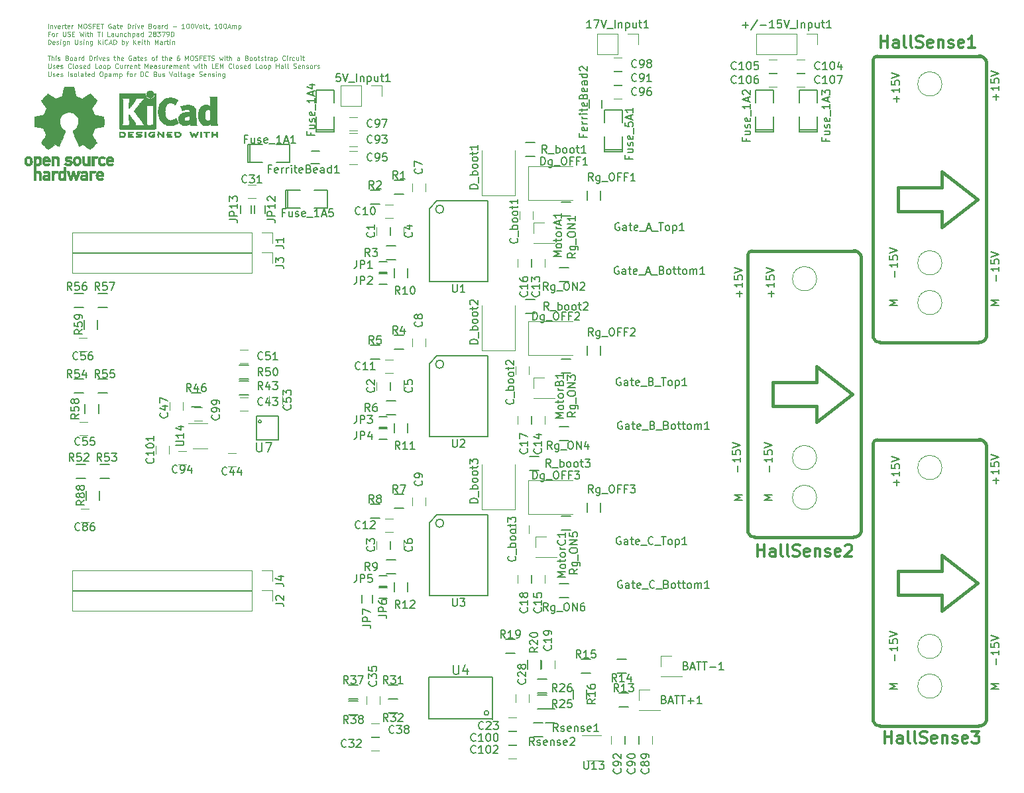
<source format=gto>
G04 #@! TF.FileFunction,Legend,Top*
%FSLAX46Y46*%
G04 Gerber Fmt 4.6, Leading zero omitted, Abs format (unit mm)*
G04 Created by KiCad (PCBNEW 4.0.5) date 03/08/17 17:48:46*
%MOMM*%
%LPD*%
G01*
G04 APERTURE LIST*
%ADD10C,0.100000*%
%ADD11C,0.125000*%
%ADD12C,0.381000*%
%ADD13C,0.120000*%
%ADD14C,0.150000*%
%ADD15C,0.010000*%
%ADD16C,0.304800*%
G04 APERTURE END LIST*
D10*
D11*
X114188857Y-61204429D02*
X114188857Y-60604429D01*
X114474571Y-60804429D02*
X114474571Y-61204429D01*
X114474571Y-60861571D02*
X114503143Y-60833000D01*
X114560285Y-60804429D01*
X114646000Y-60804429D01*
X114703143Y-60833000D01*
X114731714Y-60890143D01*
X114731714Y-61204429D01*
X114960285Y-60804429D02*
X115103142Y-61204429D01*
X115246000Y-60804429D01*
X115703143Y-61175857D02*
X115646000Y-61204429D01*
X115531714Y-61204429D01*
X115474571Y-61175857D01*
X115446000Y-61118714D01*
X115446000Y-60890143D01*
X115474571Y-60833000D01*
X115531714Y-60804429D01*
X115646000Y-60804429D01*
X115703143Y-60833000D01*
X115731714Y-60890143D01*
X115731714Y-60947286D01*
X115446000Y-61004429D01*
X115988857Y-61204429D02*
X115988857Y-60804429D01*
X115988857Y-60918714D02*
X116017429Y-60861571D01*
X116046000Y-60833000D01*
X116103143Y-60804429D01*
X116160286Y-60804429D01*
X116274572Y-60804429D02*
X116503143Y-60804429D01*
X116360286Y-60604429D02*
X116360286Y-61118714D01*
X116388858Y-61175857D01*
X116446000Y-61204429D01*
X116503143Y-61204429D01*
X116931715Y-61175857D02*
X116874572Y-61204429D01*
X116760286Y-61204429D01*
X116703143Y-61175857D01*
X116674572Y-61118714D01*
X116674572Y-60890143D01*
X116703143Y-60833000D01*
X116760286Y-60804429D01*
X116874572Y-60804429D01*
X116931715Y-60833000D01*
X116960286Y-60890143D01*
X116960286Y-60947286D01*
X116674572Y-61004429D01*
X117217429Y-61204429D02*
X117217429Y-60804429D01*
X117217429Y-60918714D02*
X117246001Y-60861571D01*
X117274572Y-60833000D01*
X117331715Y-60804429D01*
X117388858Y-60804429D01*
X118046001Y-61204429D02*
X118046001Y-60604429D01*
X118246001Y-61033000D01*
X118446001Y-60604429D01*
X118446001Y-61204429D01*
X118846001Y-60604429D02*
X118960287Y-60604429D01*
X119017429Y-60633000D01*
X119074572Y-60690143D01*
X119103144Y-60804429D01*
X119103144Y-61004429D01*
X119074572Y-61118714D01*
X119017429Y-61175857D01*
X118960287Y-61204429D01*
X118846001Y-61204429D01*
X118788858Y-61175857D01*
X118731715Y-61118714D01*
X118703144Y-61004429D01*
X118703144Y-60804429D01*
X118731715Y-60690143D01*
X118788858Y-60633000D01*
X118846001Y-60604429D01*
X119331715Y-61175857D02*
X119417429Y-61204429D01*
X119560286Y-61204429D01*
X119617429Y-61175857D01*
X119646000Y-61147286D01*
X119674572Y-61090143D01*
X119674572Y-61033000D01*
X119646000Y-60975857D01*
X119617429Y-60947286D01*
X119560286Y-60918714D01*
X119446000Y-60890143D01*
X119388858Y-60861571D01*
X119360286Y-60833000D01*
X119331715Y-60775857D01*
X119331715Y-60718714D01*
X119360286Y-60661571D01*
X119388858Y-60633000D01*
X119446000Y-60604429D01*
X119588858Y-60604429D01*
X119674572Y-60633000D01*
X120131715Y-60890143D02*
X119931715Y-60890143D01*
X119931715Y-61204429D02*
X119931715Y-60604429D01*
X120217429Y-60604429D01*
X120446001Y-60890143D02*
X120646001Y-60890143D01*
X120731715Y-61204429D02*
X120446001Y-61204429D01*
X120446001Y-60604429D01*
X120731715Y-60604429D01*
X120903144Y-60604429D02*
X121246001Y-60604429D01*
X121074572Y-61204429D02*
X121074572Y-60604429D01*
X122217430Y-60633000D02*
X122160287Y-60604429D01*
X122074573Y-60604429D01*
X121988858Y-60633000D01*
X121931716Y-60690143D01*
X121903144Y-60747286D01*
X121874573Y-60861571D01*
X121874573Y-60947286D01*
X121903144Y-61061571D01*
X121931716Y-61118714D01*
X121988858Y-61175857D01*
X122074573Y-61204429D01*
X122131716Y-61204429D01*
X122217430Y-61175857D01*
X122246001Y-61147286D01*
X122246001Y-60947286D01*
X122131716Y-60947286D01*
X122760287Y-61204429D02*
X122760287Y-60890143D01*
X122731716Y-60833000D01*
X122674573Y-60804429D01*
X122560287Y-60804429D01*
X122503144Y-60833000D01*
X122760287Y-61175857D02*
X122703144Y-61204429D01*
X122560287Y-61204429D01*
X122503144Y-61175857D01*
X122474573Y-61118714D01*
X122474573Y-61061571D01*
X122503144Y-61004429D01*
X122560287Y-60975857D01*
X122703144Y-60975857D01*
X122760287Y-60947286D01*
X122960287Y-60804429D02*
X123188858Y-60804429D01*
X123046001Y-60604429D02*
X123046001Y-61118714D01*
X123074573Y-61175857D01*
X123131715Y-61204429D01*
X123188858Y-61204429D01*
X123617430Y-61175857D02*
X123560287Y-61204429D01*
X123446001Y-61204429D01*
X123388858Y-61175857D01*
X123360287Y-61118714D01*
X123360287Y-60890143D01*
X123388858Y-60833000D01*
X123446001Y-60804429D01*
X123560287Y-60804429D01*
X123617430Y-60833000D01*
X123646001Y-60890143D01*
X123646001Y-60947286D01*
X123360287Y-61004429D01*
X124360287Y-61204429D02*
X124360287Y-60604429D01*
X124503144Y-60604429D01*
X124588859Y-60633000D01*
X124646001Y-60690143D01*
X124674573Y-60747286D01*
X124703144Y-60861571D01*
X124703144Y-60947286D01*
X124674573Y-61061571D01*
X124646001Y-61118714D01*
X124588859Y-61175857D01*
X124503144Y-61204429D01*
X124360287Y-61204429D01*
X124960287Y-61204429D02*
X124960287Y-60804429D01*
X124960287Y-60918714D02*
X124988859Y-60861571D01*
X125017430Y-60833000D01*
X125074573Y-60804429D01*
X125131716Y-60804429D01*
X125331716Y-61204429D02*
X125331716Y-60804429D01*
X125331716Y-60604429D02*
X125303145Y-60633000D01*
X125331716Y-60661571D01*
X125360288Y-60633000D01*
X125331716Y-60604429D01*
X125331716Y-60661571D01*
X125560287Y-60804429D02*
X125703144Y-61204429D01*
X125846002Y-60804429D01*
X126303145Y-61175857D02*
X126246002Y-61204429D01*
X126131716Y-61204429D01*
X126074573Y-61175857D01*
X126046002Y-61118714D01*
X126046002Y-60890143D01*
X126074573Y-60833000D01*
X126131716Y-60804429D01*
X126246002Y-60804429D01*
X126303145Y-60833000D01*
X126331716Y-60890143D01*
X126331716Y-60947286D01*
X126046002Y-61004429D01*
X127246002Y-60890143D02*
X127331716Y-60918714D01*
X127360288Y-60947286D01*
X127388859Y-61004429D01*
X127388859Y-61090143D01*
X127360288Y-61147286D01*
X127331716Y-61175857D01*
X127274574Y-61204429D01*
X127046002Y-61204429D01*
X127046002Y-60604429D01*
X127246002Y-60604429D01*
X127303145Y-60633000D01*
X127331716Y-60661571D01*
X127360288Y-60718714D01*
X127360288Y-60775857D01*
X127331716Y-60833000D01*
X127303145Y-60861571D01*
X127246002Y-60890143D01*
X127046002Y-60890143D01*
X127731716Y-61204429D02*
X127674574Y-61175857D01*
X127646002Y-61147286D01*
X127617431Y-61090143D01*
X127617431Y-60918714D01*
X127646002Y-60861571D01*
X127674574Y-60833000D01*
X127731716Y-60804429D01*
X127817431Y-60804429D01*
X127874574Y-60833000D01*
X127903145Y-60861571D01*
X127931716Y-60918714D01*
X127931716Y-61090143D01*
X127903145Y-61147286D01*
X127874574Y-61175857D01*
X127817431Y-61204429D01*
X127731716Y-61204429D01*
X128446002Y-61204429D02*
X128446002Y-60890143D01*
X128417431Y-60833000D01*
X128360288Y-60804429D01*
X128246002Y-60804429D01*
X128188859Y-60833000D01*
X128446002Y-61175857D02*
X128388859Y-61204429D01*
X128246002Y-61204429D01*
X128188859Y-61175857D01*
X128160288Y-61118714D01*
X128160288Y-61061571D01*
X128188859Y-61004429D01*
X128246002Y-60975857D01*
X128388859Y-60975857D01*
X128446002Y-60947286D01*
X128731716Y-61204429D02*
X128731716Y-60804429D01*
X128731716Y-60918714D02*
X128760288Y-60861571D01*
X128788859Y-60833000D01*
X128846002Y-60804429D01*
X128903145Y-60804429D01*
X129360288Y-61204429D02*
X129360288Y-60604429D01*
X129360288Y-61175857D02*
X129303145Y-61204429D01*
X129188859Y-61204429D01*
X129131717Y-61175857D01*
X129103145Y-61147286D01*
X129074574Y-61090143D01*
X129074574Y-60918714D01*
X129103145Y-60861571D01*
X129131717Y-60833000D01*
X129188859Y-60804429D01*
X129303145Y-60804429D01*
X129360288Y-60833000D01*
X130103145Y-60975857D02*
X130560288Y-60975857D01*
X131617431Y-61204429D02*
X131274574Y-61204429D01*
X131446002Y-61204429D02*
X131446002Y-60604429D01*
X131388859Y-60690143D01*
X131331717Y-60747286D01*
X131274574Y-60775857D01*
X131988860Y-60604429D02*
X132046003Y-60604429D01*
X132103146Y-60633000D01*
X132131717Y-60661571D01*
X132160288Y-60718714D01*
X132188860Y-60833000D01*
X132188860Y-60975857D01*
X132160288Y-61090143D01*
X132131717Y-61147286D01*
X132103146Y-61175857D01*
X132046003Y-61204429D01*
X131988860Y-61204429D01*
X131931717Y-61175857D01*
X131903146Y-61147286D01*
X131874574Y-61090143D01*
X131846003Y-60975857D01*
X131846003Y-60833000D01*
X131874574Y-60718714D01*
X131903146Y-60661571D01*
X131931717Y-60633000D01*
X131988860Y-60604429D01*
X132560289Y-60604429D02*
X132617432Y-60604429D01*
X132674575Y-60633000D01*
X132703146Y-60661571D01*
X132731717Y-60718714D01*
X132760289Y-60833000D01*
X132760289Y-60975857D01*
X132731717Y-61090143D01*
X132703146Y-61147286D01*
X132674575Y-61175857D01*
X132617432Y-61204429D01*
X132560289Y-61204429D01*
X132503146Y-61175857D01*
X132474575Y-61147286D01*
X132446003Y-61090143D01*
X132417432Y-60975857D01*
X132417432Y-60833000D01*
X132446003Y-60718714D01*
X132474575Y-60661571D01*
X132503146Y-60633000D01*
X132560289Y-60604429D01*
X132931718Y-60604429D02*
X133131718Y-61204429D01*
X133331718Y-60604429D01*
X133617432Y-61204429D02*
X133560290Y-61175857D01*
X133531718Y-61147286D01*
X133503147Y-61090143D01*
X133503147Y-60918714D01*
X133531718Y-60861571D01*
X133560290Y-60833000D01*
X133617432Y-60804429D01*
X133703147Y-60804429D01*
X133760290Y-60833000D01*
X133788861Y-60861571D01*
X133817432Y-60918714D01*
X133817432Y-61090143D01*
X133788861Y-61147286D01*
X133760290Y-61175857D01*
X133703147Y-61204429D01*
X133617432Y-61204429D01*
X134160289Y-61204429D02*
X134103147Y-61175857D01*
X134074575Y-61118714D01*
X134074575Y-60604429D01*
X134303147Y-60804429D02*
X134531718Y-60804429D01*
X134388861Y-60604429D02*
X134388861Y-61118714D01*
X134417433Y-61175857D01*
X134474575Y-61204429D01*
X134531718Y-61204429D01*
X134760290Y-61175857D02*
X134760290Y-61204429D01*
X134731718Y-61261571D01*
X134703147Y-61290143D01*
X135788861Y-61204429D02*
X135446004Y-61204429D01*
X135617432Y-61204429D02*
X135617432Y-60604429D01*
X135560289Y-60690143D01*
X135503147Y-60747286D01*
X135446004Y-60775857D01*
X136160290Y-60604429D02*
X136217433Y-60604429D01*
X136274576Y-60633000D01*
X136303147Y-60661571D01*
X136331718Y-60718714D01*
X136360290Y-60833000D01*
X136360290Y-60975857D01*
X136331718Y-61090143D01*
X136303147Y-61147286D01*
X136274576Y-61175857D01*
X136217433Y-61204429D01*
X136160290Y-61204429D01*
X136103147Y-61175857D01*
X136074576Y-61147286D01*
X136046004Y-61090143D01*
X136017433Y-60975857D01*
X136017433Y-60833000D01*
X136046004Y-60718714D01*
X136074576Y-60661571D01*
X136103147Y-60633000D01*
X136160290Y-60604429D01*
X136731719Y-60604429D02*
X136788862Y-60604429D01*
X136846005Y-60633000D01*
X136874576Y-60661571D01*
X136903147Y-60718714D01*
X136931719Y-60833000D01*
X136931719Y-60975857D01*
X136903147Y-61090143D01*
X136874576Y-61147286D01*
X136846005Y-61175857D01*
X136788862Y-61204429D01*
X136731719Y-61204429D01*
X136674576Y-61175857D01*
X136646005Y-61147286D01*
X136617433Y-61090143D01*
X136588862Y-60975857D01*
X136588862Y-60833000D01*
X136617433Y-60718714D01*
X136646005Y-60661571D01*
X136674576Y-60633000D01*
X136731719Y-60604429D01*
X137160291Y-61033000D02*
X137446005Y-61033000D01*
X137103148Y-61204429D02*
X137303148Y-60604429D01*
X137503148Y-61204429D01*
X137703148Y-61204429D02*
X137703148Y-60804429D01*
X137703148Y-60861571D02*
X137731720Y-60833000D01*
X137788862Y-60804429D01*
X137874577Y-60804429D01*
X137931720Y-60833000D01*
X137960291Y-60890143D01*
X137960291Y-61204429D01*
X137960291Y-60890143D02*
X137988862Y-60833000D01*
X138046005Y-60804429D01*
X138131720Y-60804429D01*
X138188862Y-60833000D01*
X138217434Y-60890143D01*
X138217434Y-61204429D01*
X138503148Y-60804429D02*
X138503148Y-61404429D01*
X138503148Y-60833000D02*
X138560291Y-60804429D01*
X138674577Y-60804429D01*
X138731720Y-60833000D01*
X138760291Y-60861571D01*
X138788862Y-60918714D01*
X138788862Y-61090143D01*
X138760291Y-61147286D01*
X138731720Y-61175857D01*
X138674577Y-61204429D01*
X138560291Y-61204429D01*
X138503148Y-61175857D01*
X114388857Y-61915143D02*
X114188857Y-61915143D01*
X114188857Y-62229429D02*
X114188857Y-61629429D01*
X114474571Y-61629429D01*
X114788857Y-62229429D02*
X114731715Y-62200857D01*
X114703143Y-62172286D01*
X114674572Y-62115143D01*
X114674572Y-61943714D01*
X114703143Y-61886571D01*
X114731715Y-61858000D01*
X114788857Y-61829429D01*
X114874572Y-61829429D01*
X114931715Y-61858000D01*
X114960286Y-61886571D01*
X114988857Y-61943714D01*
X114988857Y-62115143D01*
X114960286Y-62172286D01*
X114931715Y-62200857D01*
X114874572Y-62229429D01*
X114788857Y-62229429D01*
X115246000Y-62229429D02*
X115246000Y-61829429D01*
X115246000Y-61943714D02*
X115274572Y-61886571D01*
X115303143Y-61858000D01*
X115360286Y-61829429D01*
X115417429Y-61829429D01*
X116074572Y-61629429D02*
X116074572Y-62115143D01*
X116103144Y-62172286D01*
X116131715Y-62200857D01*
X116188858Y-62229429D01*
X116303144Y-62229429D01*
X116360286Y-62200857D01*
X116388858Y-62172286D01*
X116417429Y-62115143D01*
X116417429Y-61629429D01*
X116674572Y-62200857D02*
X116760286Y-62229429D01*
X116903143Y-62229429D01*
X116960286Y-62200857D01*
X116988857Y-62172286D01*
X117017429Y-62115143D01*
X117017429Y-62058000D01*
X116988857Y-62000857D01*
X116960286Y-61972286D01*
X116903143Y-61943714D01*
X116788857Y-61915143D01*
X116731715Y-61886571D01*
X116703143Y-61858000D01*
X116674572Y-61800857D01*
X116674572Y-61743714D01*
X116703143Y-61686571D01*
X116731715Y-61658000D01*
X116788857Y-61629429D01*
X116931715Y-61629429D01*
X117017429Y-61658000D01*
X117274572Y-61915143D02*
X117474572Y-61915143D01*
X117560286Y-62229429D02*
X117274572Y-62229429D01*
X117274572Y-61629429D01*
X117560286Y-61629429D01*
X118217429Y-61629429D02*
X118360286Y-62229429D01*
X118474572Y-61800857D01*
X118588858Y-62229429D01*
X118731715Y-61629429D01*
X118960286Y-62229429D02*
X118960286Y-61829429D01*
X118960286Y-61629429D02*
X118931715Y-61658000D01*
X118960286Y-61686571D01*
X118988858Y-61658000D01*
X118960286Y-61629429D01*
X118960286Y-61686571D01*
X119160286Y-61829429D02*
X119388857Y-61829429D01*
X119246000Y-61629429D02*
X119246000Y-62143714D01*
X119274572Y-62200857D01*
X119331714Y-62229429D01*
X119388857Y-62229429D01*
X119588857Y-62229429D02*
X119588857Y-61629429D01*
X119846000Y-62229429D02*
X119846000Y-61915143D01*
X119817429Y-61858000D01*
X119760286Y-61829429D01*
X119674571Y-61829429D01*
X119617429Y-61858000D01*
X119588857Y-61886571D01*
X120503143Y-61629429D02*
X120846000Y-61629429D01*
X120674571Y-62229429D02*
X120674571Y-61629429D01*
X121046000Y-62229429D02*
X121046000Y-61629429D01*
X122074571Y-62229429D02*
X121788857Y-62229429D01*
X121788857Y-61629429D01*
X122531714Y-62229429D02*
X122531714Y-61915143D01*
X122503143Y-61858000D01*
X122446000Y-61829429D01*
X122331714Y-61829429D01*
X122274571Y-61858000D01*
X122531714Y-62200857D02*
X122474571Y-62229429D01*
X122331714Y-62229429D01*
X122274571Y-62200857D01*
X122246000Y-62143714D01*
X122246000Y-62086571D01*
X122274571Y-62029429D01*
X122331714Y-62000857D01*
X122474571Y-62000857D01*
X122531714Y-61972286D01*
X123074571Y-61829429D02*
X123074571Y-62229429D01*
X122817428Y-61829429D02*
X122817428Y-62143714D01*
X122846000Y-62200857D01*
X122903142Y-62229429D01*
X122988857Y-62229429D01*
X123046000Y-62200857D01*
X123074571Y-62172286D01*
X123360285Y-61829429D02*
X123360285Y-62229429D01*
X123360285Y-61886571D02*
X123388857Y-61858000D01*
X123445999Y-61829429D01*
X123531714Y-61829429D01*
X123588857Y-61858000D01*
X123617428Y-61915143D01*
X123617428Y-62229429D01*
X124160285Y-62200857D02*
X124103142Y-62229429D01*
X123988856Y-62229429D01*
X123931714Y-62200857D01*
X123903142Y-62172286D01*
X123874571Y-62115143D01*
X123874571Y-61943714D01*
X123903142Y-61886571D01*
X123931714Y-61858000D01*
X123988856Y-61829429D01*
X124103142Y-61829429D01*
X124160285Y-61858000D01*
X124417428Y-62229429D02*
X124417428Y-61629429D01*
X124674571Y-62229429D02*
X124674571Y-61915143D01*
X124646000Y-61858000D01*
X124588857Y-61829429D01*
X124503142Y-61829429D01*
X124446000Y-61858000D01*
X124417428Y-61886571D01*
X124960285Y-61829429D02*
X124960285Y-62429429D01*
X124960285Y-61858000D02*
X125017428Y-61829429D01*
X125131714Y-61829429D01*
X125188857Y-61858000D01*
X125217428Y-61886571D01*
X125245999Y-61943714D01*
X125245999Y-62115143D01*
X125217428Y-62172286D01*
X125188857Y-62200857D01*
X125131714Y-62229429D01*
X125017428Y-62229429D01*
X124960285Y-62200857D01*
X125760285Y-62229429D02*
X125760285Y-61915143D01*
X125731714Y-61858000D01*
X125674571Y-61829429D01*
X125560285Y-61829429D01*
X125503142Y-61858000D01*
X125760285Y-62200857D02*
X125703142Y-62229429D01*
X125560285Y-62229429D01*
X125503142Y-62200857D01*
X125474571Y-62143714D01*
X125474571Y-62086571D01*
X125503142Y-62029429D01*
X125560285Y-62000857D01*
X125703142Y-62000857D01*
X125760285Y-61972286D01*
X126303142Y-62229429D02*
X126303142Y-61629429D01*
X126303142Y-62200857D02*
X126245999Y-62229429D01*
X126131713Y-62229429D01*
X126074571Y-62200857D01*
X126045999Y-62172286D01*
X126017428Y-62115143D01*
X126017428Y-61943714D01*
X126045999Y-61886571D01*
X126074571Y-61858000D01*
X126131713Y-61829429D01*
X126245999Y-61829429D01*
X126303142Y-61858000D01*
X127017428Y-61686571D02*
X127045999Y-61658000D01*
X127103142Y-61629429D01*
X127245999Y-61629429D01*
X127303142Y-61658000D01*
X127331713Y-61686571D01*
X127360285Y-61743714D01*
X127360285Y-61800857D01*
X127331713Y-61886571D01*
X126988856Y-62229429D01*
X127360285Y-62229429D01*
X127703142Y-61886571D02*
X127646000Y-61858000D01*
X127617428Y-61829429D01*
X127588857Y-61772286D01*
X127588857Y-61743714D01*
X127617428Y-61686571D01*
X127646000Y-61658000D01*
X127703142Y-61629429D01*
X127817428Y-61629429D01*
X127874571Y-61658000D01*
X127903142Y-61686571D01*
X127931714Y-61743714D01*
X127931714Y-61772286D01*
X127903142Y-61829429D01*
X127874571Y-61858000D01*
X127817428Y-61886571D01*
X127703142Y-61886571D01*
X127646000Y-61915143D01*
X127617428Y-61943714D01*
X127588857Y-62000857D01*
X127588857Y-62115143D01*
X127617428Y-62172286D01*
X127646000Y-62200857D01*
X127703142Y-62229429D01*
X127817428Y-62229429D01*
X127874571Y-62200857D01*
X127903142Y-62172286D01*
X127931714Y-62115143D01*
X127931714Y-62000857D01*
X127903142Y-61943714D01*
X127874571Y-61915143D01*
X127817428Y-61886571D01*
X128131714Y-61629429D02*
X128503143Y-61629429D01*
X128303143Y-61858000D01*
X128388857Y-61858000D01*
X128446000Y-61886571D01*
X128474571Y-61915143D01*
X128503143Y-61972286D01*
X128503143Y-62115143D01*
X128474571Y-62172286D01*
X128446000Y-62200857D01*
X128388857Y-62229429D01*
X128217429Y-62229429D01*
X128160286Y-62200857D01*
X128131714Y-62172286D01*
X128703143Y-61629429D02*
X129103143Y-61629429D01*
X128846000Y-62229429D01*
X129360287Y-62229429D02*
X129474572Y-62229429D01*
X129531715Y-62200857D01*
X129560287Y-62172286D01*
X129617429Y-62086571D01*
X129646001Y-61972286D01*
X129646001Y-61743714D01*
X129617429Y-61686571D01*
X129588858Y-61658000D01*
X129531715Y-61629429D01*
X129417429Y-61629429D01*
X129360287Y-61658000D01*
X129331715Y-61686571D01*
X129303144Y-61743714D01*
X129303144Y-61886571D01*
X129331715Y-61943714D01*
X129360287Y-61972286D01*
X129417429Y-62000857D01*
X129531715Y-62000857D01*
X129588858Y-61972286D01*
X129617429Y-61943714D01*
X129646001Y-61886571D01*
X129903144Y-62229429D02*
X129903144Y-61629429D01*
X130046001Y-61629429D01*
X130131716Y-61658000D01*
X130188858Y-61715143D01*
X130217430Y-61772286D01*
X130246001Y-61886571D01*
X130246001Y-61972286D01*
X130217430Y-62086571D01*
X130188858Y-62143714D01*
X130131716Y-62200857D01*
X130046001Y-62229429D01*
X129903144Y-62229429D01*
X114188857Y-63254429D02*
X114188857Y-62654429D01*
X114331714Y-62654429D01*
X114417429Y-62683000D01*
X114474571Y-62740143D01*
X114503143Y-62797286D01*
X114531714Y-62911571D01*
X114531714Y-62997286D01*
X114503143Y-63111571D01*
X114474571Y-63168714D01*
X114417429Y-63225857D01*
X114331714Y-63254429D01*
X114188857Y-63254429D01*
X115017429Y-63225857D02*
X114960286Y-63254429D01*
X114846000Y-63254429D01*
X114788857Y-63225857D01*
X114760286Y-63168714D01*
X114760286Y-62940143D01*
X114788857Y-62883000D01*
X114846000Y-62854429D01*
X114960286Y-62854429D01*
X115017429Y-62883000D01*
X115046000Y-62940143D01*
X115046000Y-62997286D01*
X114760286Y-63054429D01*
X115274572Y-63225857D02*
X115331715Y-63254429D01*
X115446000Y-63254429D01*
X115503143Y-63225857D01*
X115531715Y-63168714D01*
X115531715Y-63140143D01*
X115503143Y-63083000D01*
X115446000Y-63054429D01*
X115360286Y-63054429D01*
X115303143Y-63025857D01*
X115274572Y-62968714D01*
X115274572Y-62940143D01*
X115303143Y-62883000D01*
X115360286Y-62854429D01*
X115446000Y-62854429D01*
X115503143Y-62883000D01*
X115788857Y-63254429D02*
X115788857Y-62854429D01*
X115788857Y-62654429D02*
X115760286Y-62683000D01*
X115788857Y-62711571D01*
X115817429Y-62683000D01*
X115788857Y-62654429D01*
X115788857Y-62711571D01*
X116331714Y-62854429D02*
X116331714Y-63340143D01*
X116303143Y-63397286D01*
X116274571Y-63425857D01*
X116217428Y-63454429D01*
X116131714Y-63454429D01*
X116074571Y-63425857D01*
X116331714Y-63225857D02*
X116274571Y-63254429D01*
X116160285Y-63254429D01*
X116103143Y-63225857D01*
X116074571Y-63197286D01*
X116046000Y-63140143D01*
X116046000Y-62968714D01*
X116074571Y-62911571D01*
X116103143Y-62883000D01*
X116160285Y-62854429D01*
X116274571Y-62854429D01*
X116331714Y-62883000D01*
X116617428Y-62854429D02*
X116617428Y-63254429D01*
X116617428Y-62911571D02*
X116646000Y-62883000D01*
X116703142Y-62854429D01*
X116788857Y-62854429D01*
X116846000Y-62883000D01*
X116874571Y-62940143D01*
X116874571Y-63254429D01*
X117617428Y-62654429D02*
X117617428Y-63140143D01*
X117646000Y-63197286D01*
X117674571Y-63225857D01*
X117731714Y-63254429D01*
X117846000Y-63254429D01*
X117903142Y-63225857D01*
X117931714Y-63197286D01*
X117960285Y-63140143D01*
X117960285Y-62654429D01*
X118217428Y-63225857D02*
X118274571Y-63254429D01*
X118388856Y-63254429D01*
X118445999Y-63225857D01*
X118474571Y-63168714D01*
X118474571Y-63140143D01*
X118445999Y-63083000D01*
X118388856Y-63054429D01*
X118303142Y-63054429D01*
X118245999Y-63025857D01*
X118217428Y-62968714D01*
X118217428Y-62940143D01*
X118245999Y-62883000D01*
X118303142Y-62854429D01*
X118388856Y-62854429D01*
X118445999Y-62883000D01*
X118731713Y-63254429D02*
X118731713Y-62854429D01*
X118731713Y-62654429D02*
X118703142Y-62683000D01*
X118731713Y-62711571D01*
X118760285Y-62683000D01*
X118731713Y-62654429D01*
X118731713Y-62711571D01*
X119017427Y-62854429D02*
X119017427Y-63254429D01*
X119017427Y-62911571D02*
X119045999Y-62883000D01*
X119103141Y-62854429D01*
X119188856Y-62854429D01*
X119245999Y-62883000D01*
X119274570Y-62940143D01*
X119274570Y-63254429D01*
X119817427Y-62854429D02*
X119817427Y-63340143D01*
X119788856Y-63397286D01*
X119760284Y-63425857D01*
X119703141Y-63454429D01*
X119617427Y-63454429D01*
X119560284Y-63425857D01*
X119817427Y-63225857D02*
X119760284Y-63254429D01*
X119645998Y-63254429D01*
X119588856Y-63225857D01*
X119560284Y-63197286D01*
X119531713Y-63140143D01*
X119531713Y-62968714D01*
X119560284Y-62911571D01*
X119588856Y-62883000D01*
X119645998Y-62854429D01*
X119760284Y-62854429D01*
X119817427Y-62883000D01*
X120560284Y-63254429D02*
X120560284Y-62654429D01*
X120903141Y-63254429D02*
X120645998Y-62911571D01*
X120903141Y-62654429D02*
X120560284Y-62997286D01*
X121160284Y-63254429D02*
X121160284Y-62854429D01*
X121160284Y-62654429D02*
X121131713Y-62683000D01*
X121160284Y-62711571D01*
X121188856Y-62683000D01*
X121160284Y-62654429D01*
X121160284Y-62711571D01*
X121788855Y-63197286D02*
X121760284Y-63225857D01*
X121674570Y-63254429D01*
X121617427Y-63254429D01*
X121531712Y-63225857D01*
X121474570Y-63168714D01*
X121445998Y-63111571D01*
X121417427Y-62997286D01*
X121417427Y-62911571D01*
X121445998Y-62797286D01*
X121474570Y-62740143D01*
X121531712Y-62683000D01*
X121617427Y-62654429D01*
X121674570Y-62654429D01*
X121760284Y-62683000D01*
X121788855Y-62711571D01*
X122017427Y-63083000D02*
X122303141Y-63083000D01*
X121960284Y-63254429D02*
X122160284Y-62654429D01*
X122360284Y-63254429D01*
X122560284Y-63254429D02*
X122560284Y-62654429D01*
X122703141Y-62654429D01*
X122788856Y-62683000D01*
X122845998Y-62740143D01*
X122874570Y-62797286D01*
X122903141Y-62911571D01*
X122903141Y-62997286D01*
X122874570Y-63111571D01*
X122845998Y-63168714D01*
X122788856Y-63225857D01*
X122703141Y-63254429D01*
X122560284Y-63254429D01*
X123617427Y-63254429D02*
X123617427Y-62654429D01*
X123617427Y-62883000D02*
X123674570Y-62854429D01*
X123788856Y-62854429D01*
X123845999Y-62883000D01*
X123874570Y-62911571D01*
X123903141Y-62968714D01*
X123903141Y-63140143D01*
X123874570Y-63197286D01*
X123845999Y-63225857D01*
X123788856Y-63254429D01*
X123674570Y-63254429D01*
X123617427Y-63225857D01*
X124103141Y-62854429D02*
X124245998Y-63254429D01*
X124388856Y-62854429D02*
X124245998Y-63254429D01*
X124188856Y-63397286D01*
X124160284Y-63425857D01*
X124103141Y-63454429D01*
X125074570Y-63254429D02*
X125074570Y-62654429D01*
X125417427Y-63254429D02*
X125160284Y-62911571D01*
X125417427Y-62654429D02*
X125074570Y-62997286D01*
X125903142Y-63225857D02*
X125845999Y-63254429D01*
X125731713Y-63254429D01*
X125674570Y-63225857D01*
X125645999Y-63168714D01*
X125645999Y-62940143D01*
X125674570Y-62883000D01*
X125731713Y-62854429D01*
X125845999Y-62854429D01*
X125903142Y-62883000D01*
X125931713Y-62940143D01*
X125931713Y-62997286D01*
X125645999Y-63054429D01*
X126188856Y-63254429D02*
X126188856Y-62854429D01*
X126188856Y-62654429D02*
X126160285Y-62683000D01*
X126188856Y-62711571D01*
X126217428Y-62683000D01*
X126188856Y-62654429D01*
X126188856Y-62711571D01*
X126388856Y-62854429D02*
X126617427Y-62854429D01*
X126474570Y-62654429D02*
X126474570Y-63168714D01*
X126503142Y-63225857D01*
X126560284Y-63254429D01*
X126617427Y-63254429D01*
X126817427Y-63254429D02*
X126817427Y-62654429D01*
X127074570Y-63254429D02*
X127074570Y-62940143D01*
X127045999Y-62883000D01*
X126988856Y-62854429D01*
X126903141Y-62854429D01*
X126845999Y-62883000D01*
X126817427Y-62911571D01*
X127817427Y-63254429D02*
X127817427Y-62654429D01*
X128017427Y-63083000D01*
X128217427Y-62654429D01*
X128217427Y-63254429D01*
X128760284Y-63254429D02*
X128760284Y-62940143D01*
X128731713Y-62883000D01*
X128674570Y-62854429D01*
X128560284Y-62854429D01*
X128503141Y-62883000D01*
X128760284Y-63225857D02*
X128703141Y-63254429D01*
X128560284Y-63254429D01*
X128503141Y-63225857D01*
X128474570Y-63168714D01*
X128474570Y-63111571D01*
X128503141Y-63054429D01*
X128560284Y-63025857D01*
X128703141Y-63025857D01*
X128760284Y-62997286D01*
X129045998Y-63254429D02*
X129045998Y-62854429D01*
X129045998Y-62968714D02*
X129074570Y-62911571D01*
X129103141Y-62883000D01*
X129160284Y-62854429D01*
X129217427Y-62854429D01*
X129331713Y-62854429D02*
X129560284Y-62854429D01*
X129417427Y-62654429D02*
X129417427Y-63168714D01*
X129445999Y-63225857D01*
X129503141Y-63254429D01*
X129560284Y-63254429D01*
X129760284Y-63254429D02*
X129760284Y-62854429D01*
X129760284Y-62654429D02*
X129731713Y-62683000D01*
X129760284Y-62711571D01*
X129788856Y-62683000D01*
X129760284Y-62654429D01*
X129760284Y-62711571D01*
X130045998Y-62854429D02*
X130045998Y-63254429D01*
X130045998Y-62911571D02*
X130074570Y-62883000D01*
X130131712Y-62854429D01*
X130217427Y-62854429D01*
X130274570Y-62883000D01*
X130303141Y-62940143D01*
X130303141Y-63254429D01*
X114103143Y-64704429D02*
X114446000Y-64704429D01*
X114274571Y-65304429D02*
X114274571Y-64704429D01*
X114646000Y-65304429D02*
X114646000Y-64704429D01*
X114903143Y-65304429D02*
X114903143Y-64990143D01*
X114874572Y-64933000D01*
X114817429Y-64904429D01*
X114731714Y-64904429D01*
X114674572Y-64933000D01*
X114646000Y-64961571D01*
X115188857Y-65304429D02*
X115188857Y-64904429D01*
X115188857Y-64704429D02*
X115160286Y-64733000D01*
X115188857Y-64761571D01*
X115217429Y-64733000D01*
X115188857Y-64704429D01*
X115188857Y-64761571D01*
X115446000Y-65275857D02*
X115503143Y-65304429D01*
X115617428Y-65304429D01*
X115674571Y-65275857D01*
X115703143Y-65218714D01*
X115703143Y-65190143D01*
X115674571Y-65133000D01*
X115617428Y-65104429D01*
X115531714Y-65104429D01*
X115474571Y-65075857D01*
X115446000Y-65018714D01*
X115446000Y-64990143D01*
X115474571Y-64933000D01*
X115531714Y-64904429D01*
X115617428Y-64904429D01*
X115674571Y-64933000D01*
X116617428Y-64990143D02*
X116703142Y-65018714D01*
X116731714Y-65047286D01*
X116760285Y-65104429D01*
X116760285Y-65190143D01*
X116731714Y-65247286D01*
X116703142Y-65275857D01*
X116646000Y-65304429D01*
X116417428Y-65304429D01*
X116417428Y-64704429D01*
X116617428Y-64704429D01*
X116674571Y-64733000D01*
X116703142Y-64761571D01*
X116731714Y-64818714D01*
X116731714Y-64875857D01*
X116703142Y-64933000D01*
X116674571Y-64961571D01*
X116617428Y-64990143D01*
X116417428Y-64990143D01*
X117103142Y-65304429D02*
X117046000Y-65275857D01*
X117017428Y-65247286D01*
X116988857Y-65190143D01*
X116988857Y-65018714D01*
X117017428Y-64961571D01*
X117046000Y-64933000D01*
X117103142Y-64904429D01*
X117188857Y-64904429D01*
X117246000Y-64933000D01*
X117274571Y-64961571D01*
X117303142Y-65018714D01*
X117303142Y-65190143D01*
X117274571Y-65247286D01*
X117246000Y-65275857D01*
X117188857Y-65304429D01*
X117103142Y-65304429D01*
X117817428Y-65304429D02*
X117817428Y-64990143D01*
X117788857Y-64933000D01*
X117731714Y-64904429D01*
X117617428Y-64904429D01*
X117560285Y-64933000D01*
X117817428Y-65275857D02*
X117760285Y-65304429D01*
X117617428Y-65304429D01*
X117560285Y-65275857D01*
X117531714Y-65218714D01*
X117531714Y-65161571D01*
X117560285Y-65104429D01*
X117617428Y-65075857D01*
X117760285Y-65075857D01*
X117817428Y-65047286D01*
X118103142Y-65304429D02*
X118103142Y-64904429D01*
X118103142Y-65018714D02*
X118131714Y-64961571D01*
X118160285Y-64933000D01*
X118217428Y-64904429D01*
X118274571Y-64904429D01*
X118731714Y-65304429D02*
X118731714Y-64704429D01*
X118731714Y-65275857D02*
X118674571Y-65304429D01*
X118560285Y-65304429D01*
X118503143Y-65275857D01*
X118474571Y-65247286D01*
X118446000Y-65190143D01*
X118446000Y-65018714D01*
X118474571Y-64961571D01*
X118503143Y-64933000D01*
X118560285Y-64904429D01*
X118674571Y-64904429D01*
X118731714Y-64933000D01*
X119474571Y-65304429D02*
X119474571Y-64704429D01*
X119617428Y-64704429D01*
X119703143Y-64733000D01*
X119760285Y-64790143D01*
X119788857Y-64847286D01*
X119817428Y-64961571D01*
X119817428Y-65047286D01*
X119788857Y-65161571D01*
X119760285Y-65218714D01*
X119703143Y-65275857D01*
X119617428Y-65304429D01*
X119474571Y-65304429D01*
X120074571Y-65304429D02*
X120074571Y-64904429D01*
X120074571Y-65018714D02*
X120103143Y-64961571D01*
X120131714Y-64933000D01*
X120188857Y-64904429D01*
X120246000Y-64904429D01*
X120446000Y-65304429D02*
X120446000Y-64904429D01*
X120446000Y-64704429D02*
X120417429Y-64733000D01*
X120446000Y-64761571D01*
X120474572Y-64733000D01*
X120446000Y-64704429D01*
X120446000Y-64761571D01*
X120674571Y-64904429D02*
X120817428Y-65304429D01*
X120960286Y-64904429D01*
X121417429Y-65275857D02*
X121360286Y-65304429D01*
X121246000Y-65304429D01*
X121188857Y-65275857D01*
X121160286Y-65218714D01*
X121160286Y-64990143D01*
X121188857Y-64933000D01*
X121246000Y-64904429D01*
X121360286Y-64904429D01*
X121417429Y-64933000D01*
X121446000Y-64990143D01*
X121446000Y-65047286D01*
X121160286Y-65104429D01*
X121674572Y-65275857D02*
X121731715Y-65304429D01*
X121846000Y-65304429D01*
X121903143Y-65275857D01*
X121931715Y-65218714D01*
X121931715Y-65190143D01*
X121903143Y-65133000D01*
X121846000Y-65104429D01*
X121760286Y-65104429D01*
X121703143Y-65075857D01*
X121674572Y-65018714D01*
X121674572Y-64990143D01*
X121703143Y-64933000D01*
X121760286Y-64904429D01*
X121846000Y-64904429D01*
X121903143Y-64933000D01*
X122560286Y-64904429D02*
X122788857Y-64904429D01*
X122646000Y-64704429D02*
X122646000Y-65218714D01*
X122674572Y-65275857D01*
X122731714Y-65304429D01*
X122788857Y-65304429D01*
X122988857Y-65304429D02*
X122988857Y-64704429D01*
X123246000Y-65304429D02*
X123246000Y-64990143D01*
X123217429Y-64933000D01*
X123160286Y-64904429D01*
X123074571Y-64904429D01*
X123017429Y-64933000D01*
X122988857Y-64961571D01*
X123760286Y-65275857D02*
X123703143Y-65304429D01*
X123588857Y-65304429D01*
X123531714Y-65275857D01*
X123503143Y-65218714D01*
X123503143Y-64990143D01*
X123531714Y-64933000D01*
X123588857Y-64904429D01*
X123703143Y-64904429D01*
X123760286Y-64933000D01*
X123788857Y-64990143D01*
X123788857Y-65047286D01*
X123503143Y-65104429D01*
X124817429Y-64733000D02*
X124760286Y-64704429D01*
X124674572Y-64704429D01*
X124588857Y-64733000D01*
X124531715Y-64790143D01*
X124503143Y-64847286D01*
X124474572Y-64961571D01*
X124474572Y-65047286D01*
X124503143Y-65161571D01*
X124531715Y-65218714D01*
X124588857Y-65275857D01*
X124674572Y-65304429D01*
X124731715Y-65304429D01*
X124817429Y-65275857D01*
X124846000Y-65247286D01*
X124846000Y-65047286D01*
X124731715Y-65047286D01*
X125360286Y-65304429D02*
X125360286Y-64990143D01*
X125331715Y-64933000D01*
X125274572Y-64904429D01*
X125160286Y-64904429D01*
X125103143Y-64933000D01*
X125360286Y-65275857D02*
X125303143Y-65304429D01*
X125160286Y-65304429D01*
X125103143Y-65275857D01*
X125074572Y-65218714D01*
X125074572Y-65161571D01*
X125103143Y-65104429D01*
X125160286Y-65075857D01*
X125303143Y-65075857D01*
X125360286Y-65047286D01*
X125560286Y-64904429D02*
X125788857Y-64904429D01*
X125646000Y-64704429D02*
X125646000Y-65218714D01*
X125674572Y-65275857D01*
X125731714Y-65304429D01*
X125788857Y-65304429D01*
X126217429Y-65275857D02*
X126160286Y-65304429D01*
X126046000Y-65304429D01*
X125988857Y-65275857D01*
X125960286Y-65218714D01*
X125960286Y-64990143D01*
X125988857Y-64933000D01*
X126046000Y-64904429D01*
X126160286Y-64904429D01*
X126217429Y-64933000D01*
X126246000Y-64990143D01*
X126246000Y-65047286D01*
X125960286Y-65104429D01*
X126474572Y-65275857D02*
X126531715Y-65304429D01*
X126646000Y-65304429D01*
X126703143Y-65275857D01*
X126731715Y-65218714D01*
X126731715Y-65190143D01*
X126703143Y-65133000D01*
X126646000Y-65104429D01*
X126560286Y-65104429D01*
X126503143Y-65075857D01*
X126474572Y-65018714D01*
X126474572Y-64990143D01*
X126503143Y-64933000D01*
X126560286Y-64904429D01*
X126646000Y-64904429D01*
X126703143Y-64933000D01*
X127531714Y-65304429D02*
X127474572Y-65275857D01*
X127446000Y-65247286D01*
X127417429Y-65190143D01*
X127417429Y-65018714D01*
X127446000Y-64961571D01*
X127474572Y-64933000D01*
X127531714Y-64904429D01*
X127617429Y-64904429D01*
X127674572Y-64933000D01*
X127703143Y-64961571D01*
X127731714Y-65018714D01*
X127731714Y-65190143D01*
X127703143Y-65247286D01*
X127674572Y-65275857D01*
X127617429Y-65304429D01*
X127531714Y-65304429D01*
X127903143Y-64904429D02*
X128131714Y-64904429D01*
X127988857Y-65304429D02*
X127988857Y-64790143D01*
X128017429Y-64733000D01*
X128074571Y-64704429D01*
X128131714Y-64704429D01*
X128703143Y-64904429D02*
X128931714Y-64904429D01*
X128788857Y-64704429D02*
X128788857Y-65218714D01*
X128817429Y-65275857D01*
X128874571Y-65304429D01*
X128931714Y-65304429D01*
X129131714Y-65304429D02*
X129131714Y-64704429D01*
X129388857Y-65304429D02*
X129388857Y-64990143D01*
X129360286Y-64933000D01*
X129303143Y-64904429D01*
X129217428Y-64904429D01*
X129160286Y-64933000D01*
X129131714Y-64961571D01*
X129903143Y-65275857D02*
X129846000Y-65304429D01*
X129731714Y-65304429D01*
X129674571Y-65275857D01*
X129646000Y-65218714D01*
X129646000Y-64990143D01*
X129674571Y-64933000D01*
X129731714Y-64904429D01*
X129846000Y-64904429D01*
X129903143Y-64933000D01*
X129931714Y-64990143D01*
X129931714Y-65047286D01*
X129646000Y-65104429D01*
X130903143Y-64704429D02*
X130788857Y-64704429D01*
X130731714Y-64733000D01*
X130703143Y-64761571D01*
X130646000Y-64847286D01*
X130617429Y-64961571D01*
X130617429Y-65190143D01*
X130646000Y-65247286D01*
X130674572Y-65275857D01*
X130731714Y-65304429D01*
X130846000Y-65304429D01*
X130903143Y-65275857D01*
X130931714Y-65247286D01*
X130960286Y-65190143D01*
X130960286Y-65047286D01*
X130931714Y-64990143D01*
X130903143Y-64961571D01*
X130846000Y-64933000D01*
X130731714Y-64933000D01*
X130674572Y-64961571D01*
X130646000Y-64990143D01*
X130617429Y-65047286D01*
X131674572Y-65304429D02*
X131674572Y-64704429D01*
X131874572Y-65133000D01*
X132074572Y-64704429D01*
X132074572Y-65304429D01*
X132474572Y-64704429D02*
X132588858Y-64704429D01*
X132646000Y-64733000D01*
X132703143Y-64790143D01*
X132731715Y-64904429D01*
X132731715Y-65104429D01*
X132703143Y-65218714D01*
X132646000Y-65275857D01*
X132588858Y-65304429D01*
X132474572Y-65304429D01*
X132417429Y-65275857D01*
X132360286Y-65218714D01*
X132331715Y-65104429D01*
X132331715Y-64904429D01*
X132360286Y-64790143D01*
X132417429Y-64733000D01*
X132474572Y-64704429D01*
X132960286Y-65275857D02*
X133046000Y-65304429D01*
X133188857Y-65304429D01*
X133246000Y-65275857D01*
X133274571Y-65247286D01*
X133303143Y-65190143D01*
X133303143Y-65133000D01*
X133274571Y-65075857D01*
X133246000Y-65047286D01*
X133188857Y-65018714D01*
X133074571Y-64990143D01*
X133017429Y-64961571D01*
X132988857Y-64933000D01*
X132960286Y-64875857D01*
X132960286Y-64818714D01*
X132988857Y-64761571D01*
X133017429Y-64733000D01*
X133074571Y-64704429D01*
X133217429Y-64704429D01*
X133303143Y-64733000D01*
X133760286Y-64990143D02*
X133560286Y-64990143D01*
X133560286Y-65304429D02*
X133560286Y-64704429D01*
X133846000Y-64704429D01*
X134074572Y-64990143D02*
X134274572Y-64990143D01*
X134360286Y-65304429D02*
X134074572Y-65304429D01*
X134074572Y-64704429D01*
X134360286Y-64704429D01*
X134531715Y-64704429D02*
X134874572Y-64704429D01*
X134703143Y-65304429D02*
X134703143Y-64704429D01*
X135046001Y-65275857D02*
X135131715Y-65304429D01*
X135274572Y-65304429D01*
X135331715Y-65275857D01*
X135360286Y-65247286D01*
X135388858Y-65190143D01*
X135388858Y-65133000D01*
X135360286Y-65075857D01*
X135331715Y-65047286D01*
X135274572Y-65018714D01*
X135160286Y-64990143D01*
X135103144Y-64961571D01*
X135074572Y-64933000D01*
X135046001Y-64875857D01*
X135046001Y-64818714D01*
X135074572Y-64761571D01*
X135103144Y-64733000D01*
X135160286Y-64704429D01*
X135303144Y-64704429D01*
X135388858Y-64733000D01*
X136046001Y-64904429D02*
X136160287Y-65304429D01*
X136274573Y-65018714D01*
X136388858Y-65304429D01*
X136503144Y-64904429D01*
X136731715Y-65304429D02*
X136731715Y-64904429D01*
X136731715Y-64704429D02*
X136703144Y-64733000D01*
X136731715Y-64761571D01*
X136760287Y-64733000D01*
X136731715Y-64704429D01*
X136731715Y-64761571D01*
X136931715Y-64904429D02*
X137160286Y-64904429D01*
X137017429Y-64704429D02*
X137017429Y-65218714D01*
X137046001Y-65275857D01*
X137103143Y-65304429D01*
X137160286Y-65304429D01*
X137360286Y-65304429D02*
X137360286Y-64704429D01*
X137617429Y-65304429D02*
X137617429Y-64990143D01*
X137588858Y-64933000D01*
X137531715Y-64904429D01*
X137446000Y-64904429D01*
X137388858Y-64933000D01*
X137360286Y-64961571D01*
X138617429Y-65304429D02*
X138617429Y-64990143D01*
X138588858Y-64933000D01*
X138531715Y-64904429D01*
X138417429Y-64904429D01*
X138360286Y-64933000D01*
X138617429Y-65275857D02*
X138560286Y-65304429D01*
X138417429Y-65304429D01*
X138360286Y-65275857D01*
X138331715Y-65218714D01*
X138331715Y-65161571D01*
X138360286Y-65104429D01*
X138417429Y-65075857D01*
X138560286Y-65075857D01*
X138617429Y-65047286D01*
X139560286Y-64990143D02*
X139646000Y-65018714D01*
X139674572Y-65047286D01*
X139703143Y-65104429D01*
X139703143Y-65190143D01*
X139674572Y-65247286D01*
X139646000Y-65275857D01*
X139588858Y-65304429D01*
X139360286Y-65304429D01*
X139360286Y-64704429D01*
X139560286Y-64704429D01*
X139617429Y-64733000D01*
X139646000Y-64761571D01*
X139674572Y-64818714D01*
X139674572Y-64875857D01*
X139646000Y-64933000D01*
X139617429Y-64961571D01*
X139560286Y-64990143D01*
X139360286Y-64990143D01*
X140046000Y-65304429D02*
X139988858Y-65275857D01*
X139960286Y-65247286D01*
X139931715Y-65190143D01*
X139931715Y-65018714D01*
X139960286Y-64961571D01*
X139988858Y-64933000D01*
X140046000Y-64904429D01*
X140131715Y-64904429D01*
X140188858Y-64933000D01*
X140217429Y-64961571D01*
X140246000Y-65018714D01*
X140246000Y-65190143D01*
X140217429Y-65247286D01*
X140188858Y-65275857D01*
X140131715Y-65304429D01*
X140046000Y-65304429D01*
X140588857Y-65304429D02*
X140531715Y-65275857D01*
X140503143Y-65247286D01*
X140474572Y-65190143D01*
X140474572Y-65018714D01*
X140503143Y-64961571D01*
X140531715Y-64933000D01*
X140588857Y-64904429D01*
X140674572Y-64904429D01*
X140731715Y-64933000D01*
X140760286Y-64961571D01*
X140788857Y-65018714D01*
X140788857Y-65190143D01*
X140760286Y-65247286D01*
X140731715Y-65275857D01*
X140674572Y-65304429D01*
X140588857Y-65304429D01*
X140960286Y-64904429D02*
X141188857Y-64904429D01*
X141046000Y-64704429D02*
X141046000Y-65218714D01*
X141074572Y-65275857D01*
X141131714Y-65304429D01*
X141188857Y-65304429D01*
X141360286Y-65275857D02*
X141417429Y-65304429D01*
X141531714Y-65304429D01*
X141588857Y-65275857D01*
X141617429Y-65218714D01*
X141617429Y-65190143D01*
X141588857Y-65133000D01*
X141531714Y-65104429D01*
X141446000Y-65104429D01*
X141388857Y-65075857D01*
X141360286Y-65018714D01*
X141360286Y-64990143D01*
X141388857Y-64933000D01*
X141446000Y-64904429D01*
X141531714Y-64904429D01*
X141588857Y-64933000D01*
X141788857Y-64904429D02*
X142017428Y-64904429D01*
X141874571Y-64704429D02*
X141874571Y-65218714D01*
X141903143Y-65275857D01*
X141960285Y-65304429D01*
X142017428Y-65304429D01*
X142217428Y-65304429D02*
X142217428Y-64904429D01*
X142217428Y-65018714D02*
X142246000Y-64961571D01*
X142274571Y-64933000D01*
X142331714Y-64904429D01*
X142388857Y-64904429D01*
X142846000Y-65304429D02*
X142846000Y-64990143D01*
X142817429Y-64933000D01*
X142760286Y-64904429D01*
X142646000Y-64904429D01*
X142588857Y-64933000D01*
X142846000Y-65275857D02*
X142788857Y-65304429D01*
X142646000Y-65304429D01*
X142588857Y-65275857D01*
X142560286Y-65218714D01*
X142560286Y-65161571D01*
X142588857Y-65104429D01*
X142646000Y-65075857D01*
X142788857Y-65075857D01*
X142846000Y-65047286D01*
X143131714Y-64904429D02*
X143131714Y-65504429D01*
X143131714Y-64933000D02*
X143188857Y-64904429D01*
X143303143Y-64904429D01*
X143360286Y-64933000D01*
X143388857Y-64961571D01*
X143417428Y-65018714D01*
X143417428Y-65190143D01*
X143388857Y-65247286D01*
X143360286Y-65275857D01*
X143303143Y-65304429D01*
X143188857Y-65304429D01*
X143131714Y-65275857D01*
X144474571Y-65247286D02*
X144446000Y-65275857D01*
X144360286Y-65304429D01*
X144303143Y-65304429D01*
X144217428Y-65275857D01*
X144160286Y-65218714D01*
X144131714Y-65161571D01*
X144103143Y-65047286D01*
X144103143Y-64961571D01*
X144131714Y-64847286D01*
X144160286Y-64790143D01*
X144217428Y-64733000D01*
X144303143Y-64704429D01*
X144360286Y-64704429D01*
X144446000Y-64733000D01*
X144474571Y-64761571D01*
X144731714Y-65304429D02*
X144731714Y-64904429D01*
X144731714Y-64704429D02*
X144703143Y-64733000D01*
X144731714Y-64761571D01*
X144760286Y-64733000D01*
X144731714Y-64704429D01*
X144731714Y-64761571D01*
X145017428Y-65304429D02*
X145017428Y-64904429D01*
X145017428Y-65018714D02*
X145046000Y-64961571D01*
X145074571Y-64933000D01*
X145131714Y-64904429D01*
X145188857Y-64904429D01*
X145646000Y-65275857D02*
X145588857Y-65304429D01*
X145474571Y-65304429D01*
X145417429Y-65275857D01*
X145388857Y-65247286D01*
X145360286Y-65190143D01*
X145360286Y-65018714D01*
X145388857Y-64961571D01*
X145417429Y-64933000D01*
X145474571Y-64904429D01*
X145588857Y-64904429D01*
X145646000Y-64933000D01*
X146160286Y-64904429D02*
X146160286Y-65304429D01*
X145903143Y-64904429D02*
X145903143Y-65218714D01*
X145931715Y-65275857D01*
X145988857Y-65304429D01*
X146074572Y-65304429D01*
X146131715Y-65275857D01*
X146160286Y-65247286D01*
X146446000Y-65304429D02*
X146446000Y-64904429D01*
X146446000Y-64704429D02*
X146417429Y-64733000D01*
X146446000Y-64761571D01*
X146474572Y-64733000D01*
X146446000Y-64704429D01*
X146446000Y-64761571D01*
X146646000Y-64904429D02*
X146874571Y-64904429D01*
X146731714Y-64704429D02*
X146731714Y-65218714D01*
X146760286Y-65275857D01*
X146817428Y-65304429D01*
X146874571Y-65304429D01*
X114188857Y-65729429D02*
X114188857Y-66215143D01*
X114217429Y-66272286D01*
X114246000Y-66300857D01*
X114303143Y-66329429D01*
X114417429Y-66329429D01*
X114474571Y-66300857D01*
X114503143Y-66272286D01*
X114531714Y-66215143D01*
X114531714Y-65729429D01*
X114788857Y-66300857D02*
X114846000Y-66329429D01*
X114960285Y-66329429D01*
X115017428Y-66300857D01*
X115046000Y-66243714D01*
X115046000Y-66215143D01*
X115017428Y-66158000D01*
X114960285Y-66129429D01*
X114874571Y-66129429D01*
X114817428Y-66100857D01*
X114788857Y-66043714D01*
X114788857Y-66015143D01*
X114817428Y-65958000D01*
X114874571Y-65929429D01*
X114960285Y-65929429D01*
X115017428Y-65958000D01*
X115531714Y-66300857D02*
X115474571Y-66329429D01*
X115360285Y-66329429D01*
X115303142Y-66300857D01*
X115274571Y-66243714D01*
X115274571Y-66015143D01*
X115303142Y-65958000D01*
X115360285Y-65929429D01*
X115474571Y-65929429D01*
X115531714Y-65958000D01*
X115560285Y-66015143D01*
X115560285Y-66072286D01*
X115274571Y-66129429D01*
X115788857Y-66300857D02*
X115846000Y-66329429D01*
X115960285Y-66329429D01*
X116017428Y-66300857D01*
X116046000Y-66243714D01*
X116046000Y-66215143D01*
X116017428Y-66158000D01*
X115960285Y-66129429D01*
X115874571Y-66129429D01*
X115817428Y-66100857D01*
X115788857Y-66043714D01*
X115788857Y-66015143D01*
X115817428Y-65958000D01*
X115874571Y-65929429D01*
X115960285Y-65929429D01*
X116017428Y-65958000D01*
X117103142Y-66272286D02*
X117074571Y-66300857D01*
X116988857Y-66329429D01*
X116931714Y-66329429D01*
X116845999Y-66300857D01*
X116788857Y-66243714D01*
X116760285Y-66186571D01*
X116731714Y-66072286D01*
X116731714Y-65986571D01*
X116760285Y-65872286D01*
X116788857Y-65815143D01*
X116845999Y-65758000D01*
X116931714Y-65729429D01*
X116988857Y-65729429D01*
X117074571Y-65758000D01*
X117103142Y-65786571D01*
X117445999Y-66329429D02*
X117388857Y-66300857D01*
X117360285Y-66243714D01*
X117360285Y-65729429D01*
X117760285Y-66329429D02*
X117703143Y-66300857D01*
X117674571Y-66272286D01*
X117646000Y-66215143D01*
X117646000Y-66043714D01*
X117674571Y-65986571D01*
X117703143Y-65958000D01*
X117760285Y-65929429D01*
X117846000Y-65929429D01*
X117903143Y-65958000D01*
X117931714Y-65986571D01*
X117960285Y-66043714D01*
X117960285Y-66215143D01*
X117931714Y-66272286D01*
X117903143Y-66300857D01*
X117846000Y-66329429D01*
X117760285Y-66329429D01*
X118188857Y-66300857D02*
X118246000Y-66329429D01*
X118360285Y-66329429D01*
X118417428Y-66300857D01*
X118446000Y-66243714D01*
X118446000Y-66215143D01*
X118417428Y-66158000D01*
X118360285Y-66129429D01*
X118274571Y-66129429D01*
X118217428Y-66100857D01*
X118188857Y-66043714D01*
X118188857Y-66015143D01*
X118217428Y-65958000D01*
X118274571Y-65929429D01*
X118360285Y-65929429D01*
X118417428Y-65958000D01*
X118931714Y-66300857D02*
X118874571Y-66329429D01*
X118760285Y-66329429D01*
X118703142Y-66300857D01*
X118674571Y-66243714D01*
X118674571Y-66015143D01*
X118703142Y-65958000D01*
X118760285Y-65929429D01*
X118874571Y-65929429D01*
X118931714Y-65958000D01*
X118960285Y-66015143D01*
X118960285Y-66072286D01*
X118674571Y-66129429D01*
X119474571Y-66329429D02*
X119474571Y-65729429D01*
X119474571Y-66300857D02*
X119417428Y-66329429D01*
X119303142Y-66329429D01*
X119246000Y-66300857D01*
X119217428Y-66272286D01*
X119188857Y-66215143D01*
X119188857Y-66043714D01*
X119217428Y-65986571D01*
X119246000Y-65958000D01*
X119303142Y-65929429D01*
X119417428Y-65929429D01*
X119474571Y-65958000D01*
X120503142Y-66329429D02*
X120217428Y-66329429D01*
X120217428Y-65729429D01*
X120788856Y-66329429D02*
X120731714Y-66300857D01*
X120703142Y-66272286D01*
X120674571Y-66215143D01*
X120674571Y-66043714D01*
X120703142Y-65986571D01*
X120731714Y-65958000D01*
X120788856Y-65929429D01*
X120874571Y-65929429D01*
X120931714Y-65958000D01*
X120960285Y-65986571D01*
X120988856Y-66043714D01*
X120988856Y-66215143D01*
X120960285Y-66272286D01*
X120931714Y-66300857D01*
X120874571Y-66329429D01*
X120788856Y-66329429D01*
X121331713Y-66329429D02*
X121274571Y-66300857D01*
X121245999Y-66272286D01*
X121217428Y-66215143D01*
X121217428Y-66043714D01*
X121245999Y-65986571D01*
X121274571Y-65958000D01*
X121331713Y-65929429D01*
X121417428Y-65929429D01*
X121474571Y-65958000D01*
X121503142Y-65986571D01*
X121531713Y-66043714D01*
X121531713Y-66215143D01*
X121503142Y-66272286D01*
X121474571Y-66300857D01*
X121417428Y-66329429D01*
X121331713Y-66329429D01*
X121788856Y-65929429D02*
X121788856Y-66529429D01*
X121788856Y-65958000D02*
X121845999Y-65929429D01*
X121960285Y-65929429D01*
X122017428Y-65958000D01*
X122045999Y-65986571D01*
X122074570Y-66043714D01*
X122074570Y-66215143D01*
X122045999Y-66272286D01*
X122017428Y-66300857D01*
X121960285Y-66329429D01*
X121845999Y-66329429D01*
X121788856Y-66300857D01*
X123131713Y-66272286D02*
X123103142Y-66300857D01*
X123017428Y-66329429D01*
X122960285Y-66329429D01*
X122874570Y-66300857D01*
X122817428Y-66243714D01*
X122788856Y-66186571D01*
X122760285Y-66072286D01*
X122760285Y-65986571D01*
X122788856Y-65872286D01*
X122817428Y-65815143D01*
X122874570Y-65758000D01*
X122960285Y-65729429D01*
X123017428Y-65729429D01*
X123103142Y-65758000D01*
X123131713Y-65786571D01*
X123645999Y-65929429D02*
X123645999Y-66329429D01*
X123388856Y-65929429D02*
X123388856Y-66243714D01*
X123417428Y-66300857D01*
X123474570Y-66329429D01*
X123560285Y-66329429D01*
X123617428Y-66300857D01*
X123645999Y-66272286D01*
X123931713Y-66329429D02*
X123931713Y-65929429D01*
X123931713Y-66043714D02*
X123960285Y-65986571D01*
X123988856Y-65958000D01*
X124045999Y-65929429D01*
X124103142Y-65929429D01*
X124303142Y-66329429D02*
X124303142Y-65929429D01*
X124303142Y-66043714D02*
X124331714Y-65986571D01*
X124360285Y-65958000D01*
X124417428Y-65929429D01*
X124474571Y-65929429D01*
X124903143Y-66300857D02*
X124846000Y-66329429D01*
X124731714Y-66329429D01*
X124674571Y-66300857D01*
X124646000Y-66243714D01*
X124646000Y-66015143D01*
X124674571Y-65958000D01*
X124731714Y-65929429D01*
X124846000Y-65929429D01*
X124903143Y-65958000D01*
X124931714Y-66015143D01*
X124931714Y-66072286D01*
X124646000Y-66129429D01*
X125188857Y-65929429D02*
X125188857Y-66329429D01*
X125188857Y-65986571D02*
X125217429Y-65958000D01*
X125274571Y-65929429D01*
X125360286Y-65929429D01*
X125417429Y-65958000D01*
X125446000Y-66015143D01*
X125446000Y-66329429D01*
X125646000Y-65929429D02*
X125874571Y-65929429D01*
X125731714Y-65729429D02*
X125731714Y-66243714D01*
X125760286Y-66300857D01*
X125817428Y-66329429D01*
X125874571Y-66329429D01*
X126531714Y-66329429D02*
X126531714Y-65729429D01*
X126731714Y-66158000D01*
X126931714Y-65729429D01*
X126931714Y-66329429D01*
X127446000Y-66300857D02*
X127388857Y-66329429D01*
X127274571Y-66329429D01*
X127217428Y-66300857D01*
X127188857Y-66243714D01*
X127188857Y-66015143D01*
X127217428Y-65958000D01*
X127274571Y-65929429D01*
X127388857Y-65929429D01*
X127446000Y-65958000D01*
X127474571Y-66015143D01*
X127474571Y-66072286D01*
X127188857Y-66129429D01*
X127988857Y-66329429D02*
X127988857Y-66015143D01*
X127960286Y-65958000D01*
X127903143Y-65929429D01*
X127788857Y-65929429D01*
X127731714Y-65958000D01*
X127988857Y-66300857D02*
X127931714Y-66329429D01*
X127788857Y-66329429D01*
X127731714Y-66300857D01*
X127703143Y-66243714D01*
X127703143Y-66186571D01*
X127731714Y-66129429D01*
X127788857Y-66100857D01*
X127931714Y-66100857D01*
X127988857Y-66072286D01*
X128246000Y-66300857D02*
X128303143Y-66329429D01*
X128417428Y-66329429D01*
X128474571Y-66300857D01*
X128503143Y-66243714D01*
X128503143Y-66215143D01*
X128474571Y-66158000D01*
X128417428Y-66129429D01*
X128331714Y-66129429D01*
X128274571Y-66100857D01*
X128246000Y-66043714D01*
X128246000Y-66015143D01*
X128274571Y-65958000D01*
X128331714Y-65929429D01*
X128417428Y-65929429D01*
X128474571Y-65958000D01*
X129017428Y-65929429D02*
X129017428Y-66329429D01*
X128760285Y-65929429D02*
X128760285Y-66243714D01*
X128788857Y-66300857D01*
X128845999Y-66329429D01*
X128931714Y-66329429D01*
X128988857Y-66300857D01*
X129017428Y-66272286D01*
X129303142Y-66329429D02*
X129303142Y-65929429D01*
X129303142Y-66043714D02*
X129331714Y-65986571D01*
X129360285Y-65958000D01*
X129417428Y-65929429D01*
X129474571Y-65929429D01*
X129903143Y-66300857D02*
X129846000Y-66329429D01*
X129731714Y-66329429D01*
X129674571Y-66300857D01*
X129646000Y-66243714D01*
X129646000Y-66015143D01*
X129674571Y-65958000D01*
X129731714Y-65929429D01*
X129846000Y-65929429D01*
X129903143Y-65958000D01*
X129931714Y-66015143D01*
X129931714Y-66072286D01*
X129646000Y-66129429D01*
X130188857Y-66329429D02*
X130188857Y-65929429D01*
X130188857Y-65986571D02*
X130217429Y-65958000D01*
X130274571Y-65929429D01*
X130360286Y-65929429D01*
X130417429Y-65958000D01*
X130446000Y-66015143D01*
X130446000Y-66329429D01*
X130446000Y-66015143D02*
X130474571Y-65958000D01*
X130531714Y-65929429D01*
X130617429Y-65929429D01*
X130674571Y-65958000D01*
X130703143Y-66015143D01*
X130703143Y-66329429D01*
X131217429Y-66300857D02*
X131160286Y-66329429D01*
X131046000Y-66329429D01*
X130988857Y-66300857D01*
X130960286Y-66243714D01*
X130960286Y-66015143D01*
X130988857Y-65958000D01*
X131046000Y-65929429D01*
X131160286Y-65929429D01*
X131217429Y-65958000D01*
X131246000Y-66015143D01*
X131246000Y-66072286D01*
X130960286Y-66129429D01*
X131503143Y-65929429D02*
X131503143Y-66329429D01*
X131503143Y-65986571D02*
X131531715Y-65958000D01*
X131588857Y-65929429D01*
X131674572Y-65929429D01*
X131731715Y-65958000D01*
X131760286Y-66015143D01*
X131760286Y-66329429D01*
X131960286Y-65929429D02*
X132188857Y-65929429D01*
X132046000Y-65729429D02*
X132046000Y-66243714D01*
X132074572Y-66300857D01*
X132131714Y-66329429D01*
X132188857Y-66329429D01*
X132788857Y-65929429D02*
X132903143Y-66329429D01*
X133017429Y-66043714D01*
X133131714Y-66329429D01*
X133246000Y-65929429D01*
X133474571Y-66329429D02*
X133474571Y-65929429D01*
X133474571Y-65729429D02*
X133446000Y-65758000D01*
X133474571Y-65786571D01*
X133503143Y-65758000D01*
X133474571Y-65729429D01*
X133474571Y-65786571D01*
X133674571Y-65929429D02*
X133903142Y-65929429D01*
X133760285Y-65729429D02*
X133760285Y-66243714D01*
X133788857Y-66300857D01*
X133845999Y-66329429D01*
X133903142Y-66329429D01*
X134103142Y-66329429D02*
X134103142Y-65729429D01*
X134360285Y-66329429D02*
X134360285Y-66015143D01*
X134331714Y-65958000D01*
X134274571Y-65929429D01*
X134188856Y-65929429D01*
X134131714Y-65958000D01*
X134103142Y-65986571D01*
X135388856Y-66329429D02*
X135103142Y-66329429D01*
X135103142Y-65729429D01*
X135588856Y-66015143D02*
X135788856Y-66015143D01*
X135874570Y-66329429D02*
X135588856Y-66329429D01*
X135588856Y-65729429D01*
X135874570Y-65729429D01*
X136131713Y-66329429D02*
X136131713Y-65729429D01*
X136331713Y-66158000D01*
X136531713Y-65729429D01*
X136531713Y-66329429D01*
X137617427Y-66272286D02*
X137588856Y-66300857D01*
X137503142Y-66329429D01*
X137445999Y-66329429D01*
X137360284Y-66300857D01*
X137303142Y-66243714D01*
X137274570Y-66186571D01*
X137245999Y-66072286D01*
X137245999Y-65986571D01*
X137274570Y-65872286D01*
X137303142Y-65815143D01*
X137360284Y-65758000D01*
X137445999Y-65729429D01*
X137503142Y-65729429D01*
X137588856Y-65758000D01*
X137617427Y-65786571D01*
X137960284Y-66329429D02*
X137903142Y-66300857D01*
X137874570Y-66243714D01*
X137874570Y-65729429D01*
X138274570Y-66329429D02*
X138217428Y-66300857D01*
X138188856Y-66272286D01*
X138160285Y-66215143D01*
X138160285Y-66043714D01*
X138188856Y-65986571D01*
X138217428Y-65958000D01*
X138274570Y-65929429D01*
X138360285Y-65929429D01*
X138417428Y-65958000D01*
X138445999Y-65986571D01*
X138474570Y-66043714D01*
X138474570Y-66215143D01*
X138445999Y-66272286D01*
X138417428Y-66300857D01*
X138360285Y-66329429D01*
X138274570Y-66329429D01*
X138703142Y-66300857D02*
X138760285Y-66329429D01*
X138874570Y-66329429D01*
X138931713Y-66300857D01*
X138960285Y-66243714D01*
X138960285Y-66215143D01*
X138931713Y-66158000D01*
X138874570Y-66129429D01*
X138788856Y-66129429D01*
X138731713Y-66100857D01*
X138703142Y-66043714D01*
X138703142Y-66015143D01*
X138731713Y-65958000D01*
X138788856Y-65929429D01*
X138874570Y-65929429D01*
X138931713Y-65958000D01*
X139445999Y-66300857D02*
X139388856Y-66329429D01*
X139274570Y-66329429D01*
X139217427Y-66300857D01*
X139188856Y-66243714D01*
X139188856Y-66015143D01*
X139217427Y-65958000D01*
X139274570Y-65929429D01*
X139388856Y-65929429D01*
X139445999Y-65958000D01*
X139474570Y-66015143D01*
X139474570Y-66072286D01*
X139188856Y-66129429D01*
X139988856Y-66329429D02*
X139988856Y-65729429D01*
X139988856Y-66300857D02*
X139931713Y-66329429D01*
X139817427Y-66329429D01*
X139760285Y-66300857D01*
X139731713Y-66272286D01*
X139703142Y-66215143D01*
X139703142Y-66043714D01*
X139731713Y-65986571D01*
X139760285Y-65958000D01*
X139817427Y-65929429D01*
X139931713Y-65929429D01*
X139988856Y-65958000D01*
X141017427Y-66329429D02*
X140731713Y-66329429D01*
X140731713Y-65729429D01*
X141303141Y-66329429D02*
X141245999Y-66300857D01*
X141217427Y-66272286D01*
X141188856Y-66215143D01*
X141188856Y-66043714D01*
X141217427Y-65986571D01*
X141245999Y-65958000D01*
X141303141Y-65929429D01*
X141388856Y-65929429D01*
X141445999Y-65958000D01*
X141474570Y-65986571D01*
X141503141Y-66043714D01*
X141503141Y-66215143D01*
X141474570Y-66272286D01*
X141445999Y-66300857D01*
X141388856Y-66329429D01*
X141303141Y-66329429D01*
X141845998Y-66329429D02*
X141788856Y-66300857D01*
X141760284Y-66272286D01*
X141731713Y-66215143D01*
X141731713Y-66043714D01*
X141760284Y-65986571D01*
X141788856Y-65958000D01*
X141845998Y-65929429D01*
X141931713Y-65929429D01*
X141988856Y-65958000D01*
X142017427Y-65986571D01*
X142045998Y-66043714D01*
X142045998Y-66215143D01*
X142017427Y-66272286D01*
X141988856Y-66300857D01*
X141931713Y-66329429D01*
X141845998Y-66329429D01*
X142303141Y-65929429D02*
X142303141Y-66529429D01*
X142303141Y-65958000D02*
X142360284Y-65929429D01*
X142474570Y-65929429D01*
X142531713Y-65958000D01*
X142560284Y-65986571D01*
X142588855Y-66043714D01*
X142588855Y-66215143D01*
X142560284Y-66272286D01*
X142531713Y-66300857D01*
X142474570Y-66329429D01*
X142360284Y-66329429D01*
X142303141Y-66300857D01*
X143303141Y-66329429D02*
X143303141Y-65729429D01*
X143303141Y-66015143D02*
X143645998Y-66015143D01*
X143645998Y-66329429D02*
X143645998Y-65729429D01*
X144188855Y-66329429D02*
X144188855Y-66015143D01*
X144160284Y-65958000D01*
X144103141Y-65929429D01*
X143988855Y-65929429D01*
X143931712Y-65958000D01*
X144188855Y-66300857D02*
X144131712Y-66329429D01*
X143988855Y-66329429D01*
X143931712Y-66300857D01*
X143903141Y-66243714D01*
X143903141Y-66186571D01*
X143931712Y-66129429D01*
X143988855Y-66100857D01*
X144131712Y-66100857D01*
X144188855Y-66072286D01*
X144560283Y-66329429D02*
X144503141Y-66300857D01*
X144474569Y-66243714D01*
X144474569Y-65729429D01*
X144874569Y-66329429D02*
X144817427Y-66300857D01*
X144788855Y-66243714D01*
X144788855Y-65729429D01*
X145531713Y-66300857D02*
X145617427Y-66329429D01*
X145760284Y-66329429D01*
X145817427Y-66300857D01*
X145845998Y-66272286D01*
X145874570Y-66215143D01*
X145874570Y-66158000D01*
X145845998Y-66100857D01*
X145817427Y-66072286D01*
X145760284Y-66043714D01*
X145645998Y-66015143D01*
X145588856Y-65986571D01*
X145560284Y-65958000D01*
X145531713Y-65900857D01*
X145531713Y-65843714D01*
X145560284Y-65786571D01*
X145588856Y-65758000D01*
X145645998Y-65729429D01*
X145788856Y-65729429D01*
X145874570Y-65758000D01*
X146360285Y-66300857D02*
X146303142Y-66329429D01*
X146188856Y-66329429D01*
X146131713Y-66300857D01*
X146103142Y-66243714D01*
X146103142Y-66015143D01*
X146131713Y-65958000D01*
X146188856Y-65929429D01*
X146303142Y-65929429D01*
X146360285Y-65958000D01*
X146388856Y-66015143D01*
X146388856Y-66072286D01*
X146103142Y-66129429D01*
X146645999Y-65929429D02*
X146645999Y-66329429D01*
X146645999Y-65986571D02*
X146674571Y-65958000D01*
X146731713Y-65929429D01*
X146817428Y-65929429D01*
X146874571Y-65958000D01*
X146903142Y-66015143D01*
X146903142Y-66329429D01*
X147160285Y-66300857D02*
X147217428Y-66329429D01*
X147331713Y-66329429D01*
X147388856Y-66300857D01*
X147417428Y-66243714D01*
X147417428Y-66215143D01*
X147388856Y-66158000D01*
X147331713Y-66129429D01*
X147245999Y-66129429D01*
X147188856Y-66100857D01*
X147160285Y-66043714D01*
X147160285Y-66015143D01*
X147188856Y-65958000D01*
X147245999Y-65929429D01*
X147331713Y-65929429D01*
X147388856Y-65958000D01*
X147760284Y-66329429D02*
X147703142Y-66300857D01*
X147674570Y-66272286D01*
X147645999Y-66215143D01*
X147645999Y-66043714D01*
X147674570Y-65986571D01*
X147703142Y-65958000D01*
X147760284Y-65929429D01*
X147845999Y-65929429D01*
X147903142Y-65958000D01*
X147931713Y-65986571D01*
X147960284Y-66043714D01*
X147960284Y-66215143D01*
X147931713Y-66272286D01*
X147903142Y-66300857D01*
X147845999Y-66329429D01*
X147760284Y-66329429D01*
X148217427Y-66329429D02*
X148217427Y-65929429D01*
X148217427Y-66043714D02*
X148245999Y-65986571D01*
X148274570Y-65958000D01*
X148331713Y-65929429D01*
X148388856Y-65929429D01*
X148560285Y-66300857D02*
X148617428Y-66329429D01*
X148731713Y-66329429D01*
X148788856Y-66300857D01*
X148817428Y-66243714D01*
X148817428Y-66215143D01*
X148788856Y-66158000D01*
X148731713Y-66129429D01*
X148645999Y-66129429D01*
X148588856Y-66100857D01*
X148560285Y-66043714D01*
X148560285Y-66015143D01*
X148588856Y-65958000D01*
X148645999Y-65929429D01*
X148731713Y-65929429D01*
X148788856Y-65958000D01*
X114188857Y-66754429D02*
X114188857Y-67240143D01*
X114217429Y-67297286D01*
X114246000Y-67325857D01*
X114303143Y-67354429D01*
X114417429Y-67354429D01*
X114474571Y-67325857D01*
X114503143Y-67297286D01*
X114531714Y-67240143D01*
X114531714Y-66754429D01*
X114788857Y-67325857D02*
X114846000Y-67354429D01*
X114960285Y-67354429D01*
X115017428Y-67325857D01*
X115046000Y-67268714D01*
X115046000Y-67240143D01*
X115017428Y-67183000D01*
X114960285Y-67154429D01*
X114874571Y-67154429D01*
X114817428Y-67125857D01*
X114788857Y-67068714D01*
X114788857Y-67040143D01*
X114817428Y-66983000D01*
X114874571Y-66954429D01*
X114960285Y-66954429D01*
X115017428Y-66983000D01*
X115531714Y-67325857D02*
X115474571Y-67354429D01*
X115360285Y-67354429D01*
X115303142Y-67325857D01*
X115274571Y-67268714D01*
X115274571Y-67040143D01*
X115303142Y-66983000D01*
X115360285Y-66954429D01*
X115474571Y-66954429D01*
X115531714Y-66983000D01*
X115560285Y-67040143D01*
X115560285Y-67097286D01*
X115274571Y-67154429D01*
X115788857Y-67325857D02*
X115846000Y-67354429D01*
X115960285Y-67354429D01*
X116017428Y-67325857D01*
X116046000Y-67268714D01*
X116046000Y-67240143D01*
X116017428Y-67183000D01*
X115960285Y-67154429D01*
X115874571Y-67154429D01*
X115817428Y-67125857D01*
X115788857Y-67068714D01*
X115788857Y-67040143D01*
X115817428Y-66983000D01*
X115874571Y-66954429D01*
X115960285Y-66954429D01*
X116017428Y-66983000D01*
X116760285Y-67354429D02*
X116760285Y-66754429D01*
X117017428Y-67325857D02*
X117074571Y-67354429D01*
X117188856Y-67354429D01*
X117245999Y-67325857D01*
X117274571Y-67268714D01*
X117274571Y-67240143D01*
X117245999Y-67183000D01*
X117188856Y-67154429D01*
X117103142Y-67154429D01*
X117045999Y-67125857D01*
X117017428Y-67068714D01*
X117017428Y-67040143D01*
X117045999Y-66983000D01*
X117103142Y-66954429D01*
X117188856Y-66954429D01*
X117245999Y-66983000D01*
X117617427Y-67354429D02*
X117560285Y-67325857D01*
X117531713Y-67297286D01*
X117503142Y-67240143D01*
X117503142Y-67068714D01*
X117531713Y-67011571D01*
X117560285Y-66983000D01*
X117617427Y-66954429D01*
X117703142Y-66954429D01*
X117760285Y-66983000D01*
X117788856Y-67011571D01*
X117817427Y-67068714D01*
X117817427Y-67240143D01*
X117788856Y-67297286D01*
X117760285Y-67325857D01*
X117703142Y-67354429D01*
X117617427Y-67354429D01*
X118160284Y-67354429D02*
X118103142Y-67325857D01*
X118074570Y-67268714D01*
X118074570Y-66754429D01*
X118645999Y-67354429D02*
X118645999Y-67040143D01*
X118617428Y-66983000D01*
X118560285Y-66954429D01*
X118445999Y-66954429D01*
X118388856Y-66983000D01*
X118645999Y-67325857D02*
X118588856Y-67354429D01*
X118445999Y-67354429D01*
X118388856Y-67325857D01*
X118360285Y-67268714D01*
X118360285Y-67211571D01*
X118388856Y-67154429D01*
X118445999Y-67125857D01*
X118588856Y-67125857D01*
X118645999Y-67097286D01*
X118845999Y-66954429D02*
X119074570Y-66954429D01*
X118931713Y-66754429D02*
X118931713Y-67268714D01*
X118960285Y-67325857D01*
X119017427Y-67354429D01*
X119074570Y-67354429D01*
X119503142Y-67325857D02*
X119445999Y-67354429D01*
X119331713Y-67354429D01*
X119274570Y-67325857D01*
X119245999Y-67268714D01*
X119245999Y-67040143D01*
X119274570Y-66983000D01*
X119331713Y-66954429D01*
X119445999Y-66954429D01*
X119503142Y-66983000D01*
X119531713Y-67040143D01*
X119531713Y-67097286D01*
X119245999Y-67154429D01*
X120045999Y-67354429D02*
X120045999Y-66754429D01*
X120045999Y-67325857D02*
X119988856Y-67354429D01*
X119874570Y-67354429D01*
X119817428Y-67325857D01*
X119788856Y-67297286D01*
X119760285Y-67240143D01*
X119760285Y-67068714D01*
X119788856Y-67011571D01*
X119817428Y-66983000D01*
X119874570Y-66954429D01*
X119988856Y-66954429D01*
X120045999Y-66983000D01*
X120903142Y-66754429D02*
X121017428Y-66754429D01*
X121074570Y-66783000D01*
X121131713Y-66840143D01*
X121160285Y-66954429D01*
X121160285Y-67154429D01*
X121131713Y-67268714D01*
X121074570Y-67325857D01*
X121017428Y-67354429D01*
X120903142Y-67354429D01*
X120845999Y-67325857D01*
X120788856Y-67268714D01*
X120760285Y-67154429D01*
X120760285Y-66954429D01*
X120788856Y-66840143D01*
X120845999Y-66783000D01*
X120903142Y-66754429D01*
X121417427Y-66954429D02*
X121417427Y-67554429D01*
X121417427Y-66983000D02*
X121474570Y-66954429D01*
X121588856Y-66954429D01*
X121645999Y-66983000D01*
X121674570Y-67011571D01*
X121703141Y-67068714D01*
X121703141Y-67240143D01*
X121674570Y-67297286D01*
X121645999Y-67325857D01*
X121588856Y-67354429D01*
X121474570Y-67354429D01*
X121417427Y-67325857D01*
X122217427Y-67354429D02*
X122217427Y-67040143D01*
X122188856Y-66983000D01*
X122131713Y-66954429D01*
X122017427Y-66954429D01*
X121960284Y-66983000D01*
X122217427Y-67325857D02*
X122160284Y-67354429D01*
X122017427Y-67354429D01*
X121960284Y-67325857D01*
X121931713Y-67268714D01*
X121931713Y-67211571D01*
X121960284Y-67154429D01*
X122017427Y-67125857D01*
X122160284Y-67125857D01*
X122217427Y-67097286D01*
X122503141Y-67354429D02*
X122503141Y-66954429D01*
X122503141Y-67011571D02*
X122531713Y-66983000D01*
X122588855Y-66954429D01*
X122674570Y-66954429D01*
X122731713Y-66983000D01*
X122760284Y-67040143D01*
X122760284Y-67354429D01*
X122760284Y-67040143D02*
X122788855Y-66983000D01*
X122845998Y-66954429D01*
X122931713Y-66954429D01*
X122988855Y-66983000D01*
X123017427Y-67040143D01*
X123017427Y-67354429D01*
X123303141Y-66954429D02*
X123303141Y-67554429D01*
X123303141Y-66983000D02*
X123360284Y-66954429D01*
X123474570Y-66954429D01*
X123531713Y-66983000D01*
X123560284Y-67011571D01*
X123588855Y-67068714D01*
X123588855Y-67240143D01*
X123560284Y-67297286D01*
X123531713Y-67325857D01*
X123474570Y-67354429D01*
X123360284Y-67354429D01*
X123303141Y-67325857D01*
X124217427Y-66954429D02*
X124445998Y-66954429D01*
X124303141Y-67354429D02*
X124303141Y-66840143D01*
X124331713Y-66783000D01*
X124388855Y-66754429D01*
X124445998Y-66754429D01*
X124731712Y-67354429D02*
X124674570Y-67325857D01*
X124645998Y-67297286D01*
X124617427Y-67240143D01*
X124617427Y-67068714D01*
X124645998Y-67011571D01*
X124674570Y-66983000D01*
X124731712Y-66954429D01*
X124817427Y-66954429D01*
X124874570Y-66983000D01*
X124903141Y-67011571D01*
X124931712Y-67068714D01*
X124931712Y-67240143D01*
X124903141Y-67297286D01*
X124874570Y-67325857D01*
X124817427Y-67354429D01*
X124731712Y-67354429D01*
X125188855Y-67354429D02*
X125188855Y-66954429D01*
X125188855Y-67068714D02*
X125217427Y-67011571D01*
X125245998Y-66983000D01*
X125303141Y-66954429D01*
X125360284Y-66954429D01*
X126017427Y-67354429D02*
X126017427Y-66754429D01*
X126160284Y-66754429D01*
X126245999Y-66783000D01*
X126303141Y-66840143D01*
X126331713Y-66897286D01*
X126360284Y-67011571D01*
X126360284Y-67097286D01*
X126331713Y-67211571D01*
X126303141Y-67268714D01*
X126245999Y-67325857D01*
X126160284Y-67354429D01*
X126017427Y-67354429D01*
X126960284Y-67297286D02*
X126931713Y-67325857D01*
X126845999Y-67354429D01*
X126788856Y-67354429D01*
X126703141Y-67325857D01*
X126645999Y-67268714D01*
X126617427Y-67211571D01*
X126588856Y-67097286D01*
X126588856Y-67011571D01*
X126617427Y-66897286D01*
X126645999Y-66840143D01*
X126703141Y-66783000D01*
X126788856Y-66754429D01*
X126845999Y-66754429D01*
X126931713Y-66783000D01*
X126960284Y-66811571D01*
X127874570Y-67040143D02*
X127960284Y-67068714D01*
X127988856Y-67097286D01*
X128017427Y-67154429D01*
X128017427Y-67240143D01*
X127988856Y-67297286D01*
X127960284Y-67325857D01*
X127903142Y-67354429D01*
X127674570Y-67354429D01*
X127674570Y-66754429D01*
X127874570Y-66754429D01*
X127931713Y-66783000D01*
X127960284Y-66811571D01*
X127988856Y-66868714D01*
X127988856Y-66925857D01*
X127960284Y-66983000D01*
X127931713Y-67011571D01*
X127874570Y-67040143D01*
X127674570Y-67040143D01*
X128531713Y-66954429D02*
X128531713Y-67354429D01*
X128274570Y-66954429D02*
X128274570Y-67268714D01*
X128303142Y-67325857D01*
X128360284Y-67354429D01*
X128445999Y-67354429D01*
X128503142Y-67325857D01*
X128531713Y-67297286D01*
X128788856Y-67325857D02*
X128845999Y-67354429D01*
X128960284Y-67354429D01*
X129017427Y-67325857D01*
X129045999Y-67268714D01*
X129045999Y-67240143D01*
X129017427Y-67183000D01*
X128960284Y-67154429D01*
X128874570Y-67154429D01*
X128817427Y-67125857D01*
X128788856Y-67068714D01*
X128788856Y-67040143D01*
X128817427Y-66983000D01*
X128874570Y-66954429D01*
X128960284Y-66954429D01*
X129017427Y-66983000D01*
X129674570Y-66754429D02*
X129874570Y-67354429D01*
X130074570Y-66754429D01*
X130360284Y-67354429D02*
X130303142Y-67325857D01*
X130274570Y-67297286D01*
X130245999Y-67240143D01*
X130245999Y-67068714D01*
X130274570Y-67011571D01*
X130303142Y-66983000D01*
X130360284Y-66954429D01*
X130445999Y-66954429D01*
X130503142Y-66983000D01*
X130531713Y-67011571D01*
X130560284Y-67068714D01*
X130560284Y-67240143D01*
X130531713Y-67297286D01*
X130503142Y-67325857D01*
X130445999Y-67354429D01*
X130360284Y-67354429D01*
X130903141Y-67354429D02*
X130845999Y-67325857D01*
X130817427Y-67268714D01*
X130817427Y-66754429D01*
X131045999Y-66954429D02*
X131274570Y-66954429D01*
X131131713Y-66754429D02*
X131131713Y-67268714D01*
X131160285Y-67325857D01*
X131217427Y-67354429D01*
X131274570Y-67354429D01*
X131731713Y-67354429D02*
X131731713Y-67040143D01*
X131703142Y-66983000D01*
X131645999Y-66954429D01*
X131531713Y-66954429D01*
X131474570Y-66983000D01*
X131731713Y-67325857D02*
X131674570Y-67354429D01*
X131531713Y-67354429D01*
X131474570Y-67325857D01*
X131445999Y-67268714D01*
X131445999Y-67211571D01*
X131474570Y-67154429D01*
X131531713Y-67125857D01*
X131674570Y-67125857D01*
X131731713Y-67097286D01*
X132274570Y-66954429D02*
X132274570Y-67440143D01*
X132245999Y-67497286D01*
X132217427Y-67525857D01*
X132160284Y-67554429D01*
X132074570Y-67554429D01*
X132017427Y-67525857D01*
X132274570Y-67325857D02*
X132217427Y-67354429D01*
X132103141Y-67354429D01*
X132045999Y-67325857D01*
X132017427Y-67297286D01*
X131988856Y-67240143D01*
X131988856Y-67068714D01*
X132017427Y-67011571D01*
X132045999Y-66983000D01*
X132103141Y-66954429D01*
X132217427Y-66954429D01*
X132274570Y-66983000D01*
X132788856Y-67325857D02*
X132731713Y-67354429D01*
X132617427Y-67354429D01*
X132560284Y-67325857D01*
X132531713Y-67268714D01*
X132531713Y-67040143D01*
X132560284Y-66983000D01*
X132617427Y-66954429D01*
X132731713Y-66954429D01*
X132788856Y-66983000D01*
X132817427Y-67040143D01*
X132817427Y-67097286D01*
X132531713Y-67154429D01*
X133503142Y-67325857D02*
X133588856Y-67354429D01*
X133731713Y-67354429D01*
X133788856Y-67325857D01*
X133817427Y-67297286D01*
X133845999Y-67240143D01*
X133845999Y-67183000D01*
X133817427Y-67125857D01*
X133788856Y-67097286D01*
X133731713Y-67068714D01*
X133617427Y-67040143D01*
X133560285Y-67011571D01*
X133531713Y-66983000D01*
X133503142Y-66925857D01*
X133503142Y-66868714D01*
X133531713Y-66811571D01*
X133560285Y-66783000D01*
X133617427Y-66754429D01*
X133760285Y-66754429D01*
X133845999Y-66783000D01*
X134331714Y-67325857D02*
X134274571Y-67354429D01*
X134160285Y-67354429D01*
X134103142Y-67325857D01*
X134074571Y-67268714D01*
X134074571Y-67040143D01*
X134103142Y-66983000D01*
X134160285Y-66954429D01*
X134274571Y-66954429D01*
X134331714Y-66983000D01*
X134360285Y-67040143D01*
X134360285Y-67097286D01*
X134074571Y-67154429D01*
X134617428Y-66954429D02*
X134617428Y-67354429D01*
X134617428Y-67011571D02*
X134646000Y-66983000D01*
X134703142Y-66954429D01*
X134788857Y-66954429D01*
X134846000Y-66983000D01*
X134874571Y-67040143D01*
X134874571Y-67354429D01*
X135131714Y-67325857D02*
X135188857Y-67354429D01*
X135303142Y-67354429D01*
X135360285Y-67325857D01*
X135388857Y-67268714D01*
X135388857Y-67240143D01*
X135360285Y-67183000D01*
X135303142Y-67154429D01*
X135217428Y-67154429D01*
X135160285Y-67125857D01*
X135131714Y-67068714D01*
X135131714Y-67040143D01*
X135160285Y-66983000D01*
X135217428Y-66954429D01*
X135303142Y-66954429D01*
X135360285Y-66983000D01*
X135645999Y-67354429D02*
X135645999Y-66954429D01*
X135645999Y-66754429D02*
X135617428Y-66783000D01*
X135645999Y-66811571D01*
X135674571Y-66783000D01*
X135645999Y-66754429D01*
X135645999Y-66811571D01*
X135931713Y-66954429D02*
X135931713Y-67354429D01*
X135931713Y-67011571D02*
X135960285Y-66983000D01*
X136017427Y-66954429D01*
X136103142Y-66954429D01*
X136160285Y-66983000D01*
X136188856Y-67040143D01*
X136188856Y-67354429D01*
X136731713Y-66954429D02*
X136731713Y-67440143D01*
X136703142Y-67497286D01*
X136674570Y-67525857D01*
X136617427Y-67554429D01*
X136531713Y-67554429D01*
X136474570Y-67525857D01*
X136731713Y-67325857D02*
X136674570Y-67354429D01*
X136560284Y-67354429D01*
X136503142Y-67325857D01*
X136474570Y-67297286D01*
X136445999Y-67240143D01*
X136445999Y-67068714D01*
X136474570Y-67011571D01*
X136503142Y-66983000D01*
X136560284Y-66954429D01*
X136674570Y-66954429D01*
X136731713Y-66983000D01*
D12*
X222758000Y-82042000D02*
X222758000Y-81534000D01*
X222758000Y-81534000D02*
X228346000Y-81534000D01*
X228346000Y-81534000D02*
X228346000Y-79502000D01*
X228346000Y-86614000D02*
X228346000Y-85090000D01*
X228346000Y-85090000D02*
X228346000Y-84582000D01*
X228346000Y-84582000D02*
X222758000Y-84582000D01*
X222758000Y-84582000D02*
X222758000Y-82042000D01*
X228346000Y-79502000D02*
X232918000Y-83058000D01*
X232918000Y-83058000D02*
X228346000Y-86614000D01*
X219583000Y-100584000D02*
X219583000Y-65278000D01*
X233172000Y-64770000D02*
X220091000Y-64770000D01*
X234061000Y-100584000D02*
X234061000Y-65532000D01*
X233045000Y-101346000D02*
X220472000Y-101346000D01*
X220091000Y-64770000D02*
G75*
G03X219583000Y-65278000I0J-508000D01*
G01*
X219583000Y-100711000D02*
G75*
G03X220472000Y-101346000I762000J127000D01*
G01*
X234061000Y-65532000D02*
G75*
G03X233045000Y-64770000I-889000J-127000D01*
G01*
X233045000Y-101346000D02*
G75*
G03X234061000Y-100584000I127000J889000D01*
G01*
X206756000Y-106934000D02*
X206756000Y-106426000D01*
X206756000Y-106426000D02*
X212344000Y-106426000D01*
X212344000Y-106426000D02*
X212344000Y-104394000D01*
X212344000Y-111506000D02*
X212344000Y-109982000D01*
X212344000Y-109982000D02*
X212344000Y-109474000D01*
X212344000Y-109474000D02*
X206756000Y-109474000D01*
X206756000Y-109474000D02*
X206756000Y-106934000D01*
X212344000Y-104394000D02*
X216916000Y-107950000D01*
X216916000Y-107950000D02*
X212344000Y-111506000D01*
X203581000Y-125476000D02*
X203581000Y-90170000D01*
X217170000Y-89662000D02*
X204089000Y-89662000D01*
X218059000Y-125476000D02*
X218059000Y-90424000D01*
X217043000Y-126238000D02*
X204470000Y-126238000D01*
X204089000Y-89662000D02*
G75*
G03X203581000Y-90170000I0J-508000D01*
G01*
X203581000Y-125603000D02*
G75*
G03X204470000Y-126238000I762000J127000D01*
G01*
X218059000Y-90424000D02*
G75*
G03X217043000Y-89662000I-889000J-127000D01*
G01*
X217043000Y-126238000D02*
G75*
G03X218059000Y-125476000I127000J889000D01*
G01*
X222758000Y-131064000D02*
X222758000Y-130556000D01*
X222758000Y-130556000D02*
X228346000Y-130556000D01*
X228346000Y-130556000D02*
X228346000Y-128524000D01*
X228346000Y-135636000D02*
X228346000Y-134112000D01*
X228346000Y-134112000D02*
X228346000Y-133604000D01*
X228346000Y-133604000D02*
X222758000Y-133604000D01*
X222758000Y-133604000D02*
X222758000Y-131064000D01*
X228346000Y-128524000D02*
X232918000Y-132080000D01*
X232918000Y-132080000D02*
X228346000Y-135636000D01*
X219583000Y-149606000D02*
X219583000Y-114300000D01*
X233172000Y-113792000D02*
X220091000Y-113792000D01*
X234061000Y-149606000D02*
X234061000Y-114554000D01*
X233045000Y-150368000D02*
X220472000Y-150368000D01*
X220091000Y-113792000D02*
G75*
G03X219583000Y-114300000I0J-508000D01*
G01*
X219583000Y-149733000D02*
G75*
G03X220472000Y-150368000I762000J127000D01*
G01*
X234061000Y-114554000D02*
G75*
G03X233045000Y-113792000I-889000J-127000D01*
G01*
X233045000Y-150368000D02*
G75*
G03X234061000Y-149606000I127000J889000D01*
G01*
D13*
X140208000Y-87316000D02*
X117288000Y-87316000D01*
X117288000Y-87316000D02*
X117288000Y-89976000D01*
X117288000Y-89976000D02*
X140208000Y-89976000D01*
X140208000Y-89976000D02*
X140208000Y-87316000D01*
X141478000Y-87316000D02*
X142808000Y-87316000D01*
X142808000Y-87316000D02*
X142808000Y-88646000D01*
X140208000Y-133036000D02*
X117288000Y-133036000D01*
X117288000Y-133036000D02*
X117288000Y-135696000D01*
X117288000Y-135696000D02*
X140208000Y-135696000D01*
X140208000Y-135696000D02*
X140208000Y-133036000D01*
X141478000Y-133036000D02*
X142808000Y-133036000D01*
X142808000Y-133036000D02*
X142808000Y-134366000D01*
X140208000Y-89856000D02*
X117288000Y-89856000D01*
X117288000Y-89856000D02*
X117288000Y-92516000D01*
X117288000Y-92516000D02*
X140208000Y-92516000D01*
X140208000Y-92516000D02*
X140208000Y-89856000D01*
X141478000Y-89856000D02*
X142808000Y-89856000D01*
X142808000Y-89856000D02*
X142808000Y-91186000D01*
X140208000Y-130496000D02*
X117288000Y-130496000D01*
X117288000Y-130496000D02*
X117288000Y-133156000D01*
X117288000Y-133156000D02*
X140208000Y-133156000D01*
X140208000Y-133156000D02*
X140208000Y-130496000D01*
X141478000Y-130496000D02*
X142808000Y-130496000D01*
X142808000Y-130496000D02*
X142808000Y-131826000D01*
X209804000Y-61916000D02*
X204664000Y-61916000D01*
X204664000Y-61916000D02*
X204664000Y-64576000D01*
X204664000Y-64576000D02*
X209804000Y-64576000D01*
X209804000Y-64576000D02*
X209804000Y-61916000D01*
X211074000Y-61916000D02*
X212404000Y-61916000D01*
X212404000Y-61916000D02*
X212404000Y-63246000D01*
X154178000Y-68520000D02*
X151578000Y-68520000D01*
X151578000Y-68520000D02*
X151578000Y-71180000D01*
X151578000Y-71180000D02*
X154178000Y-71180000D01*
X154178000Y-71180000D02*
X154178000Y-68520000D01*
X155448000Y-68520000D02*
X156778000Y-68520000D01*
X156778000Y-68520000D02*
X156778000Y-69850000D01*
X186944000Y-61916000D02*
X184344000Y-61916000D01*
X184344000Y-61916000D02*
X184344000Y-64576000D01*
X184344000Y-64576000D02*
X186944000Y-64576000D01*
X186944000Y-64576000D02*
X186944000Y-61916000D01*
X188214000Y-61916000D02*
X189544000Y-61916000D01*
X189544000Y-61916000D02*
X189544000Y-63246000D01*
X189678000Y-148336000D02*
X189678000Y-148396000D01*
X189678000Y-148396000D02*
X192338000Y-148396000D01*
X192338000Y-148396000D02*
X192338000Y-148336000D01*
X192338000Y-148336000D02*
X189678000Y-148336000D01*
X189678000Y-147066000D02*
X189678000Y-145736000D01*
X189678000Y-145736000D02*
X191008000Y-145736000D01*
X192472000Y-144018000D02*
X192472000Y-144078000D01*
X192472000Y-144078000D02*
X195132000Y-144078000D01*
X195132000Y-144078000D02*
X195132000Y-144018000D01*
X195132000Y-144018000D02*
X192472000Y-144018000D01*
X192472000Y-142748000D02*
X192472000Y-141418000D01*
X192472000Y-141418000D02*
X193802000Y-141418000D01*
X157822000Y-87622000D02*
X157822000Y-86622000D01*
X156122000Y-86622000D02*
X156122000Y-87622000D01*
X157822000Y-107434000D02*
X157822000Y-106434000D01*
X156122000Y-106434000D02*
X156122000Y-107434000D01*
X157822000Y-127754000D02*
X157822000Y-126754000D01*
X156122000Y-126754000D02*
X156122000Y-127754000D01*
X159600000Y-87622000D02*
X159600000Y-86622000D01*
X157900000Y-86622000D02*
X157900000Y-87622000D01*
X159600000Y-107434000D02*
X159600000Y-106434000D01*
X157900000Y-106434000D02*
X157900000Y-107434000D01*
X159600000Y-127754000D02*
X159600000Y-126754000D01*
X157900000Y-126754000D02*
X157900000Y-127754000D01*
X160694000Y-81034000D02*
X160694000Y-82034000D01*
X162394000Y-82034000D02*
X162394000Y-81034000D01*
X160694000Y-100846000D02*
X160694000Y-101846000D01*
X162394000Y-101846000D02*
X162394000Y-100846000D01*
X160694000Y-121166000D02*
X160694000Y-122166000D01*
X162394000Y-122166000D02*
X162394000Y-121166000D01*
X157234000Y-85432000D02*
X158234000Y-85432000D01*
X158234000Y-83732000D02*
X157234000Y-83732000D01*
X157234000Y-105244000D02*
X158234000Y-105244000D01*
X158234000Y-103544000D02*
X157234000Y-103544000D01*
X157234000Y-125564000D02*
X158234000Y-125564000D01*
X158234000Y-123864000D02*
X157234000Y-123864000D01*
X177634000Y-91686000D02*
X177634000Y-90686000D01*
X175934000Y-90686000D02*
X175934000Y-91686000D01*
X177634000Y-111752000D02*
X177634000Y-110752000D01*
X175934000Y-110752000D02*
X175934000Y-111752000D01*
X177634000Y-132072000D02*
X177634000Y-131072000D01*
X175934000Y-131072000D02*
X175934000Y-132072000D01*
X175856000Y-91686000D02*
X175856000Y-90686000D01*
X174156000Y-90686000D02*
X174156000Y-91686000D01*
X175856000Y-111752000D02*
X175856000Y-110752000D01*
X174156000Y-110752000D02*
X174156000Y-111752000D01*
X175856000Y-132072000D02*
X175856000Y-131072000D01*
X174156000Y-131072000D02*
X174156000Y-132072000D01*
X177204000Y-141994000D02*
X177204000Y-142994000D01*
X178904000Y-142994000D02*
X178904000Y-141994000D01*
X173902000Y-146312000D02*
X173902000Y-147312000D01*
X175602000Y-147312000D02*
X175602000Y-146312000D01*
X139708000Y-82892000D02*
X140708000Y-82892000D01*
X140708000Y-81192000D02*
X139708000Y-81192000D01*
X155456000Y-153504000D02*
X156456000Y-153504000D01*
X156456000Y-151804000D02*
X155456000Y-151804000D01*
X156552000Y-147566000D02*
X156552000Y-146566000D01*
X154852000Y-146566000D02*
X154852000Y-147566000D01*
X155456000Y-151726000D02*
X156456000Y-151726000D01*
X156456000Y-150026000D02*
X155456000Y-150026000D01*
X138692000Y-110070000D02*
X139692000Y-110070000D01*
X139692000Y-108370000D02*
X138692000Y-108370000D01*
X138168000Y-115482000D02*
X137168000Y-115482000D01*
X137168000Y-117182000D02*
X138168000Y-117182000D01*
X139692000Y-102274000D02*
X138692000Y-102274000D01*
X138692000Y-103974000D02*
X139692000Y-103974000D01*
X142406000Y-108212000D02*
X142406000Y-109212000D01*
X144106000Y-109212000D02*
X144106000Y-108212000D01*
X118245000Y-113245000D02*
X119245000Y-113245000D01*
X119245000Y-111545000D02*
X118245000Y-111545000D01*
X118118000Y-102450000D02*
X119118000Y-102450000D01*
X119118000Y-100750000D02*
X118118000Y-100750000D01*
X118372000Y-124294000D02*
X119372000Y-124294000D01*
X119372000Y-122594000D02*
X118372000Y-122594000D01*
X189650000Y-151646000D02*
X189650000Y-152646000D01*
X191350000Y-152646000D02*
X191350000Y-151646000D01*
X187872000Y-151646000D02*
X187872000Y-152646000D01*
X189572000Y-152646000D02*
X189572000Y-151646000D01*
X187444000Y-66714000D02*
X186444000Y-66714000D01*
X186444000Y-68414000D02*
X187444000Y-68414000D01*
X186094000Y-151646000D02*
X186094000Y-152646000D01*
X187794000Y-152646000D02*
X187794000Y-151646000D01*
X153662000Y-74588000D02*
X152662000Y-74588000D01*
X152662000Y-76288000D02*
X153662000Y-76288000D01*
X153662000Y-76874000D02*
X152662000Y-76874000D01*
X152662000Y-78574000D02*
X153662000Y-78574000D01*
X187444000Y-68492000D02*
X186444000Y-68492000D01*
X186444000Y-70192000D02*
X187444000Y-70192000D01*
X153662000Y-72556000D02*
X152662000Y-72556000D01*
X152662000Y-74256000D02*
X153662000Y-74256000D01*
X187444000Y-64936000D02*
X186444000Y-64936000D01*
X186444000Y-66636000D02*
X187444000Y-66636000D01*
X209812000Y-66890000D02*
X210812000Y-66890000D01*
X210812000Y-65190000D02*
X209812000Y-65190000D01*
X206256000Y-66890000D02*
X207256000Y-66890000D01*
X207256000Y-65190000D02*
X206256000Y-65190000D01*
X206256000Y-68668000D02*
X207256000Y-68668000D01*
X207256000Y-66968000D02*
X206256000Y-66968000D01*
X209812000Y-68668000D02*
X210812000Y-68668000D01*
X210812000Y-66968000D02*
X209812000Y-66968000D01*
X176110000Y-85590000D02*
X176110000Y-84590000D01*
X174410000Y-84590000D02*
X174410000Y-85590000D01*
X175602000Y-105402000D02*
X175602000Y-104402000D01*
X173902000Y-104402000D02*
X173902000Y-105402000D01*
X175602000Y-125722000D02*
X175602000Y-124722000D01*
X173902000Y-124722000D02*
X173902000Y-125722000D01*
X175520000Y-78876000D02*
X175520000Y-83176000D01*
X175520000Y-83176000D02*
X181220000Y-83176000D01*
X175520000Y-78876000D02*
X181220000Y-78876000D01*
X175520000Y-98688000D02*
X175520000Y-102988000D01*
X175520000Y-102988000D02*
X181220000Y-102988000D01*
X175520000Y-98688000D02*
X181220000Y-98688000D01*
X175520000Y-119008000D02*
X175520000Y-123308000D01*
X175520000Y-123308000D02*
X181220000Y-123308000D01*
X175520000Y-119008000D02*
X181220000Y-119008000D01*
X169554000Y-82544000D02*
X173854000Y-82544000D01*
X173854000Y-82544000D02*
X173854000Y-76844000D01*
X169554000Y-82544000D02*
X169554000Y-76844000D01*
X169554000Y-102356000D02*
X173854000Y-102356000D01*
X173854000Y-102356000D02*
X173854000Y-96656000D01*
X169554000Y-102356000D02*
X169554000Y-96656000D01*
X169554000Y-122676000D02*
X173854000Y-122676000D01*
X173854000Y-122676000D02*
X173854000Y-116976000D01*
X169554000Y-122676000D02*
X169554000Y-116976000D01*
D14*
X147784820Y-78524100D02*
X148836380Y-78524100D01*
X148887180Y-76923900D02*
X147835620Y-76923900D01*
X184950100Y-71417180D02*
X184950100Y-70365620D01*
X183349900Y-70314820D02*
X183349900Y-71366380D01*
X204597000Y-74168000D02*
X204597000Y-74422000D01*
X204597000Y-74422000D02*
X206883000Y-74422000D01*
X206883000Y-74422000D02*
X206883000Y-74168000D01*
X204597000Y-74168000D02*
X206883000Y-74168000D01*
X206883000Y-74168000D02*
X206883000Y-72517000D01*
X204597000Y-70739000D02*
X204597000Y-69088000D01*
X204597000Y-69088000D02*
X206883000Y-69088000D01*
X206883000Y-69088000D02*
X206883000Y-70739000D01*
X204597000Y-72517000D02*
X204597000Y-74168000D01*
X210185000Y-74168000D02*
X210185000Y-74422000D01*
X210185000Y-74422000D02*
X212471000Y-74422000D01*
X212471000Y-74422000D02*
X212471000Y-74168000D01*
X210185000Y-74168000D02*
X212471000Y-74168000D01*
X212471000Y-74168000D02*
X212471000Y-72517000D01*
X210185000Y-70739000D02*
X210185000Y-69088000D01*
X210185000Y-69088000D02*
X212471000Y-69088000D01*
X212471000Y-69088000D02*
X212471000Y-70739000D01*
X210185000Y-72517000D02*
X210185000Y-74168000D01*
X185293000Y-76708000D02*
X185293000Y-76962000D01*
X185293000Y-76962000D02*
X187579000Y-76962000D01*
X187579000Y-76962000D02*
X187579000Y-76708000D01*
X185293000Y-76708000D02*
X187579000Y-76708000D01*
X187579000Y-76708000D02*
X187579000Y-75057000D01*
X185293000Y-73279000D02*
X185293000Y-71628000D01*
X185293000Y-71628000D02*
X187579000Y-71628000D01*
X187579000Y-71628000D02*
X187579000Y-73279000D01*
X185293000Y-75057000D02*
X185293000Y-76708000D01*
X157472000Y-92369000D02*
X156472000Y-92369000D01*
X156472000Y-91019000D02*
X157472000Y-91019000D01*
X157472000Y-93893000D02*
X156472000Y-93893000D01*
X156472000Y-92543000D02*
X157472000Y-92543000D01*
X157472000Y-112181000D02*
X156472000Y-112181000D01*
X156472000Y-110831000D02*
X157472000Y-110831000D01*
X157472000Y-113705000D02*
X156472000Y-113705000D01*
X156472000Y-112355000D02*
X157472000Y-112355000D01*
X157472000Y-132501000D02*
X156472000Y-132501000D01*
X156472000Y-131151000D02*
X157472000Y-131151000D01*
X157472000Y-134025000D02*
X156472000Y-134025000D01*
X156472000Y-132675000D02*
X157472000Y-132675000D01*
X155615000Y-133612000D02*
X155615000Y-134612000D01*
X154265000Y-134612000D02*
X154265000Y-133612000D01*
X140549000Y-84828000D02*
X140549000Y-83828000D01*
X141899000Y-83828000D02*
X141899000Y-84828000D01*
X138771000Y-84828000D02*
X138771000Y-83828000D01*
X140121000Y-83828000D02*
X140121000Y-84828000D01*
X158404000Y-80659000D02*
X159604000Y-80659000D01*
X159604000Y-82409000D02*
X158404000Y-82409000D01*
X155356000Y-81929000D02*
X156556000Y-81929000D01*
X156556000Y-83679000D02*
X155356000Y-83679000D01*
X157388000Y-89041000D02*
X158588000Y-89041000D01*
X158588000Y-90791000D02*
X157388000Y-90791000D01*
X158404000Y-100471000D02*
X159604000Y-100471000D01*
X159604000Y-102221000D02*
X158404000Y-102221000D01*
X155356000Y-101741000D02*
X156556000Y-101741000D01*
X156556000Y-103491000D02*
X155356000Y-103491000D01*
X157388000Y-108853000D02*
X158588000Y-108853000D01*
X158588000Y-110603000D02*
X157388000Y-110603000D01*
X158404000Y-120791000D02*
X159604000Y-120791000D01*
X159604000Y-122541000D02*
X158404000Y-122541000D01*
X155356000Y-122061000D02*
X156556000Y-122061000D01*
X156556000Y-123811000D02*
X155356000Y-123811000D01*
X157388000Y-129173000D02*
X158588000Y-129173000D01*
X158588000Y-130923000D02*
X157388000Y-130923000D01*
X158383000Y-93056000D02*
X158383000Y-91856000D01*
X160133000Y-91856000D02*
X160133000Y-93056000D01*
X158383000Y-112868000D02*
X158383000Y-111668000D01*
X160133000Y-111668000D02*
X160133000Y-112868000D01*
X158383000Y-133188000D02*
X158383000Y-131988000D01*
X160133000Y-131988000D02*
X160133000Y-133188000D01*
X188306000Y-147941000D02*
X187106000Y-147941000D01*
X187106000Y-146191000D02*
X188306000Y-146191000D01*
X188052000Y-143623000D02*
X186852000Y-143623000D01*
X186852000Y-141873000D02*
X188052000Y-141873000D01*
X183480000Y-143623000D02*
X182280000Y-143623000D01*
X182280000Y-141873000D02*
X183480000Y-141873000D01*
X182993000Y-145704000D02*
X182993000Y-146904000D01*
X181243000Y-146904000D02*
X181243000Y-145704000D01*
X173828000Y-141083000D02*
X172628000Y-141083000D01*
X172628000Y-139333000D02*
X173828000Y-139333000D01*
X177151000Y-141894000D02*
X177151000Y-143094000D01*
X175401000Y-143094000D02*
X175401000Y-141894000D01*
X177892000Y-148195000D02*
X176692000Y-148195000D01*
X176692000Y-146445000D02*
X177892000Y-146445000D01*
X177892000Y-146163000D02*
X176692000Y-146163000D01*
X176692000Y-144413000D02*
X177892000Y-144413000D01*
X158842000Y-146925000D02*
X157642000Y-146925000D01*
X157642000Y-145175000D02*
X158842000Y-145175000D01*
X158842000Y-148703000D02*
X157642000Y-148703000D01*
X157642000Y-146953000D02*
X158842000Y-146953000D01*
X153762000Y-146925000D02*
X152562000Y-146925000D01*
X152562000Y-145175000D02*
X153762000Y-145175000D01*
X153762000Y-148957000D02*
X152562000Y-148957000D01*
X152562000Y-147207000D02*
X153762000Y-147207000D01*
X139792000Y-108063000D02*
X138592000Y-108063000D01*
X138592000Y-106313000D02*
X139792000Y-106313000D01*
X139792000Y-106031000D02*
X138592000Y-106031000D01*
X138592000Y-104281000D02*
X139792000Y-104281000D01*
X118964000Y-118731000D02*
X117764000Y-118731000D01*
X117764000Y-116981000D02*
X118964000Y-116981000D01*
X122012000Y-118731000D02*
X120812000Y-118731000D01*
X120812000Y-116981000D02*
X122012000Y-116981000D01*
X118710000Y-107809000D02*
X117510000Y-107809000D01*
X117510000Y-106059000D02*
X118710000Y-106059000D01*
X121758000Y-107809000D02*
X120558000Y-107809000D01*
X120558000Y-106059000D02*
X121758000Y-106059000D01*
X118710000Y-96887000D02*
X117510000Y-96887000D01*
X117510000Y-95137000D02*
X118710000Y-95137000D01*
X121758000Y-96887000D02*
X120558000Y-96887000D01*
X120558000Y-95137000D02*
X121758000Y-95137000D01*
X120636000Y-109255000D02*
X120636000Y-110455000D01*
X118886000Y-110455000D02*
X118886000Y-109255000D01*
X120509000Y-98460000D02*
X120509000Y-99660000D01*
X118759000Y-99660000D02*
X118759000Y-98460000D01*
X120763000Y-120304000D02*
X120763000Y-121504000D01*
X119013000Y-121504000D02*
X119013000Y-120304000D01*
X179740000Y-83453000D02*
X180940000Y-83453000D01*
X180940000Y-85203000D02*
X179740000Y-85203000D01*
X179486000Y-91835000D02*
X180686000Y-91835000D01*
X180686000Y-93585000D02*
X179486000Y-93585000D01*
X179740000Y-103519000D02*
X180940000Y-103519000D01*
X180940000Y-105269000D02*
X179740000Y-105269000D01*
X179486000Y-112155000D02*
X180686000Y-112155000D01*
X180686000Y-113905000D02*
X179486000Y-113905000D01*
X179740000Y-123585000D02*
X180940000Y-123585000D01*
X180940000Y-125335000D02*
X179740000Y-125335000D01*
X179486000Y-132221000D02*
X180686000Y-132221000D01*
X180686000Y-133971000D02*
X179486000Y-133971000D01*
X178908000Y-149973000D02*
X177708000Y-149973000D01*
X177708000Y-148223000D02*
X178908000Y-148223000D01*
X177384000Y-151751000D02*
X176184000Y-151751000D01*
X176184000Y-150001000D02*
X177384000Y-150001000D01*
X176368000Y-77583000D02*
X175168000Y-77583000D01*
X175168000Y-75833000D02*
X176368000Y-75833000D01*
X176368000Y-97649000D02*
X175168000Y-97649000D01*
X175168000Y-95899000D02*
X176368000Y-95899000D01*
X176876000Y-117715000D02*
X175676000Y-117715000D01*
X175676000Y-115965000D02*
X176876000Y-115965000D01*
X164734634Y-84328000D02*
G75*
G03X164734634Y-84328000I-523634J0D01*
G01*
X163874000Y-83242000D02*
X170374000Y-83242000D01*
X170374000Y-83242000D02*
X170374000Y-93542000D01*
X170374000Y-93542000D02*
X162874000Y-93542000D01*
X162874000Y-93542000D02*
X162874000Y-84242000D01*
X162874000Y-84242000D02*
X163874000Y-83242000D01*
X164734634Y-104140000D02*
G75*
G03X164734634Y-104140000I-523634J0D01*
G01*
X163874000Y-103054000D02*
X170374000Y-103054000D01*
X170374000Y-103054000D02*
X170374000Y-113354000D01*
X170374000Y-113354000D02*
X162874000Y-113354000D01*
X162874000Y-113354000D02*
X162874000Y-104054000D01*
X162874000Y-104054000D02*
X163874000Y-103054000D01*
X164734634Y-124460000D02*
G75*
G03X164734634Y-124460000I-523634J0D01*
G01*
X163874000Y-123374000D02*
X170374000Y-123374000D01*
X170374000Y-123374000D02*
X170374000Y-133674000D01*
X170374000Y-133674000D02*
X162874000Y-133674000D01*
X162874000Y-133674000D02*
X162874000Y-124374000D01*
X162874000Y-124374000D02*
X163874000Y-123374000D01*
X170463981Y-148717000D02*
G75*
G03X170463981Y-148717000I-283981J0D01*
G01*
X162814000Y-144145000D02*
X162814000Y-149479000D01*
X162814000Y-149479000D02*
X170942000Y-149479000D01*
X170928000Y-149517000D02*
X170928000Y-144107000D01*
X170928000Y-144107000D02*
X162828000Y-144107000D01*
X143637000Y-110744000D02*
X140843000Y-110744000D01*
X143637000Y-113792000D02*
X140843000Y-113792000D01*
X140843000Y-110744000D02*
X140843000Y-113792000D01*
X143637000Y-110744000D02*
X143637000Y-113792000D01*
X141418680Y-111478000D02*
G75*
G03X141418680Y-111478000I-188680J0D01*
G01*
D13*
X182996000Y-154772000D02*
X184796000Y-154772000D01*
X184796000Y-151552000D02*
X182346000Y-151552000D01*
X176216000Y-88646000D02*
X176216000Y-88706000D01*
X176216000Y-88706000D02*
X178876000Y-88706000D01*
X178876000Y-88706000D02*
X178876000Y-88646000D01*
X178876000Y-88646000D02*
X176216000Y-88646000D01*
X176216000Y-87376000D02*
X176216000Y-86046000D01*
X176216000Y-86046000D02*
X177546000Y-86046000D01*
X176216000Y-108458000D02*
X176216000Y-108518000D01*
X176216000Y-108518000D02*
X178876000Y-108518000D01*
X178876000Y-108518000D02*
X178876000Y-108458000D01*
X178876000Y-108458000D02*
X176216000Y-108458000D01*
X176216000Y-107188000D02*
X176216000Y-105858000D01*
X176216000Y-105858000D02*
X177546000Y-105858000D01*
D14*
X184771000Y-101762000D02*
X184771000Y-102962000D01*
X183021000Y-102962000D02*
X183021000Y-101762000D01*
X184771000Y-81950000D02*
X184771000Y-83150000D01*
X183021000Y-83150000D02*
X183021000Y-81950000D01*
X184771000Y-121828000D02*
X184771000Y-123028000D01*
X183021000Y-123028000D02*
X183021000Y-121828000D01*
D13*
X173982000Y-149264000D02*
X172982000Y-149264000D01*
X172982000Y-150964000D02*
X173982000Y-150964000D01*
X173982000Y-151042000D02*
X172982000Y-151042000D01*
X172982000Y-152742000D02*
X173982000Y-152742000D01*
X173982000Y-152820000D02*
X172982000Y-152820000D01*
X172982000Y-154520000D02*
X173982000Y-154520000D01*
D14*
X139954000Y-76073000D02*
X139700000Y-76073000D01*
X139700000Y-76073000D02*
X139700000Y-78359000D01*
X139700000Y-78359000D02*
X139954000Y-78359000D01*
X139954000Y-76073000D02*
X139954000Y-78359000D01*
X139954000Y-78359000D02*
X141605000Y-78359000D01*
X143383000Y-76073000D02*
X145034000Y-76073000D01*
X145034000Y-76073000D02*
X145034000Y-78359000D01*
X145034000Y-78359000D02*
X143383000Y-78359000D01*
X141605000Y-76073000D02*
X139954000Y-76073000D01*
X148463000Y-74168000D02*
X148463000Y-74422000D01*
X148463000Y-74422000D02*
X150749000Y-74422000D01*
X150749000Y-74422000D02*
X150749000Y-74168000D01*
X148463000Y-74168000D02*
X150749000Y-74168000D01*
X150749000Y-74168000D02*
X150749000Y-72517000D01*
X148463000Y-70739000D02*
X148463000Y-69088000D01*
X148463000Y-69088000D02*
X150749000Y-69088000D01*
X150749000Y-69088000D02*
X150749000Y-70739000D01*
X148463000Y-72517000D02*
X148463000Y-74168000D01*
X144780000Y-81915000D02*
X144526000Y-81915000D01*
X144526000Y-81915000D02*
X144526000Y-84201000D01*
X144526000Y-84201000D02*
X144780000Y-84201000D01*
X144780000Y-81915000D02*
X144780000Y-84201000D01*
X144780000Y-84201000D02*
X146431000Y-84201000D01*
X148209000Y-81915000D02*
X149860000Y-81915000D01*
X149860000Y-81915000D02*
X149860000Y-84201000D01*
X149860000Y-84201000D02*
X148209000Y-84201000D01*
X146431000Y-81915000D02*
X144780000Y-81915000D01*
D13*
X131406000Y-109974000D02*
X131406000Y-108974000D01*
X129706000Y-108974000D02*
X129706000Y-109974000D01*
X130818000Y-116928000D02*
X131818000Y-116928000D01*
X131818000Y-115228000D02*
X130818000Y-115228000D01*
X132850000Y-111340000D02*
X133850000Y-111340000D01*
X133850000Y-109640000D02*
X132850000Y-109640000D01*
X129628000Y-115562000D02*
X129628000Y-114562000D01*
X127928000Y-114562000D02*
X127928000Y-115562000D01*
D14*
X133696000Y-109587000D02*
X132496000Y-109587000D01*
X132496000Y-107837000D02*
X133696000Y-107837000D01*
D13*
X132704000Y-114894000D02*
X134504000Y-114894000D01*
X134504000Y-111674000D02*
X132054000Y-111674000D01*
X176470000Y-128778000D02*
X176470000Y-128838000D01*
X176470000Y-128838000D02*
X179130000Y-128838000D01*
X179130000Y-128838000D02*
X179130000Y-128778000D01*
X179130000Y-128778000D02*
X176470000Y-128778000D01*
X176470000Y-127508000D02*
X176470000Y-126178000D01*
X176470000Y-126178000D02*
X177800000Y-126178000D01*
D15*
G36*
X113059909Y-77585560D02*
X113112412Y-77611499D01*
X113177158Y-77656700D01*
X113224347Y-77705991D01*
X113256665Y-77767885D01*
X113276797Y-77850896D01*
X113287430Y-77963538D01*
X113291247Y-78114324D01*
X113291470Y-78179149D01*
X113290818Y-78321221D01*
X113288112Y-78422757D01*
X113282224Y-78493015D01*
X113272027Y-78541256D01*
X113256394Y-78576738D01*
X113240128Y-78600943D01*
X113136295Y-78703929D01*
X113014021Y-78765874D01*
X112882114Y-78784506D01*
X112749384Y-78757549D01*
X112707333Y-78738486D01*
X112606666Y-78686015D01*
X112606666Y-79508259D01*
X112680135Y-79470267D01*
X112776941Y-79440872D01*
X112895928Y-79433342D01*
X113014745Y-79447245D01*
X113104473Y-79478476D01*
X113178899Y-79537954D01*
X113242490Y-79623066D01*
X113247271Y-79631805D01*
X113267437Y-79672966D01*
X113282165Y-79714454D01*
X113292303Y-79764713D01*
X113298699Y-79832184D01*
X113302201Y-79925309D01*
X113303658Y-80052531D01*
X113303921Y-80195701D01*
X113303921Y-80652471D01*
X113030000Y-80652471D01*
X113030000Y-79810231D01*
X112953383Y-79745763D01*
X112873793Y-79694194D01*
X112798422Y-79684818D01*
X112722633Y-79708947D01*
X112682241Y-79732574D01*
X112652179Y-79766227D01*
X112630797Y-79817087D01*
X112616450Y-79892334D01*
X112607490Y-79999146D01*
X112602270Y-80144704D01*
X112600431Y-80241588D01*
X112594215Y-80640020D01*
X112463480Y-80647547D01*
X112332745Y-80655073D01*
X112332745Y-78182582D01*
X112606666Y-78182582D01*
X112613650Y-78320423D01*
X112637182Y-78416107D01*
X112681135Y-78475641D01*
X112749382Y-78505029D01*
X112818333Y-78510902D01*
X112896386Y-78504154D01*
X112948189Y-78477594D01*
X112980583Y-78442499D01*
X113006084Y-78404752D01*
X113021265Y-78362700D01*
X113028019Y-78303779D01*
X113028241Y-78215428D01*
X113025968Y-78141448D01*
X113020749Y-78030000D01*
X113012979Y-77956833D01*
X112999895Y-77910422D01*
X112978732Y-77879244D01*
X112958760Y-77861223D01*
X112875314Y-77821925D01*
X112776551Y-77815579D01*
X112719841Y-77829116D01*
X112663692Y-77877233D01*
X112626499Y-77970833D01*
X112608472Y-78109254D01*
X112606666Y-78182582D01*
X112332745Y-78182582D01*
X112332745Y-77564628D01*
X112469705Y-77564628D01*
X112551935Y-77567879D01*
X112594360Y-77579426D01*
X112606661Y-77601952D01*
X112606666Y-77602620D01*
X112612374Y-77624681D01*
X112637547Y-77622176D01*
X112687598Y-77597935D01*
X112804219Y-77560851D01*
X112935429Y-77556953D01*
X113059909Y-77585560D01*
X113059909Y-77585560D01*
G37*
X113059909Y-77585560D02*
X113112412Y-77611499D01*
X113177158Y-77656700D01*
X113224347Y-77705991D01*
X113256665Y-77767885D01*
X113276797Y-77850896D01*
X113287430Y-77963538D01*
X113291247Y-78114324D01*
X113291470Y-78179149D01*
X113290818Y-78321221D01*
X113288112Y-78422757D01*
X113282224Y-78493015D01*
X113272027Y-78541256D01*
X113256394Y-78576738D01*
X113240128Y-78600943D01*
X113136295Y-78703929D01*
X113014021Y-78765874D01*
X112882114Y-78784506D01*
X112749384Y-78757549D01*
X112707333Y-78738486D01*
X112606666Y-78686015D01*
X112606666Y-79508259D01*
X112680135Y-79470267D01*
X112776941Y-79440872D01*
X112895928Y-79433342D01*
X113014745Y-79447245D01*
X113104473Y-79478476D01*
X113178899Y-79537954D01*
X113242490Y-79623066D01*
X113247271Y-79631805D01*
X113267437Y-79672966D01*
X113282165Y-79714454D01*
X113292303Y-79764713D01*
X113298699Y-79832184D01*
X113302201Y-79925309D01*
X113303658Y-80052531D01*
X113303921Y-80195701D01*
X113303921Y-80652471D01*
X113030000Y-80652471D01*
X113030000Y-79810231D01*
X112953383Y-79745763D01*
X112873793Y-79694194D01*
X112798422Y-79684818D01*
X112722633Y-79708947D01*
X112682241Y-79732574D01*
X112652179Y-79766227D01*
X112630797Y-79817087D01*
X112616450Y-79892334D01*
X112607490Y-79999146D01*
X112602270Y-80144704D01*
X112600431Y-80241588D01*
X112594215Y-80640020D01*
X112463480Y-80647547D01*
X112332745Y-80655073D01*
X112332745Y-78182582D01*
X112606666Y-78182582D01*
X112613650Y-78320423D01*
X112637182Y-78416107D01*
X112681135Y-78475641D01*
X112749382Y-78505029D01*
X112818333Y-78510902D01*
X112896386Y-78504154D01*
X112948189Y-78477594D01*
X112980583Y-78442499D01*
X113006084Y-78404752D01*
X113021265Y-78362700D01*
X113028019Y-78303779D01*
X113028241Y-78215428D01*
X113025968Y-78141448D01*
X113020749Y-78030000D01*
X113012979Y-77956833D01*
X112999895Y-77910422D01*
X112978732Y-77879244D01*
X112958760Y-77861223D01*
X112875314Y-77821925D01*
X112776551Y-77815579D01*
X112719841Y-77829116D01*
X112663692Y-77877233D01*
X112626499Y-77970833D01*
X112608472Y-78109254D01*
X112606666Y-78182582D01*
X112332745Y-78182582D01*
X112332745Y-77564628D01*
X112469705Y-77564628D01*
X112551935Y-77567879D01*
X112594360Y-77579426D01*
X112606661Y-77601952D01*
X112606666Y-77602620D01*
X112612374Y-77624681D01*
X112637547Y-77622176D01*
X112687598Y-77597935D01*
X112804219Y-77560851D01*
X112935429Y-77556953D01*
X113059909Y-77585560D01*
G36*
X114098720Y-79441922D02*
X114215870Y-79473180D01*
X114305051Y-79529837D01*
X114367984Y-79604045D01*
X114387548Y-79635716D01*
X114401992Y-79668891D01*
X114412089Y-79711329D01*
X114418615Y-79770788D01*
X114422342Y-79855029D01*
X114424046Y-79971810D01*
X114424500Y-80128890D01*
X114424509Y-80170565D01*
X114424509Y-80652471D01*
X114304980Y-80652471D01*
X114228739Y-80647131D01*
X114172366Y-80633604D01*
X114158242Y-80625262D01*
X114119630Y-80610864D01*
X114080192Y-80625262D01*
X114015262Y-80643237D01*
X113920945Y-80650472D01*
X113816407Y-80647333D01*
X113720811Y-80634186D01*
X113665000Y-80617318D01*
X113556998Y-80547986D01*
X113489503Y-80451772D01*
X113459159Y-80323844D01*
X113458877Y-80320559D01*
X113461540Y-80263808D01*
X113702353Y-80263808D01*
X113723405Y-80328358D01*
X113757697Y-80364686D01*
X113826532Y-80392162D01*
X113917390Y-80403129D01*
X114010042Y-80397731D01*
X114084256Y-80376110D01*
X114105049Y-80362239D01*
X114141381Y-80298143D01*
X114150588Y-80225278D01*
X114150588Y-80129530D01*
X114012827Y-80129530D01*
X113881953Y-80139605D01*
X113782741Y-80168148D01*
X113721023Y-80212639D01*
X113702353Y-80263808D01*
X113461540Y-80263808D01*
X113465436Y-80180790D01*
X113511534Y-80070282D01*
X113598200Y-79986712D01*
X113610179Y-79979110D01*
X113661655Y-79954357D01*
X113725368Y-79939368D01*
X113814435Y-79932082D01*
X113920245Y-79930407D01*
X114150588Y-79930314D01*
X114150588Y-79833755D01*
X114140817Y-79758836D01*
X114115884Y-79708644D01*
X114112965Y-79705972D01*
X114057481Y-79684015D01*
X113973727Y-79675505D01*
X113881167Y-79679687D01*
X113799270Y-79695809D01*
X113750673Y-79719990D01*
X113724341Y-79739359D01*
X113696535Y-79743057D01*
X113658161Y-79727188D01*
X113600125Y-79687855D01*
X113513331Y-79621164D01*
X113505365Y-79614916D01*
X113509447Y-79591800D01*
X113543501Y-79553352D01*
X113595260Y-79510627D01*
X113652455Y-79474679D01*
X113670425Y-79466191D01*
X113735972Y-79449252D01*
X113832020Y-79437170D01*
X113939329Y-79432323D01*
X113944347Y-79432313D01*
X114098720Y-79441922D01*
X114098720Y-79441922D01*
G37*
X114098720Y-79441922D02*
X114215870Y-79473180D01*
X114305051Y-79529837D01*
X114367984Y-79604045D01*
X114387548Y-79635716D01*
X114401992Y-79668891D01*
X114412089Y-79711329D01*
X114418615Y-79770788D01*
X114422342Y-79855029D01*
X114424046Y-79971810D01*
X114424500Y-80128890D01*
X114424509Y-80170565D01*
X114424509Y-80652471D01*
X114304980Y-80652471D01*
X114228739Y-80647131D01*
X114172366Y-80633604D01*
X114158242Y-80625262D01*
X114119630Y-80610864D01*
X114080192Y-80625262D01*
X114015262Y-80643237D01*
X113920945Y-80650472D01*
X113816407Y-80647333D01*
X113720811Y-80634186D01*
X113665000Y-80617318D01*
X113556998Y-80547986D01*
X113489503Y-80451772D01*
X113459159Y-80323844D01*
X113458877Y-80320559D01*
X113461540Y-80263808D01*
X113702353Y-80263808D01*
X113723405Y-80328358D01*
X113757697Y-80364686D01*
X113826532Y-80392162D01*
X113917390Y-80403129D01*
X114010042Y-80397731D01*
X114084256Y-80376110D01*
X114105049Y-80362239D01*
X114141381Y-80298143D01*
X114150588Y-80225278D01*
X114150588Y-80129530D01*
X114012827Y-80129530D01*
X113881953Y-80139605D01*
X113782741Y-80168148D01*
X113721023Y-80212639D01*
X113702353Y-80263808D01*
X113461540Y-80263808D01*
X113465436Y-80180790D01*
X113511534Y-80070282D01*
X113598200Y-79986712D01*
X113610179Y-79979110D01*
X113661655Y-79954357D01*
X113725368Y-79939368D01*
X113814435Y-79932082D01*
X113920245Y-79930407D01*
X114150588Y-79930314D01*
X114150588Y-79833755D01*
X114140817Y-79758836D01*
X114115884Y-79708644D01*
X114112965Y-79705972D01*
X114057481Y-79684015D01*
X113973727Y-79675505D01*
X113881167Y-79679687D01*
X113799270Y-79695809D01*
X113750673Y-79719990D01*
X113724341Y-79739359D01*
X113696535Y-79743057D01*
X113658161Y-79727188D01*
X113600125Y-79687855D01*
X113513331Y-79621164D01*
X113505365Y-79614916D01*
X113509447Y-79591800D01*
X113543501Y-79553352D01*
X113595260Y-79510627D01*
X113652455Y-79474679D01*
X113670425Y-79466191D01*
X113735972Y-79449252D01*
X113832020Y-79437170D01*
X113939329Y-79432323D01*
X113944347Y-79432313D01*
X114098720Y-79441922D01*
G36*
X114872764Y-79434921D02*
X114910030Y-79446091D01*
X114922043Y-79470633D01*
X114922549Y-79481712D01*
X114924704Y-79512572D01*
X114939551Y-79517417D01*
X114979657Y-79496260D01*
X115003480Y-79481806D01*
X115078638Y-79450850D01*
X115168406Y-79435544D01*
X115262529Y-79434367D01*
X115350754Y-79445799D01*
X115422826Y-79468320D01*
X115468492Y-79500409D01*
X115477498Y-79540545D01*
X115472953Y-79551415D01*
X115439821Y-79596534D01*
X115388445Y-79652026D01*
X115379152Y-79660996D01*
X115330182Y-79702245D01*
X115287931Y-79715572D01*
X115228841Y-79706271D01*
X115205169Y-79700090D01*
X115131504Y-79685246D01*
X115079710Y-79691921D01*
X115035969Y-79715465D01*
X114995902Y-79747061D01*
X114966392Y-79786798D01*
X114945884Y-79842252D01*
X114932824Y-79921003D01*
X114925656Y-80030629D01*
X114922824Y-80178706D01*
X114922549Y-80268111D01*
X114922549Y-80652471D01*
X114673529Y-80652471D01*
X114673529Y-79432275D01*
X114798039Y-79432275D01*
X114872764Y-79434921D01*
X114872764Y-79434921D01*
G37*
X114872764Y-79434921D02*
X114910030Y-79446091D01*
X114922043Y-79470633D01*
X114922549Y-79481712D01*
X114924704Y-79512572D01*
X114939551Y-79517417D01*
X114979657Y-79496260D01*
X115003480Y-79481806D01*
X115078638Y-79450850D01*
X115168406Y-79435544D01*
X115262529Y-79434367D01*
X115350754Y-79445799D01*
X115422826Y-79468320D01*
X115468492Y-79500409D01*
X115477498Y-79540545D01*
X115472953Y-79551415D01*
X115439821Y-79596534D01*
X115388445Y-79652026D01*
X115379152Y-79660996D01*
X115330182Y-79702245D01*
X115287931Y-79715572D01*
X115228841Y-79706271D01*
X115205169Y-79700090D01*
X115131504Y-79685246D01*
X115079710Y-79691921D01*
X115035969Y-79715465D01*
X114995902Y-79747061D01*
X114966392Y-79786798D01*
X114945884Y-79842252D01*
X114932824Y-79921003D01*
X114925656Y-80030629D01*
X114922824Y-80178706D01*
X114922549Y-80268111D01*
X114922549Y-80652471D01*
X114673529Y-80652471D01*
X114673529Y-79432275D01*
X114798039Y-79432275D01*
X114872764Y-79434921D01*
G36*
X116441568Y-80652471D02*
X116304607Y-80652471D01*
X116225111Y-80650140D01*
X116183708Y-80640488D01*
X116168801Y-80619525D01*
X116167647Y-80605351D01*
X116165133Y-80576927D01*
X116149280Y-80571475D01*
X116107621Y-80588998D01*
X116075224Y-80605351D01*
X115950849Y-80644103D01*
X115815646Y-80646346D01*
X115705726Y-80617444D01*
X115603366Y-80547619D01*
X115525340Y-80444555D01*
X115482614Y-80322989D01*
X115481526Y-80316192D01*
X115475178Y-80242032D01*
X115472021Y-80135570D01*
X115472275Y-80055052D01*
X115744289Y-80055052D01*
X115750590Y-80162070D01*
X115764925Y-80250278D01*
X115784331Y-80300090D01*
X115857746Y-80368162D01*
X115944914Y-80392564D01*
X116034804Y-80372831D01*
X116111617Y-80313968D01*
X116140708Y-80274379D01*
X116157717Y-80227138D01*
X116165684Y-80158181D01*
X116167647Y-80054607D01*
X116164134Y-79952039D01*
X116154857Y-79861921D01*
X116141706Y-79801613D01*
X116139514Y-79796208D01*
X116086478Y-79731940D01*
X116009067Y-79696656D01*
X115922454Y-79690959D01*
X115841807Y-79715453D01*
X115782297Y-79770742D01*
X115776124Y-79781743D01*
X115756801Y-79848827D01*
X115746274Y-79945284D01*
X115744289Y-80055052D01*
X115472275Y-80055052D01*
X115472404Y-80014225D01*
X115474194Y-79948918D01*
X115486373Y-79787355D01*
X115511685Y-79666053D01*
X115553793Y-79576379D01*
X115616359Y-79509699D01*
X115677100Y-79470557D01*
X115761964Y-79443040D01*
X115867515Y-79433603D01*
X115975598Y-79441290D01*
X116068058Y-79465146D01*
X116116910Y-79493685D01*
X116167647Y-79539601D01*
X116167647Y-78959137D01*
X116441568Y-78959137D01*
X116441568Y-80652471D01*
X116441568Y-80652471D01*
G37*
X116441568Y-80652471D02*
X116304607Y-80652471D01*
X116225111Y-80650140D01*
X116183708Y-80640488D01*
X116168801Y-80619525D01*
X116167647Y-80605351D01*
X116165133Y-80576927D01*
X116149280Y-80571475D01*
X116107621Y-80588998D01*
X116075224Y-80605351D01*
X115950849Y-80644103D01*
X115815646Y-80646346D01*
X115705726Y-80617444D01*
X115603366Y-80547619D01*
X115525340Y-80444555D01*
X115482614Y-80322989D01*
X115481526Y-80316192D01*
X115475178Y-80242032D01*
X115472021Y-80135570D01*
X115472275Y-80055052D01*
X115744289Y-80055052D01*
X115750590Y-80162070D01*
X115764925Y-80250278D01*
X115784331Y-80300090D01*
X115857746Y-80368162D01*
X115944914Y-80392564D01*
X116034804Y-80372831D01*
X116111617Y-80313968D01*
X116140708Y-80274379D01*
X116157717Y-80227138D01*
X116165684Y-80158181D01*
X116167647Y-80054607D01*
X116164134Y-79952039D01*
X116154857Y-79861921D01*
X116141706Y-79801613D01*
X116139514Y-79796208D01*
X116086478Y-79731940D01*
X116009067Y-79696656D01*
X115922454Y-79690959D01*
X115841807Y-79715453D01*
X115782297Y-79770742D01*
X115776124Y-79781743D01*
X115756801Y-79848827D01*
X115746274Y-79945284D01*
X115744289Y-80055052D01*
X115472275Y-80055052D01*
X115472404Y-80014225D01*
X115474194Y-79948918D01*
X115486373Y-79787355D01*
X115511685Y-79666053D01*
X115553793Y-79576379D01*
X115616359Y-79509699D01*
X115677100Y-79470557D01*
X115761964Y-79443040D01*
X115867515Y-79433603D01*
X115975598Y-79441290D01*
X116068058Y-79465146D01*
X116116910Y-79493685D01*
X116167647Y-79539601D01*
X116167647Y-78959137D01*
X116441568Y-78959137D01*
X116441568Y-80652471D01*
G36*
X117397528Y-79437332D02*
X117496014Y-79444726D01*
X117624776Y-79830706D01*
X117753537Y-80216686D01*
X117793911Y-80079726D01*
X117818207Y-79995083D01*
X117850167Y-79880697D01*
X117884679Y-79754963D01*
X117902928Y-79687520D01*
X117971571Y-79432275D01*
X118254773Y-79432275D01*
X118170122Y-79699971D01*
X118128435Y-79831638D01*
X118078074Y-79990458D01*
X118025481Y-80156128D01*
X117978530Y-80303843D01*
X117871589Y-80640020D01*
X117640661Y-80655044D01*
X117578050Y-80448316D01*
X117539438Y-80319896D01*
X117497300Y-80178322D01*
X117460472Y-80053285D01*
X117459018Y-80048309D01*
X117431511Y-79963586D01*
X117407242Y-79905778D01*
X117390243Y-79883918D01*
X117386750Y-79886446D01*
X117374490Y-79920336D01*
X117351195Y-79992930D01*
X117319700Y-80095101D01*
X117282842Y-80217720D01*
X117262899Y-80285167D01*
X117154895Y-80652471D01*
X116925679Y-80652471D01*
X116742439Y-80073500D01*
X116690963Y-79911091D01*
X116644070Y-79763602D01*
X116603977Y-79637960D01*
X116572897Y-79541095D01*
X116553045Y-79479934D01*
X116547011Y-79462065D01*
X116551788Y-79443768D01*
X116589297Y-79435755D01*
X116667355Y-79436557D01*
X116679574Y-79437163D01*
X116824326Y-79444726D01*
X116919130Y-79793353D01*
X116953977Y-79920497D01*
X116985117Y-80032265D01*
X117009809Y-80118953D01*
X117025312Y-80170856D01*
X117028176Y-80179318D01*
X117040046Y-80169587D01*
X117063983Y-80119172D01*
X117097239Y-80034935D01*
X117137064Y-79923741D01*
X117170730Y-79823297D01*
X117299041Y-79429939D01*
X117397528Y-79437332D01*
X117397528Y-79437332D01*
G37*
X117397528Y-79437332D02*
X117496014Y-79444726D01*
X117624776Y-79830706D01*
X117753537Y-80216686D01*
X117793911Y-80079726D01*
X117818207Y-79995083D01*
X117850167Y-79880697D01*
X117884679Y-79754963D01*
X117902928Y-79687520D01*
X117971571Y-79432275D01*
X118254773Y-79432275D01*
X118170122Y-79699971D01*
X118128435Y-79831638D01*
X118078074Y-79990458D01*
X118025481Y-80156128D01*
X117978530Y-80303843D01*
X117871589Y-80640020D01*
X117640661Y-80655044D01*
X117578050Y-80448316D01*
X117539438Y-80319896D01*
X117497300Y-80178322D01*
X117460472Y-80053285D01*
X117459018Y-80048309D01*
X117431511Y-79963586D01*
X117407242Y-79905778D01*
X117390243Y-79883918D01*
X117386750Y-79886446D01*
X117374490Y-79920336D01*
X117351195Y-79992930D01*
X117319700Y-80095101D01*
X117282842Y-80217720D01*
X117262899Y-80285167D01*
X117154895Y-80652471D01*
X116925679Y-80652471D01*
X116742439Y-80073500D01*
X116690963Y-79911091D01*
X116644070Y-79763602D01*
X116603977Y-79637960D01*
X116572897Y-79541095D01*
X116553045Y-79479934D01*
X116547011Y-79462065D01*
X116551788Y-79443768D01*
X116589297Y-79435755D01*
X116667355Y-79436557D01*
X116679574Y-79437163D01*
X116824326Y-79444726D01*
X116919130Y-79793353D01*
X116953977Y-79920497D01*
X116985117Y-80032265D01*
X117009809Y-80118953D01*
X117025312Y-80170856D01*
X117028176Y-80179318D01*
X117040046Y-80169587D01*
X117063983Y-80119172D01*
X117097239Y-80034935D01*
X117137064Y-79923741D01*
X117170730Y-79823297D01*
X117299041Y-79429939D01*
X117397528Y-79437332D01*
G36*
X118896459Y-79439669D02*
X119001420Y-79465163D01*
X119031761Y-79478669D01*
X119090573Y-79514046D01*
X119135709Y-79553890D01*
X119169106Y-79605120D01*
X119192701Y-79674654D01*
X119208433Y-79769409D01*
X119218239Y-79896305D01*
X119224057Y-80062258D01*
X119226266Y-80173108D01*
X119234396Y-80652471D01*
X119095531Y-80652471D01*
X119011287Y-80648938D01*
X118967884Y-80636866D01*
X118956666Y-80616594D01*
X118950744Y-80594674D01*
X118924266Y-80598865D01*
X118888186Y-80616441D01*
X118797862Y-80643382D01*
X118681777Y-80650642D01*
X118559680Y-80638767D01*
X118451321Y-80608305D01*
X118441602Y-80604077D01*
X118342568Y-80534505D01*
X118277281Y-80437789D01*
X118247240Y-80324738D01*
X118249535Y-80284122D01*
X118494633Y-80284122D01*
X118516229Y-80338782D01*
X118580259Y-80377952D01*
X118683565Y-80398974D01*
X118738774Y-80401766D01*
X118830782Y-80394620D01*
X118891941Y-80366848D01*
X118906862Y-80353647D01*
X118947287Y-80281829D01*
X118956666Y-80216686D01*
X118956666Y-80129530D01*
X118835269Y-80129530D01*
X118694153Y-80136722D01*
X118595173Y-80159345D01*
X118532633Y-80198964D01*
X118518631Y-80216628D01*
X118494633Y-80284122D01*
X118249535Y-80284122D01*
X118253941Y-80206157D01*
X118298880Y-80092855D01*
X118360196Y-80016285D01*
X118397332Y-79983181D01*
X118433687Y-79961425D01*
X118480990Y-79948161D01*
X118550973Y-79940528D01*
X118655364Y-79935670D01*
X118696770Y-79934273D01*
X118956666Y-79925780D01*
X118956285Y-79847116D01*
X118946219Y-79764428D01*
X118909829Y-79714431D01*
X118836311Y-79682489D01*
X118834339Y-79681920D01*
X118730105Y-79669361D01*
X118628108Y-79685766D01*
X118552305Y-79725657D01*
X118521890Y-79745354D01*
X118489132Y-79742629D01*
X118438721Y-79714091D01*
X118409119Y-79693950D01*
X118351218Y-79650919D01*
X118315352Y-79618662D01*
X118309597Y-79609427D01*
X118333295Y-79561636D01*
X118403313Y-79504562D01*
X118433725Y-79485305D01*
X118521155Y-79452140D01*
X118638983Y-79433350D01*
X118769866Y-79429129D01*
X118896459Y-79439669D01*
X118896459Y-79439669D01*
G37*
X118896459Y-79439669D02*
X119001420Y-79465163D01*
X119031761Y-79478669D01*
X119090573Y-79514046D01*
X119135709Y-79553890D01*
X119169106Y-79605120D01*
X119192701Y-79674654D01*
X119208433Y-79769409D01*
X119218239Y-79896305D01*
X119224057Y-80062258D01*
X119226266Y-80173108D01*
X119234396Y-80652471D01*
X119095531Y-80652471D01*
X119011287Y-80648938D01*
X118967884Y-80636866D01*
X118956666Y-80616594D01*
X118950744Y-80594674D01*
X118924266Y-80598865D01*
X118888186Y-80616441D01*
X118797862Y-80643382D01*
X118681777Y-80650642D01*
X118559680Y-80638767D01*
X118451321Y-80608305D01*
X118441602Y-80604077D01*
X118342568Y-80534505D01*
X118277281Y-80437789D01*
X118247240Y-80324738D01*
X118249535Y-80284122D01*
X118494633Y-80284122D01*
X118516229Y-80338782D01*
X118580259Y-80377952D01*
X118683565Y-80398974D01*
X118738774Y-80401766D01*
X118830782Y-80394620D01*
X118891941Y-80366848D01*
X118906862Y-80353647D01*
X118947287Y-80281829D01*
X118956666Y-80216686D01*
X118956666Y-80129530D01*
X118835269Y-80129530D01*
X118694153Y-80136722D01*
X118595173Y-80159345D01*
X118532633Y-80198964D01*
X118518631Y-80216628D01*
X118494633Y-80284122D01*
X118249535Y-80284122D01*
X118253941Y-80206157D01*
X118298880Y-80092855D01*
X118360196Y-80016285D01*
X118397332Y-79983181D01*
X118433687Y-79961425D01*
X118480990Y-79948161D01*
X118550973Y-79940528D01*
X118655364Y-79935670D01*
X118696770Y-79934273D01*
X118956666Y-79925780D01*
X118956285Y-79847116D01*
X118946219Y-79764428D01*
X118909829Y-79714431D01*
X118836311Y-79682489D01*
X118834339Y-79681920D01*
X118730105Y-79669361D01*
X118628108Y-79685766D01*
X118552305Y-79725657D01*
X118521890Y-79745354D01*
X118489132Y-79742629D01*
X118438721Y-79714091D01*
X118409119Y-79693950D01*
X118351218Y-79650919D01*
X118315352Y-79618662D01*
X118309597Y-79609427D01*
X118333295Y-79561636D01*
X118403313Y-79504562D01*
X118433725Y-79485305D01*
X118521155Y-79452140D01*
X118638983Y-79433350D01*
X118769866Y-79429129D01*
X118896459Y-79439669D01*
G36*
X120078446Y-79431883D02*
X120174177Y-79450755D01*
X120228677Y-79478699D01*
X120286008Y-79525123D01*
X120204441Y-79628111D01*
X120154150Y-79690479D01*
X120120001Y-79720907D01*
X120086063Y-79725555D01*
X120036406Y-79710586D01*
X120013096Y-79702117D01*
X119918063Y-79689622D01*
X119831032Y-79716406D01*
X119767138Y-79776915D01*
X119756759Y-79796208D01*
X119745456Y-79847314D01*
X119736732Y-79941500D01*
X119730997Y-80072089D01*
X119728660Y-80232405D01*
X119728627Y-80255211D01*
X119728627Y-80652471D01*
X119454705Y-80652471D01*
X119454705Y-79432275D01*
X119591666Y-79432275D01*
X119670638Y-79434337D01*
X119711779Y-79443513D01*
X119726992Y-79464290D01*
X119728627Y-79483886D01*
X119728627Y-79535497D01*
X119794240Y-79483886D01*
X119869475Y-79448675D01*
X119970544Y-79431265D01*
X120078446Y-79431883D01*
X120078446Y-79431883D01*
G37*
X120078446Y-79431883D02*
X120174177Y-79450755D01*
X120228677Y-79478699D01*
X120286008Y-79525123D01*
X120204441Y-79628111D01*
X120154150Y-79690479D01*
X120120001Y-79720907D01*
X120086063Y-79725555D01*
X120036406Y-79710586D01*
X120013096Y-79702117D01*
X119918063Y-79689622D01*
X119831032Y-79716406D01*
X119767138Y-79776915D01*
X119756759Y-79796208D01*
X119745456Y-79847314D01*
X119736732Y-79941500D01*
X119730997Y-80072089D01*
X119728660Y-80232405D01*
X119728627Y-80255211D01*
X119728627Y-80652471D01*
X119454705Y-80652471D01*
X119454705Y-79432275D01*
X119591666Y-79432275D01*
X119670638Y-79434337D01*
X119711779Y-79443513D01*
X119726992Y-79464290D01*
X119728627Y-79483886D01*
X119728627Y-79535497D01*
X119794240Y-79483886D01*
X119869475Y-79448675D01*
X119970544Y-79431265D01*
X120078446Y-79431883D01*
G36*
X120865307Y-79438784D02*
X120984337Y-79469731D01*
X121084021Y-79533600D01*
X121132288Y-79581313D01*
X121211408Y-79694106D01*
X121256752Y-79824950D01*
X121272330Y-79985792D01*
X121272410Y-79998794D01*
X121272549Y-80129530D01*
X120520091Y-80129530D01*
X120536130Y-80198010D01*
X120565091Y-80260031D01*
X120615778Y-80324654D01*
X120626379Y-80334971D01*
X120717494Y-80390805D01*
X120821400Y-80400275D01*
X120941000Y-80363540D01*
X120961274Y-80353647D01*
X121023456Y-80323574D01*
X121065106Y-80306440D01*
X121072373Y-80304855D01*
X121097740Y-80320242D01*
X121146120Y-80357887D01*
X121170679Y-80378459D01*
X121221570Y-80425714D01*
X121238281Y-80456917D01*
X121226683Y-80485620D01*
X121220483Y-80493468D01*
X121178493Y-80527819D01*
X121109206Y-80569565D01*
X121060882Y-80593935D01*
X120923711Y-80636873D01*
X120771847Y-80650786D01*
X120628024Y-80634300D01*
X120587745Y-80622496D01*
X120463078Y-80555689D01*
X120370671Y-80452892D01*
X120309990Y-80313105D01*
X120280498Y-80135330D01*
X120277260Y-80042373D01*
X120286714Y-79907033D01*
X120525490Y-79907033D01*
X120548584Y-79917038D01*
X120610662Y-79924888D01*
X120700914Y-79929521D01*
X120762058Y-79930314D01*
X120872040Y-79929549D01*
X120941457Y-79925970D01*
X120979538Y-79917649D01*
X120995515Y-79902657D01*
X120998627Y-79880903D01*
X120977278Y-79813892D01*
X120923529Y-79747664D01*
X120852822Y-79696832D01*
X120782089Y-79676038D01*
X120686016Y-79694484D01*
X120602849Y-79747811D01*
X120545186Y-79824677D01*
X120525490Y-79907033D01*
X120286714Y-79907033D01*
X120291028Y-79845291D01*
X120333520Y-79688271D01*
X120405635Y-79570069D01*
X120508273Y-79489440D01*
X120642332Y-79445139D01*
X120714957Y-79436607D01*
X120865307Y-79438784D01*
X120865307Y-79438784D01*
G37*
X120865307Y-79438784D02*
X120984337Y-79469731D01*
X121084021Y-79533600D01*
X121132288Y-79581313D01*
X121211408Y-79694106D01*
X121256752Y-79824950D01*
X121272330Y-79985792D01*
X121272410Y-79998794D01*
X121272549Y-80129530D01*
X120520091Y-80129530D01*
X120536130Y-80198010D01*
X120565091Y-80260031D01*
X120615778Y-80324654D01*
X120626379Y-80334971D01*
X120717494Y-80390805D01*
X120821400Y-80400275D01*
X120941000Y-80363540D01*
X120961274Y-80353647D01*
X121023456Y-80323574D01*
X121065106Y-80306440D01*
X121072373Y-80304855D01*
X121097740Y-80320242D01*
X121146120Y-80357887D01*
X121170679Y-80378459D01*
X121221570Y-80425714D01*
X121238281Y-80456917D01*
X121226683Y-80485620D01*
X121220483Y-80493468D01*
X121178493Y-80527819D01*
X121109206Y-80569565D01*
X121060882Y-80593935D01*
X120923711Y-80636873D01*
X120771847Y-80650786D01*
X120628024Y-80634300D01*
X120587745Y-80622496D01*
X120463078Y-80555689D01*
X120370671Y-80452892D01*
X120309990Y-80313105D01*
X120280498Y-80135330D01*
X120277260Y-80042373D01*
X120286714Y-79907033D01*
X120525490Y-79907033D01*
X120548584Y-79917038D01*
X120610662Y-79924888D01*
X120700914Y-79929521D01*
X120762058Y-79930314D01*
X120872040Y-79929549D01*
X120941457Y-79925970D01*
X120979538Y-79917649D01*
X120995515Y-79902657D01*
X120998627Y-79880903D01*
X120977278Y-79813892D01*
X120923529Y-79747664D01*
X120852822Y-79696832D01*
X120782089Y-79676038D01*
X120686016Y-79694484D01*
X120602849Y-79747811D01*
X120545186Y-79824677D01*
X120525490Y-79907033D01*
X120286714Y-79907033D01*
X120291028Y-79845291D01*
X120333520Y-79688271D01*
X120405635Y-79570069D01*
X120508273Y-79489440D01*
X120642332Y-79445139D01*
X120714957Y-79436607D01*
X120865307Y-79438784D01*
G36*
X111813247Y-77577568D02*
X111943522Y-77635163D01*
X112042419Y-77731334D01*
X112110082Y-77866229D01*
X112146655Y-78039996D01*
X112149276Y-78067126D01*
X112151330Y-78258408D01*
X112124699Y-78426073D01*
X112071001Y-78561967D01*
X112042247Y-78605681D01*
X111942091Y-78698198D01*
X111814537Y-78758119D01*
X111671837Y-78782985D01*
X111526240Y-78770339D01*
X111415562Y-78731391D01*
X111320384Y-78665755D01*
X111242594Y-78579699D01*
X111241249Y-78577685D01*
X111209657Y-78524570D01*
X111189127Y-78471160D01*
X111176695Y-78403754D01*
X111169397Y-78308653D01*
X111166182Y-78230666D01*
X111164844Y-78159944D01*
X111413814Y-78159944D01*
X111416247Y-78230348D01*
X111425080Y-78324068D01*
X111440664Y-78384214D01*
X111468766Y-78427006D01*
X111495086Y-78452002D01*
X111588392Y-78504338D01*
X111686020Y-78511333D01*
X111776942Y-78473676D01*
X111822402Y-78431479D01*
X111855162Y-78388956D01*
X111874323Y-78348267D01*
X111882733Y-78295314D01*
X111883237Y-78215997D01*
X111880645Y-78142950D01*
X111875071Y-78038601D01*
X111866234Y-77970920D01*
X111850307Y-77926774D01*
X111823462Y-77893031D01*
X111802189Y-77873746D01*
X111713206Y-77823086D01*
X111617211Y-77820560D01*
X111536719Y-77850567D01*
X111468053Y-77913231D01*
X111427144Y-78016168D01*
X111413814Y-78159944D01*
X111164844Y-78159944D01*
X111163246Y-78075582D01*
X111168260Y-77959600D01*
X111183283Y-77872367D01*
X111210376Y-77803530D01*
X111251600Y-77742737D01*
X111266885Y-77724686D01*
X111362454Y-77634746D01*
X111464961Y-77582211D01*
X111590321Y-77560201D01*
X111651450Y-77558402D01*
X111813247Y-77577568D01*
X111813247Y-77577568D01*
G37*
X111813247Y-77577568D02*
X111943522Y-77635163D01*
X112042419Y-77731334D01*
X112110082Y-77866229D01*
X112146655Y-78039996D01*
X112149276Y-78067126D01*
X112151330Y-78258408D01*
X112124699Y-78426073D01*
X112071001Y-78561967D01*
X112042247Y-78605681D01*
X111942091Y-78698198D01*
X111814537Y-78758119D01*
X111671837Y-78782985D01*
X111526240Y-78770339D01*
X111415562Y-78731391D01*
X111320384Y-78665755D01*
X111242594Y-78579699D01*
X111241249Y-78577685D01*
X111209657Y-78524570D01*
X111189127Y-78471160D01*
X111176695Y-78403754D01*
X111169397Y-78308653D01*
X111166182Y-78230666D01*
X111164844Y-78159944D01*
X111413814Y-78159944D01*
X111416247Y-78230348D01*
X111425080Y-78324068D01*
X111440664Y-78384214D01*
X111468766Y-78427006D01*
X111495086Y-78452002D01*
X111588392Y-78504338D01*
X111686020Y-78511333D01*
X111776942Y-78473676D01*
X111822402Y-78431479D01*
X111855162Y-78388956D01*
X111874323Y-78348267D01*
X111882733Y-78295314D01*
X111883237Y-78215997D01*
X111880645Y-78142950D01*
X111875071Y-78038601D01*
X111866234Y-77970920D01*
X111850307Y-77926774D01*
X111823462Y-77893031D01*
X111802189Y-77873746D01*
X111713206Y-77823086D01*
X111617211Y-77820560D01*
X111536719Y-77850567D01*
X111468053Y-77913231D01*
X111427144Y-78016168D01*
X111413814Y-78159944D01*
X111164844Y-78159944D01*
X111163246Y-78075582D01*
X111168260Y-77959600D01*
X111183283Y-77872367D01*
X111210376Y-77803530D01*
X111251600Y-77742737D01*
X111266885Y-77724686D01*
X111362454Y-77634746D01*
X111464961Y-77582211D01*
X111590321Y-77560201D01*
X111651450Y-77558402D01*
X111813247Y-77577568D01*
G36*
X114153204Y-77592354D02*
X114178019Y-77604037D01*
X114263906Y-77666951D01*
X114345121Y-77758769D01*
X114405764Y-77859868D01*
X114423012Y-77906349D01*
X114438749Y-77989376D01*
X114448133Y-78089713D01*
X114449272Y-78131147D01*
X114449411Y-78261882D01*
X113696953Y-78261882D01*
X113712993Y-78330363D01*
X113752363Y-78411355D01*
X113821194Y-78481351D01*
X113903081Y-78526441D01*
X113955263Y-78535804D01*
X114026029Y-78524441D01*
X114110460Y-78495943D01*
X114139142Y-78482831D01*
X114245209Y-78429858D01*
X114335728Y-78498901D01*
X114387961Y-78545597D01*
X114415753Y-78584140D01*
X114417160Y-78595452D01*
X114392332Y-78622868D01*
X114337917Y-78664532D01*
X114288528Y-78697037D01*
X114155252Y-78755468D01*
X114005839Y-78781915D01*
X113857751Y-78775039D01*
X113739705Y-78739096D01*
X113618018Y-78662101D01*
X113531540Y-78560728D01*
X113477441Y-78429570D01*
X113452891Y-78263224D01*
X113450714Y-78187108D01*
X113459427Y-78012685D01*
X113460497Y-78007611D01*
X113709827Y-78007611D01*
X113716694Y-78023968D01*
X113744917Y-78032988D01*
X113803127Y-78036854D01*
X113899958Y-78037749D01*
X113937243Y-78037765D01*
X114050683Y-78036413D01*
X114122622Y-78031505D01*
X114161313Y-78021760D01*
X114175005Y-78005899D01*
X114175490Y-78000805D01*
X114159863Y-77960326D01*
X114120753Y-77903621D01*
X114103939Y-77883766D01*
X114041519Y-77827611D01*
X113976453Y-77805532D01*
X113941397Y-77803686D01*
X113846558Y-77826766D01*
X113767027Y-77888759D01*
X113716577Y-77978802D01*
X113715683Y-77981735D01*
X113709827Y-78007611D01*
X113460497Y-78007611D01*
X113488399Y-77875343D01*
X113540590Y-77765461D01*
X113604421Y-77687461D01*
X113722433Y-77602882D01*
X113861158Y-77557686D01*
X114008710Y-77553600D01*
X114153204Y-77592354D01*
X114153204Y-77592354D01*
G37*
X114153204Y-77592354D02*
X114178019Y-77604037D01*
X114263906Y-77666951D01*
X114345121Y-77758769D01*
X114405764Y-77859868D01*
X114423012Y-77906349D01*
X114438749Y-77989376D01*
X114448133Y-78089713D01*
X114449272Y-78131147D01*
X114449411Y-78261882D01*
X113696953Y-78261882D01*
X113712993Y-78330363D01*
X113752363Y-78411355D01*
X113821194Y-78481351D01*
X113903081Y-78526441D01*
X113955263Y-78535804D01*
X114026029Y-78524441D01*
X114110460Y-78495943D01*
X114139142Y-78482831D01*
X114245209Y-78429858D01*
X114335728Y-78498901D01*
X114387961Y-78545597D01*
X114415753Y-78584140D01*
X114417160Y-78595452D01*
X114392332Y-78622868D01*
X114337917Y-78664532D01*
X114288528Y-78697037D01*
X114155252Y-78755468D01*
X114005839Y-78781915D01*
X113857751Y-78775039D01*
X113739705Y-78739096D01*
X113618018Y-78662101D01*
X113531540Y-78560728D01*
X113477441Y-78429570D01*
X113452891Y-78263224D01*
X113450714Y-78187108D01*
X113459427Y-78012685D01*
X113460497Y-78007611D01*
X113709827Y-78007611D01*
X113716694Y-78023968D01*
X113744917Y-78032988D01*
X113803127Y-78036854D01*
X113899958Y-78037749D01*
X113937243Y-78037765D01*
X114050683Y-78036413D01*
X114122622Y-78031505D01*
X114161313Y-78021760D01*
X114175005Y-78005899D01*
X114175490Y-78000805D01*
X114159863Y-77960326D01*
X114120753Y-77903621D01*
X114103939Y-77883766D01*
X114041519Y-77827611D01*
X113976453Y-77805532D01*
X113941397Y-77803686D01*
X113846558Y-77826766D01*
X113767027Y-77888759D01*
X113716577Y-77978802D01*
X113715683Y-77981735D01*
X113709827Y-78007611D01*
X113460497Y-78007611D01*
X113488399Y-77875343D01*
X113540590Y-77765461D01*
X113604421Y-77687461D01*
X113722433Y-77602882D01*
X113861158Y-77557686D01*
X114008710Y-77553600D01*
X114153204Y-77592354D01*
G36*
X116867759Y-77560345D02*
X116962059Y-77578229D01*
X117059890Y-77615633D01*
X117070343Y-77620402D01*
X117144531Y-77659412D01*
X117195910Y-77695664D01*
X117212517Y-77718887D01*
X117196702Y-77756761D01*
X117158288Y-77812644D01*
X117141237Y-77833505D01*
X117070969Y-77915618D01*
X116980379Y-77862168D01*
X116894164Y-77826561D01*
X116794549Y-77807529D01*
X116699019Y-77806326D01*
X116625061Y-77824210D01*
X116607312Y-77835373D01*
X116573512Y-77886553D01*
X116569404Y-77945509D01*
X116594696Y-77991567D01*
X116609656Y-78000499D01*
X116654486Y-78011592D01*
X116733286Y-78024630D01*
X116830426Y-78037088D01*
X116848346Y-78039042D01*
X117004365Y-78066030D01*
X117117523Y-78111873D01*
X117192569Y-78180803D01*
X117234253Y-78277054D01*
X117247238Y-78394617D01*
X117229299Y-78528254D01*
X117171050Y-78633195D01*
X117072255Y-78709630D01*
X116932682Y-78757748D01*
X116777745Y-78776732D01*
X116651398Y-78776504D01*
X116548913Y-78759262D01*
X116478921Y-78735457D01*
X116390483Y-78693978D01*
X116308754Y-78645842D01*
X116279705Y-78624655D01*
X116205000Y-78563676D01*
X116295098Y-78472508D01*
X116385196Y-78381339D01*
X116487632Y-78449128D01*
X116590374Y-78500042D01*
X116700087Y-78526673D01*
X116805551Y-78529483D01*
X116895546Y-78508935D01*
X116958854Y-78465493D01*
X116979296Y-78428838D01*
X116976229Y-78370053D01*
X116925434Y-78325099D01*
X116827048Y-78294057D01*
X116719256Y-78279710D01*
X116553365Y-78252337D01*
X116430124Y-78200693D01*
X116347886Y-78123266D01*
X116305001Y-78018544D01*
X116299060Y-77894387D01*
X116328406Y-77764702D01*
X116395309Y-77666677D01*
X116500371Y-77599866D01*
X116644190Y-77563820D01*
X116750738Y-77556754D01*
X116867759Y-77560345D01*
X116867759Y-77560345D01*
G37*
X116867759Y-77560345D02*
X116962059Y-77578229D01*
X117059890Y-77615633D01*
X117070343Y-77620402D01*
X117144531Y-77659412D01*
X117195910Y-77695664D01*
X117212517Y-77718887D01*
X117196702Y-77756761D01*
X117158288Y-77812644D01*
X117141237Y-77833505D01*
X117070969Y-77915618D01*
X116980379Y-77862168D01*
X116894164Y-77826561D01*
X116794549Y-77807529D01*
X116699019Y-77806326D01*
X116625061Y-77824210D01*
X116607312Y-77835373D01*
X116573512Y-77886553D01*
X116569404Y-77945509D01*
X116594696Y-77991567D01*
X116609656Y-78000499D01*
X116654486Y-78011592D01*
X116733286Y-78024630D01*
X116830426Y-78037088D01*
X116848346Y-78039042D01*
X117004365Y-78066030D01*
X117117523Y-78111873D01*
X117192569Y-78180803D01*
X117234253Y-78277054D01*
X117247238Y-78394617D01*
X117229299Y-78528254D01*
X117171050Y-78633195D01*
X117072255Y-78709630D01*
X116932682Y-78757748D01*
X116777745Y-78776732D01*
X116651398Y-78776504D01*
X116548913Y-78759262D01*
X116478921Y-78735457D01*
X116390483Y-78693978D01*
X116308754Y-78645842D01*
X116279705Y-78624655D01*
X116205000Y-78563676D01*
X116295098Y-78472508D01*
X116385196Y-78381339D01*
X116487632Y-78449128D01*
X116590374Y-78500042D01*
X116700087Y-78526673D01*
X116805551Y-78529483D01*
X116895546Y-78508935D01*
X116958854Y-78465493D01*
X116979296Y-78428838D01*
X116976229Y-78370053D01*
X116925434Y-78325099D01*
X116827048Y-78294057D01*
X116719256Y-78279710D01*
X116553365Y-78252337D01*
X116430124Y-78200693D01*
X116347886Y-78123266D01*
X116305001Y-78018544D01*
X116299060Y-77894387D01*
X116328406Y-77764702D01*
X116395309Y-77666677D01*
X116500371Y-77599866D01*
X116644190Y-77563820D01*
X116750738Y-77556754D01*
X116867759Y-77560345D01*
G36*
X118049547Y-77579364D02*
X118175502Y-77647959D01*
X118274047Y-77756245D01*
X118320478Y-77844315D01*
X118340412Y-77922101D01*
X118353328Y-78032993D01*
X118358863Y-78160738D01*
X118356654Y-78289084D01*
X118346337Y-78401779D01*
X118334286Y-78461969D01*
X118293634Y-78544311D01*
X118223230Y-78631770D01*
X118138382Y-78708251D01*
X118054397Y-78757655D01*
X118052349Y-78758439D01*
X117948134Y-78780027D01*
X117824627Y-78780562D01*
X117707261Y-78760908D01*
X117661942Y-78745155D01*
X117545220Y-78678966D01*
X117461624Y-78592246D01*
X117406701Y-78477438D01*
X117375995Y-78326982D01*
X117369047Y-78248173D01*
X117369933Y-78149145D01*
X117636862Y-78149145D01*
X117645854Y-78293645D01*
X117671736Y-78403760D01*
X117712868Y-78474116D01*
X117742172Y-78494235D01*
X117817251Y-78508265D01*
X117906494Y-78504111D01*
X117983650Y-78483922D01*
X118003883Y-78472815D01*
X118057265Y-78408123D01*
X118092500Y-78309119D01*
X118107498Y-78188632D01*
X118100172Y-78059494D01*
X118083799Y-77981775D01*
X118036790Y-77891771D01*
X117962582Y-77835509D01*
X117873209Y-77816057D01*
X117780707Y-77836481D01*
X117709653Y-77886437D01*
X117672312Y-77927655D01*
X117650518Y-77968281D01*
X117640130Y-78023264D01*
X117637006Y-78107549D01*
X117636862Y-78149145D01*
X117369933Y-78149145D01*
X117370930Y-78037874D01*
X117405180Y-77865423D01*
X117471802Y-77730814D01*
X117570799Y-77634040D01*
X117702175Y-77575094D01*
X117730385Y-77568259D01*
X117899926Y-77552213D01*
X118049547Y-77579364D01*
X118049547Y-77579364D01*
G37*
X118049547Y-77579364D02*
X118175502Y-77647959D01*
X118274047Y-77756245D01*
X118320478Y-77844315D01*
X118340412Y-77922101D01*
X118353328Y-78032993D01*
X118358863Y-78160738D01*
X118356654Y-78289084D01*
X118346337Y-78401779D01*
X118334286Y-78461969D01*
X118293634Y-78544311D01*
X118223230Y-78631770D01*
X118138382Y-78708251D01*
X118054397Y-78757655D01*
X118052349Y-78758439D01*
X117948134Y-78780027D01*
X117824627Y-78780562D01*
X117707261Y-78760908D01*
X117661942Y-78745155D01*
X117545220Y-78678966D01*
X117461624Y-78592246D01*
X117406701Y-78477438D01*
X117375995Y-78326982D01*
X117369047Y-78248173D01*
X117369933Y-78149145D01*
X117636862Y-78149145D01*
X117645854Y-78293645D01*
X117671736Y-78403760D01*
X117712868Y-78474116D01*
X117742172Y-78494235D01*
X117817251Y-78508265D01*
X117906494Y-78504111D01*
X117983650Y-78483922D01*
X118003883Y-78472815D01*
X118057265Y-78408123D01*
X118092500Y-78309119D01*
X118107498Y-78188632D01*
X118100172Y-78059494D01*
X118083799Y-77981775D01*
X118036790Y-77891771D01*
X117962582Y-77835509D01*
X117873209Y-77816057D01*
X117780707Y-77836481D01*
X117709653Y-77886437D01*
X117672312Y-77927655D01*
X117650518Y-77968281D01*
X117640130Y-78023264D01*
X117637006Y-78107549D01*
X117636862Y-78149145D01*
X117369933Y-78149145D01*
X117370930Y-78037874D01*
X117405180Y-77865423D01*
X117471802Y-77730814D01*
X117570799Y-77634040D01*
X117702175Y-77575094D01*
X117730385Y-77568259D01*
X117899926Y-77552213D01*
X118049547Y-77579364D01*
G36*
X118807254Y-77952245D02*
X118809608Y-78134879D01*
X118818207Y-78273600D01*
X118835360Y-78374147D01*
X118863374Y-78442254D01*
X118904557Y-78483659D01*
X118961217Y-78504097D01*
X119031372Y-78509318D01*
X119104848Y-78503468D01*
X119160657Y-78482093D01*
X119201109Y-78439458D01*
X119228509Y-78369825D01*
X119245167Y-78267460D01*
X119253389Y-78126624D01*
X119255490Y-77952245D01*
X119255490Y-77564628D01*
X119529411Y-77564628D01*
X119529411Y-78759922D01*
X119392451Y-78759922D01*
X119309884Y-78756576D01*
X119267368Y-78744826D01*
X119255490Y-78722520D01*
X119248336Y-78702654D01*
X119219865Y-78706857D01*
X119162476Y-78734971D01*
X119030945Y-78778342D01*
X118891438Y-78775270D01*
X118757765Y-78728174D01*
X118694108Y-78690971D01*
X118645553Y-78650691D01*
X118610081Y-78600291D01*
X118585674Y-78532729D01*
X118570313Y-78440965D01*
X118561982Y-78317955D01*
X118558662Y-78156659D01*
X118558235Y-78031928D01*
X118558235Y-77564628D01*
X118807254Y-77564628D01*
X118807254Y-77952245D01*
X118807254Y-77952245D01*
G37*
X118807254Y-77952245D02*
X118809608Y-78134879D01*
X118818207Y-78273600D01*
X118835360Y-78374147D01*
X118863374Y-78442254D01*
X118904557Y-78483659D01*
X118961217Y-78504097D01*
X119031372Y-78509318D01*
X119104848Y-78503468D01*
X119160657Y-78482093D01*
X119201109Y-78439458D01*
X119228509Y-78369825D01*
X119245167Y-78267460D01*
X119253389Y-78126624D01*
X119255490Y-77952245D01*
X119255490Y-77564628D01*
X119529411Y-77564628D01*
X119529411Y-78759922D01*
X119392451Y-78759922D01*
X119309884Y-78756576D01*
X119267368Y-78744826D01*
X119255490Y-78722520D01*
X119248336Y-78702654D01*
X119219865Y-78706857D01*
X119162476Y-78734971D01*
X119030945Y-78778342D01*
X118891438Y-78775270D01*
X118757765Y-78728174D01*
X118694108Y-78690971D01*
X118645553Y-78650691D01*
X118610081Y-78600291D01*
X118585674Y-78532729D01*
X118570313Y-78440965D01*
X118561982Y-78317955D01*
X118558662Y-78156659D01*
X118558235Y-78031928D01*
X118558235Y-77564628D01*
X118807254Y-77564628D01*
X118807254Y-77952245D01*
G36*
X121230976Y-77575056D02*
X121375256Y-77636348D01*
X121420699Y-77666185D01*
X121478779Y-77712036D01*
X121515238Y-77748089D01*
X121521568Y-77759832D01*
X121503693Y-77785889D01*
X121457950Y-77830105D01*
X121421328Y-77860965D01*
X121321088Y-77941520D01*
X121241935Y-77874918D01*
X121180769Y-77831921D01*
X121121129Y-77817079D01*
X121052872Y-77820704D01*
X120944482Y-77847652D01*
X120869872Y-77903587D01*
X120824530Y-77994014D01*
X120803947Y-78124435D01*
X120803942Y-78124517D01*
X120805722Y-78270290D01*
X120833387Y-78377245D01*
X120888571Y-78450064D01*
X120926192Y-78474723D01*
X121026105Y-78505431D01*
X121132822Y-78505449D01*
X121225669Y-78475655D01*
X121247647Y-78461098D01*
X121302765Y-78423914D01*
X121345859Y-78417820D01*
X121392335Y-78445496D01*
X121443716Y-78495205D01*
X121525046Y-78579116D01*
X121434749Y-78653546D01*
X121295236Y-78737549D01*
X121137912Y-78778947D01*
X120973503Y-78775950D01*
X120865531Y-78748500D01*
X120739331Y-78680620D01*
X120638401Y-78573831D01*
X120592548Y-78498451D01*
X120555410Y-78390297D01*
X120536827Y-78253318D01*
X120536684Y-78104864D01*
X120554865Y-77962281D01*
X120591255Y-77842918D01*
X120596987Y-77830680D01*
X120681865Y-77710655D01*
X120796782Y-77623267D01*
X120932659Y-77570329D01*
X121080417Y-77553654D01*
X121230976Y-77575056D01*
X121230976Y-77575056D01*
G37*
X121230976Y-77575056D02*
X121375256Y-77636348D01*
X121420699Y-77666185D01*
X121478779Y-77712036D01*
X121515238Y-77748089D01*
X121521568Y-77759832D01*
X121503693Y-77785889D01*
X121457950Y-77830105D01*
X121421328Y-77860965D01*
X121321088Y-77941520D01*
X121241935Y-77874918D01*
X121180769Y-77831921D01*
X121121129Y-77817079D01*
X121052872Y-77820704D01*
X120944482Y-77847652D01*
X120869872Y-77903587D01*
X120824530Y-77994014D01*
X120803947Y-78124435D01*
X120803942Y-78124517D01*
X120805722Y-78270290D01*
X120833387Y-78377245D01*
X120888571Y-78450064D01*
X120926192Y-78474723D01*
X121026105Y-78505431D01*
X121132822Y-78505449D01*
X121225669Y-78475655D01*
X121247647Y-78461098D01*
X121302765Y-78423914D01*
X121345859Y-78417820D01*
X121392335Y-78445496D01*
X121443716Y-78495205D01*
X121525046Y-78579116D01*
X121434749Y-78653546D01*
X121295236Y-78737549D01*
X121137912Y-78778947D01*
X120973503Y-78775950D01*
X120865531Y-78748500D01*
X120739331Y-78680620D01*
X120638401Y-78573831D01*
X120592548Y-78498451D01*
X120555410Y-78390297D01*
X120536827Y-78253318D01*
X120536684Y-78104864D01*
X120554865Y-77962281D01*
X120591255Y-77842918D01*
X120596987Y-77830680D01*
X120681865Y-77710655D01*
X120796782Y-77623267D01*
X120932659Y-77570329D01*
X121080417Y-77553654D01*
X121230976Y-77575056D01*
G36*
X122143287Y-77560355D02*
X122207051Y-77575845D01*
X122329300Y-77632569D01*
X122433834Y-77719202D01*
X122506180Y-77823074D01*
X122516119Y-77846396D01*
X122529754Y-77907484D01*
X122539298Y-77997853D01*
X122542549Y-78089190D01*
X122542549Y-78261882D01*
X122181470Y-78261882D01*
X122032546Y-78262445D01*
X121927632Y-78265864D01*
X121860937Y-78274731D01*
X121826666Y-78291641D01*
X121819028Y-78319189D01*
X121832229Y-78359968D01*
X121855877Y-78407683D01*
X121921843Y-78487314D01*
X122013512Y-78526987D01*
X122125555Y-78525695D01*
X122252472Y-78482514D01*
X122362158Y-78429224D01*
X122453173Y-78501191D01*
X122544188Y-78573157D01*
X122458563Y-78652269D01*
X122344250Y-78727017D01*
X122203666Y-78772084D01*
X122052449Y-78784696D01*
X121906236Y-78762079D01*
X121882647Y-78754405D01*
X121754141Y-78687296D01*
X121658551Y-78587247D01*
X121593861Y-78451271D01*
X121558057Y-78276380D01*
X121557640Y-78272632D01*
X121554434Y-78082032D01*
X121567393Y-78014035D01*
X121820392Y-78014035D01*
X121843627Y-78024491D01*
X121906710Y-78032500D01*
X121999706Y-78037073D01*
X122058638Y-78037765D01*
X122168537Y-78037332D01*
X122237252Y-78034578D01*
X122273405Y-78027321D01*
X122285615Y-78013376D01*
X122282504Y-77990562D01*
X122279894Y-77981735D01*
X122235344Y-77898800D01*
X122165279Y-77831960D01*
X122103446Y-77802589D01*
X122021301Y-77804362D01*
X121938062Y-77840990D01*
X121868238Y-77901634D01*
X121826337Y-77975456D01*
X121820392Y-78014035D01*
X121567393Y-78014035D01*
X121586385Y-77914395D01*
X121649773Y-77773711D01*
X121740878Y-77663974D01*
X121855978Y-77589174D01*
X121991355Y-77553304D01*
X122143287Y-77560355D01*
X122143287Y-77560355D01*
G37*
X122143287Y-77560355D02*
X122207051Y-77575845D01*
X122329300Y-77632569D01*
X122433834Y-77719202D01*
X122506180Y-77823074D01*
X122516119Y-77846396D01*
X122529754Y-77907484D01*
X122539298Y-77997853D01*
X122542549Y-78089190D01*
X122542549Y-78261882D01*
X122181470Y-78261882D01*
X122032546Y-78262445D01*
X121927632Y-78265864D01*
X121860937Y-78274731D01*
X121826666Y-78291641D01*
X121819028Y-78319189D01*
X121832229Y-78359968D01*
X121855877Y-78407683D01*
X121921843Y-78487314D01*
X122013512Y-78526987D01*
X122125555Y-78525695D01*
X122252472Y-78482514D01*
X122362158Y-78429224D01*
X122453173Y-78501191D01*
X122544188Y-78573157D01*
X122458563Y-78652269D01*
X122344250Y-78727017D01*
X122203666Y-78772084D01*
X122052449Y-78784696D01*
X121906236Y-78762079D01*
X121882647Y-78754405D01*
X121754141Y-78687296D01*
X121658551Y-78587247D01*
X121593861Y-78451271D01*
X121558057Y-78276380D01*
X121557640Y-78272632D01*
X121554434Y-78082032D01*
X121567393Y-78014035D01*
X121820392Y-78014035D01*
X121843627Y-78024491D01*
X121906710Y-78032500D01*
X121999706Y-78037073D01*
X122058638Y-78037765D01*
X122168537Y-78037332D01*
X122237252Y-78034578D01*
X122273405Y-78027321D01*
X122285615Y-78013376D01*
X122282504Y-77990562D01*
X122279894Y-77981735D01*
X122235344Y-77898800D01*
X122165279Y-77831960D01*
X122103446Y-77802589D01*
X122021301Y-77804362D01*
X121938062Y-77840990D01*
X121868238Y-77901634D01*
X121826337Y-77975456D01*
X121820392Y-78014035D01*
X121567393Y-78014035D01*
X121586385Y-77914395D01*
X121649773Y-77773711D01*
X121740878Y-77663974D01*
X121855978Y-77589174D01*
X121991355Y-77553304D01*
X122143287Y-77560355D01*
G36*
X115346760Y-77585199D02*
X115408736Y-77614802D01*
X115468759Y-77657561D01*
X115514486Y-77706775D01*
X115547793Y-77769544D01*
X115570555Y-77852971D01*
X115584647Y-77964159D01*
X115591942Y-78110209D01*
X115594318Y-78298223D01*
X115594355Y-78317912D01*
X115594902Y-78759922D01*
X115320980Y-78759922D01*
X115320980Y-78352435D01*
X115320785Y-78201471D01*
X115319436Y-78092056D01*
X115315788Y-78015933D01*
X115308696Y-77964848D01*
X115297013Y-77930545D01*
X115279594Y-77904768D01*
X115255329Y-77879298D01*
X115170435Y-77824571D01*
X115077761Y-77814416D01*
X114989473Y-77849017D01*
X114958770Y-77874770D01*
X114936229Y-77898982D01*
X114920046Y-77924912D01*
X114909168Y-77960708D01*
X114902542Y-78014519D01*
X114899115Y-78094493D01*
X114897834Y-78208779D01*
X114897647Y-78347907D01*
X114897647Y-78759922D01*
X114623725Y-78759922D01*
X114623725Y-77564628D01*
X114760686Y-77564628D01*
X114842916Y-77567879D01*
X114885340Y-77579426D01*
X114897641Y-77601952D01*
X114897647Y-77602620D01*
X114903354Y-77624681D01*
X114928527Y-77622177D01*
X114978578Y-77597937D01*
X115092094Y-77562271D01*
X115221945Y-77558305D01*
X115346760Y-77585199D01*
X115346760Y-77585199D01*
G37*
X115346760Y-77585199D02*
X115408736Y-77614802D01*
X115468759Y-77657561D01*
X115514486Y-77706775D01*
X115547793Y-77769544D01*
X115570555Y-77852971D01*
X115584647Y-77964159D01*
X115591942Y-78110209D01*
X115594318Y-78298223D01*
X115594355Y-78317912D01*
X115594902Y-78759922D01*
X115320980Y-78759922D01*
X115320980Y-78352435D01*
X115320785Y-78201471D01*
X115319436Y-78092056D01*
X115315788Y-78015933D01*
X115308696Y-77964848D01*
X115297013Y-77930545D01*
X115279594Y-77904768D01*
X115255329Y-77879298D01*
X115170435Y-77824571D01*
X115077761Y-77814416D01*
X114989473Y-77849017D01*
X114958770Y-77874770D01*
X114936229Y-77898982D01*
X114920046Y-77924912D01*
X114909168Y-77960708D01*
X114902542Y-78014519D01*
X114899115Y-78094493D01*
X114897834Y-78208779D01*
X114897647Y-78347907D01*
X114897647Y-78759922D01*
X114623725Y-78759922D01*
X114623725Y-77564628D01*
X114760686Y-77564628D01*
X114842916Y-77567879D01*
X114885340Y-77579426D01*
X114897641Y-77601952D01*
X114897647Y-77602620D01*
X114903354Y-77624681D01*
X114928527Y-77622177D01*
X114978578Y-77597937D01*
X115092094Y-77562271D01*
X115221945Y-77558305D01*
X115346760Y-77585199D01*
G36*
X120403637Y-77563472D02*
X120489290Y-77589641D01*
X120544437Y-77622707D01*
X120562401Y-77648855D01*
X120557457Y-77679852D01*
X120525372Y-77728547D01*
X120498243Y-77763035D01*
X120442317Y-77825383D01*
X120400299Y-77851615D01*
X120364480Y-77849903D01*
X120258224Y-77822863D01*
X120180189Y-77824091D01*
X120116820Y-77854735D01*
X120095546Y-77872670D01*
X120027451Y-77935779D01*
X120027451Y-78759922D01*
X119753529Y-78759922D01*
X119753529Y-77564628D01*
X119890490Y-77564628D01*
X119972719Y-77567879D01*
X120015144Y-77579426D01*
X120027445Y-77601952D01*
X120027451Y-77602620D01*
X120033260Y-77626215D01*
X120059531Y-77623138D01*
X120095931Y-77606115D01*
X120171111Y-77574439D01*
X120232158Y-77555381D01*
X120310708Y-77550496D01*
X120403637Y-77563472D01*
X120403637Y-77563472D01*
G37*
X120403637Y-77563472D02*
X120489290Y-77589641D01*
X120544437Y-77622707D01*
X120562401Y-77648855D01*
X120557457Y-77679852D01*
X120525372Y-77728547D01*
X120498243Y-77763035D01*
X120442317Y-77825383D01*
X120400299Y-77851615D01*
X120364480Y-77849903D01*
X120258224Y-77822863D01*
X120180189Y-77824091D01*
X120116820Y-77854735D01*
X120095546Y-77872670D01*
X120027451Y-77935779D01*
X120027451Y-78759922D01*
X119753529Y-78759922D01*
X119753529Y-77564628D01*
X119890490Y-77564628D01*
X119972719Y-77567879D01*
X120015144Y-77579426D01*
X120027445Y-77601952D01*
X120027451Y-77602620D01*
X120033260Y-77626215D01*
X120059531Y-77623138D01*
X120095931Y-77606115D01*
X120171111Y-77574439D01*
X120232158Y-77555381D01*
X120310708Y-77550496D01*
X120403637Y-77563472D01*
G36*
X117586535Y-69309172D02*
X117699117Y-69906363D01*
X118114531Y-70077610D01*
X118529944Y-70248857D01*
X119028302Y-69909978D01*
X119167868Y-69815622D01*
X119294028Y-69731375D01*
X119400895Y-69661083D01*
X119482582Y-69608592D01*
X119533201Y-69577749D01*
X119546986Y-69571098D01*
X119571820Y-69588203D01*
X119624888Y-69635489D01*
X119700240Y-69706917D01*
X119791929Y-69796445D01*
X119894007Y-69898034D01*
X120000526Y-70005643D01*
X120105536Y-70113232D01*
X120203091Y-70214760D01*
X120287242Y-70304186D01*
X120352040Y-70375471D01*
X120391538Y-70422573D01*
X120400980Y-70438337D01*
X120387391Y-70467398D01*
X120349293Y-70531066D01*
X120290694Y-70623112D01*
X120215597Y-70737309D01*
X120128009Y-70867429D01*
X120077254Y-70941646D01*
X119984745Y-71077167D01*
X119902540Y-71199461D01*
X119834630Y-71302440D01*
X119785000Y-71380018D01*
X119757640Y-71426106D01*
X119753529Y-71435792D01*
X119762849Y-71463319D01*
X119788254Y-71527473D01*
X119825911Y-71619235D01*
X119871986Y-71729584D01*
X119922646Y-71849500D01*
X119974059Y-71969964D01*
X120022389Y-72081954D01*
X120063806Y-72176452D01*
X120094474Y-72244437D01*
X120110562Y-72276888D01*
X120111511Y-72278165D01*
X120136772Y-72284362D01*
X120204046Y-72298185D01*
X120306360Y-72318277D01*
X120436741Y-72343279D01*
X120588216Y-72371831D01*
X120676594Y-72388296D01*
X120838452Y-72419114D01*
X120984649Y-72448439D01*
X121107787Y-72474666D01*
X121200469Y-72496191D01*
X121255301Y-72511410D01*
X121266323Y-72516238D01*
X121277119Y-72548919D01*
X121285829Y-72622730D01*
X121292460Y-72729037D01*
X121297018Y-72859212D01*
X121299509Y-73004621D01*
X121299938Y-73156635D01*
X121298311Y-73306622D01*
X121294635Y-73445951D01*
X121288915Y-73565990D01*
X121281158Y-73658110D01*
X121271368Y-73713677D01*
X121265496Y-73725245D01*
X121230399Y-73739110D01*
X121156028Y-73758933D01*
X121052223Y-73782384D01*
X120928819Y-73807136D01*
X120885741Y-73815143D01*
X120678047Y-73853186D01*
X120513984Y-73883824D01*
X120388130Y-73908274D01*
X120295065Y-73927754D01*
X120229367Y-73943481D01*
X120185617Y-73956673D01*
X120158392Y-73968549D01*
X120142272Y-73980325D01*
X120140017Y-73982653D01*
X120117503Y-74020145D01*
X120083158Y-74093110D01*
X120040411Y-74192612D01*
X119992692Y-74309718D01*
X119943430Y-74435493D01*
X119896055Y-74561002D01*
X119853995Y-74677310D01*
X119820680Y-74775484D01*
X119799541Y-74846588D01*
X119794005Y-74881687D01*
X119794466Y-74882917D01*
X119813223Y-74911606D01*
X119855776Y-74974730D01*
X119917653Y-75065718D01*
X119994382Y-75178000D01*
X120081491Y-75305005D01*
X120106299Y-75341098D01*
X120194753Y-75471948D01*
X120272588Y-75591336D01*
X120335566Y-75692407D01*
X120379445Y-75768304D01*
X120399985Y-75812172D01*
X120400980Y-75817562D01*
X120383722Y-75845889D01*
X120336036Y-75902006D01*
X120264050Y-75979882D01*
X120173897Y-76073485D01*
X120071705Y-76176786D01*
X119963606Y-76283751D01*
X119855728Y-76388351D01*
X119754204Y-76484554D01*
X119665162Y-76566329D01*
X119594733Y-76627645D01*
X119549047Y-76662471D01*
X119536409Y-76668157D01*
X119506991Y-76654765D01*
X119446761Y-76618644D01*
X119365530Y-76565881D01*
X119303030Y-76523412D01*
X119189785Y-76445485D01*
X119055674Y-76353729D01*
X118921155Y-76262120D01*
X118848833Y-76213091D01*
X118604038Y-76047515D01*
X118398551Y-76158620D01*
X118304936Y-76207293D01*
X118225330Y-76245126D01*
X118171467Y-76266703D01*
X118157757Y-76269706D01*
X118141270Y-76247538D01*
X118108745Y-76184894D01*
X118062609Y-76087554D01*
X118005290Y-75961294D01*
X117939216Y-75811895D01*
X117866815Y-75645133D01*
X117790516Y-75466787D01*
X117712746Y-75282636D01*
X117635934Y-75098457D01*
X117562506Y-74920030D01*
X117494892Y-74753132D01*
X117435520Y-74603542D01*
X117386816Y-74477038D01*
X117351210Y-74379399D01*
X117331130Y-74316402D01*
X117327900Y-74294766D01*
X117353496Y-74267169D01*
X117409539Y-74222370D01*
X117484311Y-74169679D01*
X117490587Y-74165510D01*
X117683845Y-74010814D01*
X117839674Y-73830336D01*
X117956724Y-73629847D01*
X118033645Y-73415119D01*
X118069086Y-73191922D01*
X118061697Y-72966026D01*
X118010127Y-72743204D01*
X117913026Y-72529224D01*
X117884458Y-72482409D01*
X117735868Y-72293363D01*
X117560327Y-72141557D01*
X117363910Y-72027779D01*
X117152693Y-71952820D01*
X116932753Y-71917467D01*
X116710163Y-71922512D01*
X116491001Y-71968744D01*
X116281342Y-72056951D01*
X116087261Y-72187924D01*
X116027226Y-72241082D01*
X115874435Y-72407484D01*
X115763097Y-72582657D01*
X115686723Y-72779011D01*
X115644187Y-72973462D01*
X115633686Y-73192087D01*
X115668701Y-73411797D01*
X115745673Y-73625165D01*
X115861047Y-73824767D01*
X116011266Y-74003174D01*
X116192773Y-74152962D01*
X116216627Y-74168751D01*
X116292201Y-74220457D01*
X116349651Y-74265257D01*
X116377117Y-74293862D01*
X116377517Y-74294766D01*
X116371620Y-74325709D01*
X116348245Y-74395936D01*
X116309821Y-74499670D01*
X116258777Y-74631135D01*
X116197542Y-74784552D01*
X116128544Y-74954146D01*
X116054214Y-75134138D01*
X115976978Y-75318753D01*
X115899268Y-75502213D01*
X115823511Y-75678741D01*
X115752137Y-75842559D01*
X115687574Y-75987892D01*
X115632252Y-76108962D01*
X115588600Y-76199992D01*
X115559046Y-76255205D01*
X115547144Y-76269706D01*
X115510777Y-76258414D01*
X115442730Y-76228130D01*
X115354737Y-76184265D01*
X115306351Y-76158620D01*
X115100863Y-76047515D01*
X114856068Y-76213091D01*
X114731106Y-76297915D01*
X114594295Y-76391261D01*
X114466089Y-76479153D01*
X114401871Y-76523412D01*
X114311551Y-76584063D01*
X114235071Y-76632126D01*
X114182407Y-76661515D01*
X114165302Y-76667727D01*
X114140405Y-76650968D01*
X114085305Y-76604181D01*
X114005343Y-76532225D01*
X113905861Y-76439957D01*
X113792200Y-76332235D01*
X113720315Y-76263071D01*
X113594551Y-76139502D01*
X113485863Y-76028979D01*
X113398645Y-75936230D01*
X113337289Y-75865982D01*
X113306191Y-75822965D01*
X113303208Y-75814235D01*
X113317053Y-75781029D01*
X113355312Y-75713887D01*
X113413742Y-75619608D01*
X113488097Y-75504990D01*
X113574135Y-75376828D01*
X113598603Y-75341098D01*
X113687755Y-75211234D01*
X113767738Y-75094314D01*
X113834080Y-74996907D01*
X113882311Y-74925584D01*
X113907957Y-74886915D01*
X113910435Y-74882917D01*
X113906729Y-74852100D01*
X113887061Y-74784344D01*
X113854860Y-74688584D01*
X113813555Y-74573754D01*
X113766575Y-74448789D01*
X113717349Y-74322624D01*
X113669308Y-74204193D01*
X113625881Y-74102430D01*
X113590496Y-74026271D01*
X113566584Y-73984649D01*
X113564884Y-73982653D01*
X113550262Y-73970758D01*
X113525565Y-73958995D01*
X113485372Y-73946146D01*
X113424263Y-73930994D01*
X113336817Y-73912321D01*
X113217612Y-73888910D01*
X113061227Y-73859542D01*
X112862243Y-73823000D01*
X112819160Y-73815143D01*
X112691471Y-73790472D01*
X112580153Y-73766338D01*
X112495045Y-73745069D01*
X112445983Y-73728993D01*
X112439405Y-73725245D01*
X112428564Y-73692018D01*
X112419753Y-73617766D01*
X112412976Y-73511121D01*
X112408240Y-73380712D01*
X112405550Y-73235172D01*
X112404913Y-73083131D01*
X112406334Y-72933221D01*
X112409820Y-72794073D01*
X112415376Y-72674317D01*
X112423008Y-72582586D01*
X112432722Y-72527511D01*
X112438578Y-72516238D01*
X112471180Y-72504868D01*
X112545418Y-72486369D01*
X112653896Y-72462347D01*
X112789217Y-72434407D01*
X112943985Y-72404153D01*
X113028308Y-72388296D01*
X113188296Y-72358389D01*
X113330967Y-72331295D01*
X113449348Y-72308376D01*
X113536465Y-72290988D01*
X113585345Y-72280492D01*
X113593390Y-72278165D01*
X113606987Y-72251931D01*
X113635729Y-72188740D01*
X113675785Y-72097622D01*
X113723324Y-71987602D01*
X113774515Y-71867710D01*
X113825526Y-71746972D01*
X113872526Y-71634416D01*
X113911684Y-71539071D01*
X113939169Y-71469962D01*
X113951149Y-71436119D01*
X113951372Y-71434640D01*
X113937791Y-71407942D01*
X113899715Y-71346505D01*
X113841147Y-71256434D01*
X113766088Y-71143835D01*
X113678540Y-71014815D01*
X113627647Y-70940706D01*
X113534909Y-70804822D01*
X113452541Y-70681454D01*
X113384561Y-70576842D01*
X113334988Y-70497228D01*
X113307842Y-70448852D01*
X113303921Y-70438007D01*
X113320775Y-70412765D01*
X113367368Y-70358869D01*
X113437749Y-70282358D01*
X113525965Y-70189268D01*
X113626065Y-70085640D01*
X113732098Y-69977509D01*
X113838111Y-69870915D01*
X113938152Y-69771895D01*
X114026270Y-69686487D01*
X114096513Y-69620730D01*
X114142928Y-69580661D01*
X114158456Y-69571098D01*
X114183739Y-69584545D01*
X114244211Y-69622320D01*
X114333992Y-69680580D01*
X114447203Y-69755479D01*
X114577964Y-69843170D01*
X114676600Y-69909978D01*
X115174957Y-70248857D01*
X115590371Y-70077610D01*
X116005784Y-69906363D01*
X116118366Y-69309172D01*
X116230949Y-68711980D01*
X117473952Y-68711980D01*
X117586535Y-69309172D01*
X117586535Y-69309172D01*
G37*
X117586535Y-69309172D02*
X117699117Y-69906363D01*
X118114531Y-70077610D01*
X118529944Y-70248857D01*
X119028302Y-69909978D01*
X119167868Y-69815622D01*
X119294028Y-69731375D01*
X119400895Y-69661083D01*
X119482582Y-69608592D01*
X119533201Y-69577749D01*
X119546986Y-69571098D01*
X119571820Y-69588203D01*
X119624888Y-69635489D01*
X119700240Y-69706917D01*
X119791929Y-69796445D01*
X119894007Y-69898034D01*
X120000526Y-70005643D01*
X120105536Y-70113232D01*
X120203091Y-70214760D01*
X120287242Y-70304186D01*
X120352040Y-70375471D01*
X120391538Y-70422573D01*
X120400980Y-70438337D01*
X120387391Y-70467398D01*
X120349293Y-70531066D01*
X120290694Y-70623112D01*
X120215597Y-70737309D01*
X120128009Y-70867429D01*
X120077254Y-70941646D01*
X119984745Y-71077167D01*
X119902540Y-71199461D01*
X119834630Y-71302440D01*
X119785000Y-71380018D01*
X119757640Y-71426106D01*
X119753529Y-71435792D01*
X119762849Y-71463319D01*
X119788254Y-71527473D01*
X119825911Y-71619235D01*
X119871986Y-71729584D01*
X119922646Y-71849500D01*
X119974059Y-71969964D01*
X120022389Y-72081954D01*
X120063806Y-72176452D01*
X120094474Y-72244437D01*
X120110562Y-72276888D01*
X120111511Y-72278165D01*
X120136772Y-72284362D01*
X120204046Y-72298185D01*
X120306360Y-72318277D01*
X120436741Y-72343279D01*
X120588216Y-72371831D01*
X120676594Y-72388296D01*
X120838452Y-72419114D01*
X120984649Y-72448439D01*
X121107787Y-72474666D01*
X121200469Y-72496191D01*
X121255301Y-72511410D01*
X121266323Y-72516238D01*
X121277119Y-72548919D01*
X121285829Y-72622730D01*
X121292460Y-72729037D01*
X121297018Y-72859212D01*
X121299509Y-73004621D01*
X121299938Y-73156635D01*
X121298311Y-73306622D01*
X121294635Y-73445951D01*
X121288915Y-73565990D01*
X121281158Y-73658110D01*
X121271368Y-73713677D01*
X121265496Y-73725245D01*
X121230399Y-73739110D01*
X121156028Y-73758933D01*
X121052223Y-73782384D01*
X120928819Y-73807136D01*
X120885741Y-73815143D01*
X120678047Y-73853186D01*
X120513984Y-73883824D01*
X120388130Y-73908274D01*
X120295065Y-73927754D01*
X120229367Y-73943481D01*
X120185617Y-73956673D01*
X120158392Y-73968549D01*
X120142272Y-73980325D01*
X120140017Y-73982653D01*
X120117503Y-74020145D01*
X120083158Y-74093110D01*
X120040411Y-74192612D01*
X119992692Y-74309718D01*
X119943430Y-74435493D01*
X119896055Y-74561002D01*
X119853995Y-74677310D01*
X119820680Y-74775484D01*
X119799541Y-74846588D01*
X119794005Y-74881687D01*
X119794466Y-74882917D01*
X119813223Y-74911606D01*
X119855776Y-74974730D01*
X119917653Y-75065718D01*
X119994382Y-75178000D01*
X120081491Y-75305005D01*
X120106299Y-75341098D01*
X120194753Y-75471948D01*
X120272588Y-75591336D01*
X120335566Y-75692407D01*
X120379445Y-75768304D01*
X120399985Y-75812172D01*
X120400980Y-75817562D01*
X120383722Y-75845889D01*
X120336036Y-75902006D01*
X120264050Y-75979882D01*
X120173897Y-76073485D01*
X120071705Y-76176786D01*
X119963606Y-76283751D01*
X119855728Y-76388351D01*
X119754204Y-76484554D01*
X119665162Y-76566329D01*
X119594733Y-76627645D01*
X119549047Y-76662471D01*
X119536409Y-76668157D01*
X119506991Y-76654765D01*
X119446761Y-76618644D01*
X119365530Y-76565881D01*
X119303030Y-76523412D01*
X119189785Y-76445485D01*
X119055674Y-76353729D01*
X118921155Y-76262120D01*
X118848833Y-76213091D01*
X118604038Y-76047515D01*
X118398551Y-76158620D01*
X118304936Y-76207293D01*
X118225330Y-76245126D01*
X118171467Y-76266703D01*
X118157757Y-76269706D01*
X118141270Y-76247538D01*
X118108745Y-76184894D01*
X118062609Y-76087554D01*
X118005290Y-75961294D01*
X117939216Y-75811895D01*
X117866815Y-75645133D01*
X117790516Y-75466787D01*
X117712746Y-75282636D01*
X117635934Y-75098457D01*
X117562506Y-74920030D01*
X117494892Y-74753132D01*
X117435520Y-74603542D01*
X117386816Y-74477038D01*
X117351210Y-74379399D01*
X117331130Y-74316402D01*
X117327900Y-74294766D01*
X117353496Y-74267169D01*
X117409539Y-74222370D01*
X117484311Y-74169679D01*
X117490587Y-74165510D01*
X117683845Y-74010814D01*
X117839674Y-73830336D01*
X117956724Y-73629847D01*
X118033645Y-73415119D01*
X118069086Y-73191922D01*
X118061697Y-72966026D01*
X118010127Y-72743204D01*
X117913026Y-72529224D01*
X117884458Y-72482409D01*
X117735868Y-72293363D01*
X117560327Y-72141557D01*
X117363910Y-72027779D01*
X117152693Y-71952820D01*
X116932753Y-71917467D01*
X116710163Y-71922512D01*
X116491001Y-71968744D01*
X116281342Y-72056951D01*
X116087261Y-72187924D01*
X116027226Y-72241082D01*
X115874435Y-72407484D01*
X115763097Y-72582657D01*
X115686723Y-72779011D01*
X115644187Y-72973462D01*
X115633686Y-73192087D01*
X115668701Y-73411797D01*
X115745673Y-73625165D01*
X115861047Y-73824767D01*
X116011266Y-74003174D01*
X116192773Y-74152962D01*
X116216627Y-74168751D01*
X116292201Y-74220457D01*
X116349651Y-74265257D01*
X116377117Y-74293862D01*
X116377517Y-74294766D01*
X116371620Y-74325709D01*
X116348245Y-74395936D01*
X116309821Y-74499670D01*
X116258777Y-74631135D01*
X116197542Y-74784552D01*
X116128544Y-74954146D01*
X116054214Y-75134138D01*
X115976978Y-75318753D01*
X115899268Y-75502213D01*
X115823511Y-75678741D01*
X115752137Y-75842559D01*
X115687574Y-75987892D01*
X115632252Y-76108962D01*
X115588600Y-76199992D01*
X115559046Y-76255205D01*
X115547144Y-76269706D01*
X115510777Y-76258414D01*
X115442730Y-76228130D01*
X115354737Y-76184265D01*
X115306351Y-76158620D01*
X115100863Y-76047515D01*
X114856068Y-76213091D01*
X114731106Y-76297915D01*
X114594295Y-76391261D01*
X114466089Y-76479153D01*
X114401871Y-76523412D01*
X114311551Y-76584063D01*
X114235071Y-76632126D01*
X114182407Y-76661515D01*
X114165302Y-76667727D01*
X114140405Y-76650968D01*
X114085305Y-76604181D01*
X114005343Y-76532225D01*
X113905861Y-76439957D01*
X113792200Y-76332235D01*
X113720315Y-76263071D01*
X113594551Y-76139502D01*
X113485863Y-76028979D01*
X113398645Y-75936230D01*
X113337289Y-75865982D01*
X113306191Y-75822965D01*
X113303208Y-75814235D01*
X113317053Y-75781029D01*
X113355312Y-75713887D01*
X113413742Y-75619608D01*
X113488097Y-75504990D01*
X113574135Y-75376828D01*
X113598603Y-75341098D01*
X113687755Y-75211234D01*
X113767738Y-75094314D01*
X113834080Y-74996907D01*
X113882311Y-74925584D01*
X113907957Y-74886915D01*
X113910435Y-74882917D01*
X113906729Y-74852100D01*
X113887061Y-74784344D01*
X113854860Y-74688584D01*
X113813555Y-74573754D01*
X113766575Y-74448789D01*
X113717349Y-74322624D01*
X113669308Y-74204193D01*
X113625881Y-74102430D01*
X113590496Y-74026271D01*
X113566584Y-73984649D01*
X113564884Y-73982653D01*
X113550262Y-73970758D01*
X113525565Y-73958995D01*
X113485372Y-73946146D01*
X113424263Y-73930994D01*
X113336817Y-73912321D01*
X113217612Y-73888910D01*
X113061227Y-73859542D01*
X112862243Y-73823000D01*
X112819160Y-73815143D01*
X112691471Y-73790472D01*
X112580153Y-73766338D01*
X112495045Y-73745069D01*
X112445983Y-73728993D01*
X112439405Y-73725245D01*
X112428564Y-73692018D01*
X112419753Y-73617766D01*
X112412976Y-73511121D01*
X112408240Y-73380712D01*
X112405550Y-73235172D01*
X112404913Y-73083131D01*
X112406334Y-72933221D01*
X112409820Y-72794073D01*
X112415376Y-72674317D01*
X112423008Y-72582586D01*
X112432722Y-72527511D01*
X112438578Y-72516238D01*
X112471180Y-72504868D01*
X112545418Y-72486369D01*
X112653896Y-72462347D01*
X112789217Y-72434407D01*
X112943985Y-72404153D01*
X113028308Y-72388296D01*
X113188296Y-72358389D01*
X113330967Y-72331295D01*
X113449348Y-72308376D01*
X113536465Y-72290988D01*
X113585345Y-72280492D01*
X113593390Y-72278165D01*
X113606987Y-72251931D01*
X113635729Y-72188740D01*
X113675785Y-72097622D01*
X113723324Y-71987602D01*
X113774515Y-71867710D01*
X113825526Y-71746972D01*
X113872526Y-71634416D01*
X113911684Y-71539071D01*
X113939169Y-71469962D01*
X113951149Y-71436119D01*
X113951372Y-71434640D01*
X113937791Y-71407942D01*
X113899715Y-71346505D01*
X113841147Y-71256434D01*
X113766088Y-71143835D01*
X113678540Y-71014815D01*
X113627647Y-70940706D01*
X113534909Y-70804822D01*
X113452541Y-70681454D01*
X113384561Y-70576842D01*
X113334988Y-70497228D01*
X113307842Y-70448852D01*
X113303921Y-70438007D01*
X113320775Y-70412765D01*
X113367368Y-70358869D01*
X113437749Y-70282358D01*
X113525965Y-70189268D01*
X113626065Y-70085640D01*
X113732098Y-69977509D01*
X113838111Y-69870915D01*
X113938152Y-69771895D01*
X114026270Y-69686487D01*
X114096513Y-69620730D01*
X114142928Y-69580661D01*
X114158456Y-69571098D01*
X114183739Y-69584545D01*
X114244211Y-69622320D01*
X114333992Y-69680580D01*
X114447203Y-69755479D01*
X114577964Y-69843170D01*
X114676600Y-69909978D01*
X115174957Y-70248857D01*
X115590371Y-70077610D01*
X116005784Y-69906363D01*
X116118366Y-69309172D01*
X116230949Y-68711980D01*
X117473952Y-68711980D01*
X117586535Y-69309172D01*
G36*
X123418629Y-74405066D02*
X123458111Y-74405467D01*
X123573800Y-74408259D01*
X123670689Y-74416550D01*
X123752081Y-74431232D01*
X123821277Y-74453193D01*
X123881580Y-74483322D01*
X123936292Y-74522510D01*
X123955833Y-74539532D01*
X123988250Y-74579363D01*
X124017480Y-74633413D01*
X124040009Y-74693323D01*
X124052321Y-74750739D01*
X124053600Y-74771956D01*
X124045583Y-74830769D01*
X124024101Y-74895013D01*
X123993001Y-74955821D01*
X123956134Y-75004330D01*
X123950146Y-75010182D01*
X123899421Y-75051321D01*
X123843875Y-75083435D01*
X123780304Y-75107365D01*
X123705506Y-75123953D01*
X123616278Y-75134041D01*
X123509418Y-75138469D01*
X123460472Y-75138845D01*
X123398238Y-75138545D01*
X123354472Y-75137292D01*
X123325069Y-75134554D01*
X123305921Y-75129801D01*
X123292923Y-75122501D01*
X123285955Y-75116267D01*
X123279374Y-75108694D01*
X123274212Y-75098924D01*
X123270297Y-75084340D01*
X123267457Y-75062326D01*
X123265520Y-75030264D01*
X123264316Y-74985536D01*
X123263672Y-74925526D01*
X123263417Y-74847617D01*
X123263378Y-74771956D01*
X123263130Y-74671041D01*
X123263183Y-74590427D01*
X123264143Y-74551822D01*
X123410133Y-74551822D01*
X123410133Y-74992089D01*
X123503266Y-74992004D01*
X123559307Y-74990396D01*
X123618001Y-74986256D01*
X123666972Y-74980464D01*
X123668462Y-74980226D01*
X123747608Y-74961090D01*
X123808998Y-74931287D01*
X123855695Y-74888878D01*
X123885365Y-74842961D01*
X123903647Y-74792026D01*
X123902229Y-74744200D01*
X123881012Y-74692933D01*
X123839511Y-74639899D01*
X123782002Y-74600600D01*
X123707250Y-74574331D01*
X123657292Y-74565035D01*
X123600584Y-74558507D01*
X123540481Y-74553782D01*
X123489361Y-74551817D01*
X123486333Y-74551808D01*
X123410133Y-74551822D01*
X123264143Y-74551822D01*
X123264740Y-74527851D01*
X123269002Y-74481055D01*
X123277170Y-74447778D01*
X123290444Y-74425759D01*
X123310026Y-74412739D01*
X123337117Y-74406457D01*
X123372918Y-74404653D01*
X123418629Y-74405066D01*
X123418629Y-74405066D01*
G37*
X123418629Y-74405066D02*
X123458111Y-74405467D01*
X123573800Y-74408259D01*
X123670689Y-74416550D01*
X123752081Y-74431232D01*
X123821277Y-74453193D01*
X123881580Y-74483322D01*
X123936292Y-74522510D01*
X123955833Y-74539532D01*
X123988250Y-74579363D01*
X124017480Y-74633413D01*
X124040009Y-74693323D01*
X124052321Y-74750739D01*
X124053600Y-74771956D01*
X124045583Y-74830769D01*
X124024101Y-74895013D01*
X123993001Y-74955821D01*
X123956134Y-75004330D01*
X123950146Y-75010182D01*
X123899421Y-75051321D01*
X123843875Y-75083435D01*
X123780304Y-75107365D01*
X123705506Y-75123953D01*
X123616278Y-75134041D01*
X123509418Y-75138469D01*
X123460472Y-75138845D01*
X123398238Y-75138545D01*
X123354472Y-75137292D01*
X123325069Y-75134554D01*
X123305921Y-75129801D01*
X123292923Y-75122501D01*
X123285955Y-75116267D01*
X123279374Y-75108694D01*
X123274212Y-75098924D01*
X123270297Y-75084340D01*
X123267457Y-75062326D01*
X123265520Y-75030264D01*
X123264316Y-74985536D01*
X123263672Y-74925526D01*
X123263417Y-74847617D01*
X123263378Y-74771956D01*
X123263130Y-74671041D01*
X123263183Y-74590427D01*
X123264143Y-74551822D01*
X123410133Y-74551822D01*
X123410133Y-74992089D01*
X123503266Y-74992004D01*
X123559307Y-74990396D01*
X123618001Y-74986256D01*
X123666972Y-74980464D01*
X123668462Y-74980226D01*
X123747608Y-74961090D01*
X123808998Y-74931287D01*
X123855695Y-74888878D01*
X123885365Y-74842961D01*
X123903647Y-74792026D01*
X123902229Y-74744200D01*
X123881012Y-74692933D01*
X123839511Y-74639899D01*
X123782002Y-74600600D01*
X123707250Y-74574331D01*
X123657292Y-74565035D01*
X123600584Y-74558507D01*
X123540481Y-74553782D01*
X123489361Y-74551817D01*
X123486333Y-74551808D01*
X123410133Y-74551822D01*
X123264143Y-74551822D01*
X123264740Y-74527851D01*
X123269002Y-74481055D01*
X123277170Y-74447778D01*
X123290444Y-74425759D01*
X123310026Y-74412739D01*
X123337117Y-74406457D01*
X123372918Y-74404653D01*
X123418629Y-74405066D01*
G36*
X124827206Y-74405146D02*
X124896614Y-74405518D01*
X124949003Y-74406385D01*
X124987153Y-74407946D01*
X125013841Y-74410403D01*
X125031847Y-74413957D01*
X125043951Y-74418810D01*
X125052931Y-74425161D01*
X125056182Y-74428084D01*
X125075957Y-74459142D01*
X125079518Y-74494828D01*
X125066509Y-74526510D01*
X125060494Y-74532913D01*
X125050765Y-74539121D01*
X125035099Y-74543910D01*
X125010592Y-74547514D01*
X124974339Y-74550164D01*
X124923435Y-74552095D01*
X124854974Y-74553539D01*
X124792383Y-74554418D01*
X124544666Y-74557467D01*
X124541281Y-74622378D01*
X124537895Y-74687289D01*
X124706042Y-74687289D01*
X124779041Y-74687919D01*
X124832483Y-74690553D01*
X124869372Y-74696309D01*
X124892712Y-74706304D01*
X124905506Y-74721656D01*
X124910758Y-74743482D01*
X124911555Y-74763738D01*
X124909077Y-74788592D01*
X124899723Y-74806906D01*
X124880617Y-74819637D01*
X124848882Y-74827741D01*
X124801641Y-74832176D01*
X124736017Y-74833899D01*
X124700199Y-74834045D01*
X124539022Y-74834045D01*
X124539022Y-74992089D01*
X124787378Y-74992089D01*
X124868787Y-74992202D01*
X124930658Y-74992712D01*
X124976032Y-74993870D01*
X125007946Y-74995930D01*
X125029441Y-74999146D01*
X125043557Y-75003772D01*
X125053332Y-75010059D01*
X125058311Y-75014667D01*
X125075390Y-75041560D01*
X125080889Y-75065467D01*
X125073037Y-75094667D01*
X125058311Y-75116267D01*
X125050454Y-75123066D01*
X125040312Y-75128346D01*
X125025156Y-75132298D01*
X125002259Y-75135113D01*
X124968891Y-75136982D01*
X124922325Y-75138098D01*
X124859833Y-75138651D01*
X124778686Y-75138833D01*
X124736578Y-75138845D01*
X124646402Y-75138765D01*
X124576076Y-75138398D01*
X124522871Y-75137552D01*
X124484060Y-75136036D01*
X124456913Y-75133659D01*
X124438702Y-75130229D01*
X124426700Y-75125554D01*
X124418178Y-75119444D01*
X124414844Y-75116267D01*
X124408245Y-75108670D01*
X124403073Y-75098870D01*
X124399154Y-75084239D01*
X124396316Y-75062152D01*
X124394385Y-75029982D01*
X124393188Y-74985103D01*
X124392552Y-74924889D01*
X124392303Y-74846713D01*
X124392266Y-74773923D01*
X124392300Y-74680707D01*
X124392535Y-74607431D01*
X124393170Y-74551458D01*
X124394406Y-74510151D01*
X124396444Y-74480872D01*
X124399483Y-74460984D01*
X124403723Y-74447850D01*
X124409365Y-74438832D01*
X124416609Y-74431293D01*
X124418394Y-74429612D01*
X124427055Y-74422172D01*
X124437118Y-74416409D01*
X124451375Y-74412112D01*
X124472617Y-74409064D01*
X124503636Y-74407051D01*
X124547223Y-74405860D01*
X124606169Y-74405275D01*
X124683266Y-74405083D01*
X124737999Y-74405067D01*
X124827206Y-74405146D01*
X124827206Y-74405146D01*
G37*
X124827206Y-74405146D02*
X124896614Y-74405518D01*
X124949003Y-74406385D01*
X124987153Y-74407946D01*
X125013841Y-74410403D01*
X125031847Y-74413957D01*
X125043951Y-74418810D01*
X125052931Y-74425161D01*
X125056182Y-74428084D01*
X125075957Y-74459142D01*
X125079518Y-74494828D01*
X125066509Y-74526510D01*
X125060494Y-74532913D01*
X125050765Y-74539121D01*
X125035099Y-74543910D01*
X125010592Y-74547514D01*
X124974339Y-74550164D01*
X124923435Y-74552095D01*
X124854974Y-74553539D01*
X124792383Y-74554418D01*
X124544666Y-74557467D01*
X124541281Y-74622378D01*
X124537895Y-74687289D01*
X124706042Y-74687289D01*
X124779041Y-74687919D01*
X124832483Y-74690553D01*
X124869372Y-74696309D01*
X124892712Y-74706304D01*
X124905506Y-74721656D01*
X124910758Y-74743482D01*
X124911555Y-74763738D01*
X124909077Y-74788592D01*
X124899723Y-74806906D01*
X124880617Y-74819637D01*
X124848882Y-74827741D01*
X124801641Y-74832176D01*
X124736017Y-74833899D01*
X124700199Y-74834045D01*
X124539022Y-74834045D01*
X124539022Y-74992089D01*
X124787378Y-74992089D01*
X124868787Y-74992202D01*
X124930658Y-74992712D01*
X124976032Y-74993870D01*
X125007946Y-74995930D01*
X125029441Y-74999146D01*
X125043557Y-75003772D01*
X125053332Y-75010059D01*
X125058311Y-75014667D01*
X125075390Y-75041560D01*
X125080889Y-75065467D01*
X125073037Y-75094667D01*
X125058311Y-75116267D01*
X125050454Y-75123066D01*
X125040312Y-75128346D01*
X125025156Y-75132298D01*
X125002259Y-75135113D01*
X124968891Y-75136982D01*
X124922325Y-75138098D01*
X124859833Y-75138651D01*
X124778686Y-75138833D01*
X124736578Y-75138845D01*
X124646402Y-75138765D01*
X124576076Y-75138398D01*
X124522871Y-75137552D01*
X124484060Y-75136036D01*
X124456913Y-75133659D01*
X124438702Y-75130229D01*
X124426700Y-75125554D01*
X124418178Y-75119444D01*
X124414844Y-75116267D01*
X124408245Y-75108670D01*
X124403073Y-75098870D01*
X124399154Y-75084239D01*
X124396316Y-75062152D01*
X124394385Y-75029982D01*
X124393188Y-74985103D01*
X124392552Y-74924889D01*
X124392303Y-74846713D01*
X124392266Y-74773923D01*
X124392300Y-74680707D01*
X124392535Y-74607431D01*
X124393170Y-74551458D01*
X124394406Y-74510151D01*
X124396444Y-74480872D01*
X124399483Y-74460984D01*
X124403723Y-74447850D01*
X124409365Y-74438832D01*
X124416609Y-74431293D01*
X124418394Y-74429612D01*
X124427055Y-74422172D01*
X124437118Y-74416409D01*
X124451375Y-74412112D01*
X124472617Y-74409064D01*
X124503636Y-74407051D01*
X124547223Y-74405860D01*
X124606169Y-74405275D01*
X124683266Y-74405083D01*
X124737999Y-74405067D01*
X124827206Y-74405146D01*
G36*
X125848297Y-74406351D02*
X125923112Y-74411581D01*
X125992694Y-74419750D01*
X126052998Y-74430550D01*
X126099980Y-74443673D01*
X126129594Y-74458813D01*
X126134140Y-74463269D01*
X126149946Y-74497850D01*
X126145153Y-74533351D01*
X126120636Y-74563725D01*
X126119466Y-74564596D01*
X126105046Y-74573954D01*
X126089992Y-74578876D01*
X126068995Y-74579473D01*
X126036743Y-74575861D01*
X125987927Y-74568154D01*
X125984000Y-74567505D01*
X125911261Y-74558569D01*
X125832783Y-74554161D01*
X125754073Y-74554119D01*
X125680639Y-74558279D01*
X125617989Y-74566479D01*
X125571630Y-74578557D01*
X125568584Y-74579771D01*
X125534952Y-74598615D01*
X125523136Y-74617685D01*
X125532386Y-74636439D01*
X125561953Y-74654337D01*
X125611089Y-74670837D01*
X125679043Y-74685396D01*
X125724355Y-74692406D01*
X125818544Y-74705889D01*
X125893456Y-74718214D01*
X125952283Y-74730449D01*
X125998215Y-74743661D01*
X126034445Y-74758917D01*
X126064162Y-74777285D01*
X126090558Y-74799831D01*
X126111770Y-74821971D01*
X126136935Y-74852819D01*
X126149319Y-74879345D01*
X126153192Y-74912026D01*
X126153333Y-74923995D01*
X126150424Y-74963712D01*
X126138798Y-74993259D01*
X126118677Y-75019486D01*
X126077784Y-75059576D01*
X126032183Y-75090149D01*
X125978487Y-75112203D01*
X125913308Y-75126735D01*
X125833256Y-75134741D01*
X125734943Y-75137218D01*
X125718711Y-75137177D01*
X125653151Y-75135818D01*
X125588134Y-75132730D01*
X125530748Y-75128356D01*
X125488078Y-75123140D01*
X125484628Y-75122541D01*
X125442204Y-75112491D01*
X125406220Y-75099796D01*
X125385850Y-75088190D01*
X125366893Y-75057572D01*
X125365573Y-75021918D01*
X125381915Y-74990144D01*
X125385571Y-74986551D01*
X125400685Y-74975876D01*
X125419585Y-74971276D01*
X125448838Y-74972059D01*
X125484349Y-74976127D01*
X125524030Y-74979762D01*
X125579655Y-74982828D01*
X125644594Y-74985053D01*
X125712215Y-74986164D01*
X125730000Y-74986237D01*
X125797872Y-74985964D01*
X125847546Y-74984646D01*
X125883390Y-74981827D01*
X125909776Y-74977050D01*
X125931074Y-74969857D01*
X125943874Y-74963867D01*
X125972000Y-74947233D01*
X125989932Y-74932168D01*
X125992553Y-74927897D01*
X125987024Y-74910263D01*
X125960740Y-74893192D01*
X125915522Y-74877458D01*
X125853192Y-74863838D01*
X125834829Y-74860804D01*
X125738910Y-74845738D01*
X125662359Y-74833146D01*
X125602220Y-74822111D01*
X125555540Y-74811720D01*
X125519363Y-74801056D01*
X125490735Y-74789205D01*
X125466702Y-74775251D01*
X125444308Y-74758281D01*
X125420598Y-74737378D01*
X125412620Y-74730049D01*
X125384647Y-74702699D01*
X125369840Y-74681029D01*
X125364048Y-74656232D01*
X125363111Y-74624983D01*
X125373425Y-74563705D01*
X125404248Y-74511640D01*
X125455405Y-74468958D01*
X125526717Y-74435825D01*
X125577600Y-74420964D01*
X125632900Y-74411366D01*
X125699147Y-74405936D01*
X125772294Y-74404367D01*
X125848297Y-74406351D01*
X125848297Y-74406351D01*
G37*
X125848297Y-74406351D02*
X125923112Y-74411581D01*
X125992694Y-74419750D01*
X126052998Y-74430550D01*
X126099980Y-74443673D01*
X126129594Y-74458813D01*
X126134140Y-74463269D01*
X126149946Y-74497850D01*
X126145153Y-74533351D01*
X126120636Y-74563725D01*
X126119466Y-74564596D01*
X126105046Y-74573954D01*
X126089992Y-74578876D01*
X126068995Y-74579473D01*
X126036743Y-74575861D01*
X125987927Y-74568154D01*
X125984000Y-74567505D01*
X125911261Y-74558569D01*
X125832783Y-74554161D01*
X125754073Y-74554119D01*
X125680639Y-74558279D01*
X125617989Y-74566479D01*
X125571630Y-74578557D01*
X125568584Y-74579771D01*
X125534952Y-74598615D01*
X125523136Y-74617685D01*
X125532386Y-74636439D01*
X125561953Y-74654337D01*
X125611089Y-74670837D01*
X125679043Y-74685396D01*
X125724355Y-74692406D01*
X125818544Y-74705889D01*
X125893456Y-74718214D01*
X125952283Y-74730449D01*
X125998215Y-74743661D01*
X126034445Y-74758917D01*
X126064162Y-74777285D01*
X126090558Y-74799831D01*
X126111770Y-74821971D01*
X126136935Y-74852819D01*
X126149319Y-74879345D01*
X126153192Y-74912026D01*
X126153333Y-74923995D01*
X126150424Y-74963712D01*
X126138798Y-74993259D01*
X126118677Y-75019486D01*
X126077784Y-75059576D01*
X126032183Y-75090149D01*
X125978487Y-75112203D01*
X125913308Y-75126735D01*
X125833256Y-75134741D01*
X125734943Y-75137218D01*
X125718711Y-75137177D01*
X125653151Y-75135818D01*
X125588134Y-75132730D01*
X125530748Y-75128356D01*
X125488078Y-75123140D01*
X125484628Y-75122541D01*
X125442204Y-75112491D01*
X125406220Y-75099796D01*
X125385850Y-75088190D01*
X125366893Y-75057572D01*
X125365573Y-75021918D01*
X125381915Y-74990144D01*
X125385571Y-74986551D01*
X125400685Y-74975876D01*
X125419585Y-74971276D01*
X125448838Y-74972059D01*
X125484349Y-74976127D01*
X125524030Y-74979762D01*
X125579655Y-74982828D01*
X125644594Y-74985053D01*
X125712215Y-74986164D01*
X125730000Y-74986237D01*
X125797872Y-74985964D01*
X125847546Y-74984646D01*
X125883390Y-74981827D01*
X125909776Y-74977050D01*
X125931074Y-74969857D01*
X125943874Y-74963867D01*
X125972000Y-74947233D01*
X125989932Y-74932168D01*
X125992553Y-74927897D01*
X125987024Y-74910263D01*
X125960740Y-74893192D01*
X125915522Y-74877458D01*
X125853192Y-74863838D01*
X125834829Y-74860804D01*
X125738910Y-74845738D01*
X125662359Y-74833146D01*
X125602220Y-74822111D01*
X125555540Y-74811720D01*
X125519363Y-74801056D01*
X125490735Y-74789205D01*
X125466702Y-74775251D01*
X125444308Y-74758281D01*
X125420598Y-74737378D01*
X125412620Y-74730049D01*
X125384647Y-74702699D01*
X125369840Y-74681029D01*
X125364048Y-74656232D01*
X125363111Y-74624983D01*
X125373425Y-74563705D01*
X125404248Y-74511640D01*
X125455405Y-74468958D01*
X125526717Y-74435825D01*
X125577600Y-74420964D01*
X125632900Y-74411366D01*
X125699147Y-74405936D01*
X125772294Y-74404367D01*
X125848297Y-74406351D01*
G36*
X126616178Y-74427645D02*
X126622758Y-74435218D01*
X126627921Y-74444987D01*
X126631836Y-74459571D01*
X126634676Y-74481585D01*
X126636613Y-74513648D01*
X126637817Y-74558375D01*
X126638461Y-74618385D01*
X126638716Y-74696294D01*
X126638755Y-74771956D01*
X126638686Y-74865802D01*
X126638362Y-74939689D01*
X126637614Y-74996232D01*
X126636268Y-75038049D01*
X126634154Y-75067757D01*
X126631100Y-75087973D01*
X126626934Y-75101314D01*
X126621484Y-75110398D01*
X126616178Y-75116267D01*
X126583174Y-75135947D01*
X126548009Y-75134181D01*
X126516545Y-75112717D01*
X126509316Y-75104337D01*
X126503666Y-75094614D01*
X126499401Y-75080861D01*
X126496327Y-75060389D01*
X126494248Y-75030512D01*
X126492970Y-74988541D01*
X126492299Y-74931789D01*
X126492041Y-74857567D01*
X126492000Y-74773537D01*
X126492000Y-74460485D01*
X126519709Y-74432776D01*
X126553863Y-74409463D01*
X126586994Y-74408623D01*
X126616178Y-74427645D01*
X126616178Y-74427645D01*
G37*
X126616178Y-74427645D02*
X126622758Y-74435218D01*
X126627921Y-74444987D01*
X126631836Y-74459571D01*
X126634676Y-74481585D01*
X126636613Y-74513648D01*
X126637817Y-74558375D01*
X126638461Y-74618385D01*
X126638716Y-74696294D01*
X126638755Y-74771956D01*
X126638686Y-74865802D01*
X126638362Y-74939689D01*
X126637614Y-74996232D01*
X126636268Y-75038049D01*
X126634154Y-75067757D01*
X126631100Y-75087973D01*
X126626934Y-75101314D01*
X126621484Y-75110398D01*
X126616178Y-75116267D01*
X126583174Y-75135947D01*
X126548009Y-75134181D01*
X126516545Y-75112717D01*
X126509316Y-75104337D01*
X126503666Y-75094614D01*
X126499401Y-75080861D01*
X126496327Y-75060389D01*
X126494248Y-75030512D01*
X126492970Y-74988541D01*
X126492299Y-74931789D01*
X126492041Y-74857567D01*
X126492000Y-74773537D01*
X126492000Y-74460485D01*
X126519709Y-74432776D01*
X126553863Y-74409463D01*
X126586994Y-74408623D01*
X126616178Y-74427645D01*
G36*
X127589919Y-74410599D02*
X127658435Y-74422095D01*
X127711057Y-74439967D01*
X127745292Y-74463499D01*
X127754621Y-74476924D01*
X127764107Y-74508148D01*
X127757723Y-74536395D01*
X127737570Y-74563182D01*
X127706255Y-74575713D01*
X127660817Y-74574696D01*
X127625674Y-74567906D01*
X127547581Y-74554971D01*
X127467774Y-74553742D01*
X127378445Y-74564241D01*
X127353771Y-74568690D01*
X127270709Y-74592108D01*
X127205727Y-74626945D01*
X127159539Y-74672604D01*
X127132855Y-74728494D01*
X127127337Y-74757388D01*
X127130949Y-74816012D01*
X127154271Y-74867879D01*
X127195176Y-74911978D01*
X127251541Y-74947299D01*
X127321240Y-74972829D01*
X127402148Y-74987559D01*
X127492140Y-74990478D01*
X127589090Y-74980575D01*
X127594564Y-74979641D01*
X127633125Y-74972459D01*
X127654506Y-74965521D01*
X127663773Y-74955227D01*
X127665994Y-74937976D01*
X127666044Y-74928841D01*
X127666044Y-74890489D01*
X127597569Y-74890489D01*
X127537100Y-74886347D01*
X127495835Y-74873147D01*
X127471825Y-74849730D01*
X127463123Y-74814936D01*
X127463017Y-74810394D01*
X127468108Y-74780654D01*
X127485567Y-74759419D01*
X127518061Y-74745366D01*
X127568257Y-74737173D01*
X127616877Y-74734161D01*
X127687544Y-74732433D01*
X127738802Y-74735070D01*
X127773761Y-74744800D01*
X127795530Y-74764353D01*
X127807220Y-74796456D01*
X127811940Y-74843838D01*
X127812800Y-74906071D01*
X127811391Y-74975535D01*
X127807152Y-75022786D01*
X127800064Y-75048012D01*
X127798689Y-75049988D01*
X127759772Y-75081508D01*
X127702714Y-75106470D01*
X127631131Y-75124340D01*
X127548642Y-75134586D01*
X127458861Y-75136673D01*
X127365408Y-75130068D01*
X127310444Y-75121956D01*
X127224234Y-75097554D01*
X127144108Y-75057662D01*
X127077023Y-75005887D01*
X127066827Y-74995539D01*
X127033698Y-74952035D01*
X127003806Y-74898118D01*
X126980643Y-74841592D01*
X126967702Y-74790259D01*
X126966142Y-74770544D01*
X126972782Y-74729419D01*
X126990432Y-74678252D01*
X127015703Y-74624394D01*
X127045211Y-74575195D01*
X127071281Y-74542334D01*
X127132235Y-74493452D01*
X127211031Y-74454545D01*
X127304843Y-74426494D01*
X127410850Y-74410179D01*
X127508000Y-74406192D01*
X127589919Y-74410599D01*
X127589919Y-74410599D01*
G37*
X127589919Y-74410599D02*
X127658435Y-74422095D01*
X127711057Y-74439967D01*
X127745292Y-74463499D01*
X127754621Y-74476924D01*
X127764107Y-74508148D01*
X127757723Y-74536395D01*
X127737570Y-74563182D01*
X127706255Y-74575713D01*
X127660817Y-74574696D01*
X127625674Y-74567906D01*
X127547581Y-74554971D01*
X127467774Y-74553742D01*
X127378445Y-74564241D01*
X127353771Y-74568690D01*
X127270709Y-74592108D01*
X127205727Y-74626945D01*
X127159539Y-74672604D01*
X127132855Y-74728494D01*
X127127337Y-74757388D01*
X127130949Y-74816012D01*
X127154271Y-74867879D01*
X127195176Y-74911978D01*
X127251541Y-74947299D01*
X127321240Y-74972829D01*
X127402148Y-74987559D01*
X127492140Y-74990478D01*
X127589090Y-74980575D01*
X127594564Y-74979641D01*
X127633125Y-74972459D01*
X127654506Y-74965521D01*
X127663773Y-74955227D01*
X127665994Y-74937976D01*
X127666044Y-74928841D01*
X127666044Y-74890489D01*
X127597569Y-74890489D01*
X127537100Y-74886347D01*
X127495835Y-74873147D01*
X127471825Y-74849730D01*
X127463123Y-74814936D01*
X127463017Y-74810394D01*
X127468108Y-74780654D01*
X127485567Y-74759419D01*
X127518061Y-74745366D01*
X127568257Y-74737173D01*
X127616877Y-74734161D01*
X127687544Y-74732433D01*
X127738802Y-74735070D01*
X127773761Y-74744800D01*
X127795530Y-74764353D01*
X127807220Y-74796456D01*
X127811940Y-74843838D01*
X127812800Y-74906071D01*
X127811391Y-74975535D01*
X127807152Y-75022786D01*
X127800064Y-75048012D01*
X127798689Y-75049988D01*
X127759772Y-75081508D01*
X127702714Y-75106470D01*
X127631131Y-75124340D01*
X127548642Y-75134586D01*
X127458861Y-75136673D01*
X127365408Y-75130068D01*
X127310444Y-75121956D01*
X127224234Y-75097554D01*
X127144108Y-75057662D01*
X127077023Y-75005887D01*
X127066827Y-74995539D01*
X127033698Y-74952035D01*
X127003806Y-74898118D01*
X126980643Y-74841592D01*
X126967702Y-74790259D01*
X126966142Y-74770544D01*
X126972782Y-74729419D01*
X126990432Y-74678252D01*
X127015703Y-74624394D01*
X127045211Y-74575195D01*
X127071281Y-74542334D01*
X127132235Y-74493452D01*
X127211031Y-74454545D01*
X127304843Y-74426494D01*
X127410850Y-74410179D01*
X127508000Y-74406192D01*
X127589919Y-74410599D01*
G36*
X128239886Y-74409448D02*
X128263452Y-74423273D01*
X128294265Y-74445881D01*
X128333922Y-74478338D01*
X128384020Y-74521708D01*
X128446157Y-74577058D01*
X128521928Y-74645451D01*
X128608666Y-74724084D01*
X128789289Y-74887878D01*
X128794933Y-74668029D01*
X128796971Y-74592351D01*
X128798937Y-74535994D01*
X128801266Y-74495706D01*
X128804394Y-74468235D01*
X128808755Y-74450329D01*
X128814784Y-74438737D01*
X128822916Y-74430208D01*
X128827228Y-74426623D01*
X128861759Y-74407670D01*
X128894617Y-74410441D01*
X128920682Y-74426633D01*
X128947333Y-74448199D01*
X128950648Y-74763151D01*
X128951565Y-74855779D01*
X128952032Y-74928544D01*
X128951887Y-74984161D01*
X128950968Y-75025342D01*
X128949113Y-75054803D01*
X128946161Y-75075255D01*
X128941950Y-75089413D01*
X128936318Y-75099991D01*
X128930073Y-75108474D01*
X128916561Y-75124207D01*
X128903117Y-75134636D01*
X128887876Y-75138639D01*
X128868974Y-75135094D01*
X128844545Y-75122879D01*
X128812727Y-75100871D01*
X128771652Y-75067949D01*
X128719458Y-75022991D01*
X128654278Y-74964875D01*
X128580444Y-74898099D01*
X128315155Y-74657458D01*
X128309511Y-74876589D01*
X128307469Y-74952128D01*
X128305498Y-75008354D01*
X128303161Y-75048524D01*
X128300019Y-75075896D01*
X128295636Y-75093728D01*
X128289576Y-75105279D01*
X128281400Y-75113807D01*
X128277216Y-75117282D01*
X128240235Y-75136372D01*
X128205292Y-75133493D01*
X128174864Y-75109100D01*
X128167903Y-75099286D01*
X128162477Y-75087826D01*
X128158397Y-75071968D01*
X128155471Y-75048963D01*
X128153508Y-75016062D01*
X128152317Y-74970516D01*
X128151708Y-74909573D01*
X128151489Y-74830486D01*
X128151466Y-74771956D01*
X128151540Y-74680407D01*
X128151887Y-74608687D01*
X128152699Y-74554045D01*
X128154167Y-74513732D01*
X128156481Y-74484998D01*
X128159833Y-74465093D01*
X128164412Y-74451268D01*
X128170411Y-74440772D01*
X128174864Y-74434811D01*
X128186150Y-74420691D01*
X128196699Y-74410029D01*
X128208107Y-74403892D01*
X128221970Y-74403343D01*
X128239886Y-74409448D01*
X128239886Y-74409448D01*
G37*
X128239886Y-74409448D02*
X128263452Y-74423273D01*
X128294265Y-74445881D01*
X128333922Y-74478338D01*
X128384020Y-74521708D01*
X128446157Y-74577058D01*
X128521928Y-74645451D01*
X128608666Y-74724084D01*
X128789289Y-74887878D01*
X128794933Y-74668029D01*
X128796971Y-74592351D01*
X128798937Y-74535994D01*
X128801266Y-74495706D01*
X128804394Y-74468235D01*
X128808755Y-74450329D01*
X128814784Y-74438737D01*
X128822916Y-74430208D01*
X128827228Y-74426623D01*
X128861759Y-74407670D01*
X128894617Y-74410441D01*
X128920682Y-74426633D01*
X128947333Y-74448199D01*
X128950648Y-74763151D01*
X128951565Y-74855779D01*
X128952032Y-74928544D01*
X128951887Y-74984161D01*
X128950968Y-75025342D01*
X128949113Y-75054803D01*
X128946161Y-75075255D01*
X128941950Y-75089413D01*
X128936318Y-75099991D01*
X128930073Y-75108474D01*
X128916561Y-75124207D01*
X128903117Y-75134636D01*
X128887876Y-75138639D01*
X128868974Y-75135094D01*
X128844545Y-75122879D01*
X128812727Y-75100871D01*
X128771652Y-75067949D01*
X128719458Y-75022991D01*
X128654278Y-74964875D01*
X128580444Y-74898099D01*
X128315155Y-74657458D01*
X128309511Y-74876589D01*
X128307469Y-74952128D01*
X128305498Y-75008354D01*
X128303161Y-75048524D01*
X128300019Y-75075896D01*
X128295636Y-75093728D01*
X128289576Y-75105279D01*
X128281400Y-75113807D01*
X128277216Y-75117282D01*
X128240235Y-75136372D01*
X128205292Y-75133493D01*
X128174864Y-75109100D01*
X128167903Y-75099286D01*
X128162477Y-75087826D01*
X128158397Y-75071968D01*
X128155471Y-75048963D01*
X128153508Y-75016062D01*
X128152317Y-74970516D01*
X128151708Y-74909573D01*
X128151489Y-74830486D01*
X128151466Y-74771956D01*
X128151540Y-74680407D01*
X128151887Y-74608687D01*
X128152699Y-74554045D01*
X128154167Y-74513732D01*
X128156481Y-74484998D01*
X128159833Y-74465093D01*
X128164412Y-74451268D01*
X128170411Y-74440772D01*
X128174864Y-74434811D01*
X128186150Y-74420691D01*
X128196699Y-74410029D01*
X128208107Y-74403892D01*
X128221970Y-74403343D01*
X128239886Y-74409448D01*
G36*
X129770343Y-74405260D02*
X129846701Y-74406174D01*
X129905217Y-74408311D01*
X129948255Y-74412175D01*
X129978183Y-74418267D01*
X129997368Y-74427090D01*
X130008176Y-74439146D01*
X130012973Y-74454939D01*
X130014127Y-74474970D01*
X130014133Y-74477335D01*
X130013131Y-74499992D01*
X130008396Y-74517503D01*
X129997333Y-74530574D01*
X129977348Y-74539913D01*
X129945846Y-74546227D01*
X129900232Y-74550222D01*
X129837913Y-74552606D01*
X129756293Y-74554086D01*
X129731277Y-74554414D01*
X129489200Y-74557467D01*
X129485814Y-74622378D01*
X129482429Y-74687289D01*
X129650576Y-74687289D01*
X129716266Y-74687531D01*
X129763172Y-74688556D01*
X129795083Y-74690811D01*
X129815791Y-74694742D01*
X129829084Y-74700798D01*
X129838755Y-74709424D01*
X129838817Y-74709493D01*
X129856356Y-74743112D01*
X129855722Y-74779448D01*
X129837314Y-74810423D01*
X129833671Y-74813607D01*
X129820741Y-74821812D01*
X129803024Y-74827521D01*
X129776570Y-74831162D01*
X129737432Y-74833167D01*
X129681662Y-74833964D01*
X129645994Y-74834045D01*
X129483555Y-74834045D01*
X129483555Y-74992089D01*
X129730161Y-74992089D01*
X129811580Y-74992231D01*
X129873410Y-74992814D01*
X129918637Y-74994068D01*
X129950248Y-74996227D01*
X129971231Y-74999523D01*
X129984573Y-75004189D01*
X129993261Y-75010457D01*
X129995450Y-75012733D01*
X130011614Y-75044280D01*
X130012797Y-75080168D01*
X129999536Y-75111285D01*
X129989043Y-75121271D01*
X129978129Y-75126769D01*
X129961217Y-75131022D01*
X129935633Y-75134180D01*
X129898701Y-75136392D01*
X129847746Y-75137806D01*
X129780094Y-75138572D01*
X129693069Y-75138838D01*
X129673394Y-75138845D01*
X129584911Y-75138787D01*
X129516227Y-75138467D01*
X129464564Y-75137667D01*
X129427145Y-75136167D01*
X129401190Y-75133749D01*
X129383922Y-75130194D01*
X129372562Y-75125282D01*
X129364332Y-75118795D01*
X129359817Y-75114138D01*
X129353021Y-75105889D01*
X129347712Y-75095669D01*
X129343706Y-75080800D01*
X129340821Y-75058602D01*
X129338874Y-75026393D01*
X129337681Y-74981496D01*
X129337061Y-74921228D01*
X129336829Y-74842911D01*
X129336800Y-74776994D01*
X129336871Y-74684628D01*
X129337208Y-74612117D01*
X129337998Y-74556737D01*
X129339426Y-74515765D01*
X129341679Y-74486478D01*
X129344943Y-74466153D01*
X129349404Y-74452066D01*
X129355248Y-74441495D01*
X129360197Y-74434811D01*
X129383594Y-74405067D01*
X129673774Y-74405067D01*
X129770343Y-74405260D01*
X129770343Y-74405260D01*
G37*
X129770343Y-74405260D02*
X129846701Y-74406174D01*
X129905217Y-74408311D01*
X129948255Y-74412175D01*
X129978183Y-74418267D01*
X129997368Y-74427090D01*
X130008176Y-74439146D01*
X130012973Y-74454939D01*
X130014127Y-74474970D01*
X130014133Y-74477335D01*
X130013131Y-74499992D01*
X130008396Y-74517503D01*
X129997333Y-74530574D01*
X129977348Y-74539913D01*
X129945846Y-74546227D01*
X129900232Y-74550222D01*
X129837913Y-74552606D01*
X129756293Y-74554086D01*
X129731277Y-74554414D01*
X129489200Y-74557467D01*
X129485814Y-74622378D01*
X129482429Y-74687289D01*
X129650576Y-74687289D01*
X129716266Y-74687531D01*
X129763172Y-74688556D01*
X129795083Y-74690811D01*
X129815791Y-74694742D01*
X129829084Y-74700798D01*
X129838755Y-74709424D01*
X129838817Y-74709493D01*
X129856356Y-74743112D01*
X129855722Y-74779448D01*
X129837314Y-74810423D01*
X129833671Y-74813607D01*
X129820741Y-74821812D01*
X129803024Y-74827521D01*
X129776570Y-74831162D01*
X129737432Y-74833167D01*
X129681662Y-74833964D01*
X129645994Y-74834045D01*
X129483555Y-74834045D01*
X129483555Y-74992089D01*
X129730161Y-74992089D01*
X129811580Y-74992231D01*
X129873410Y-74992814D01*
X129918637Y-74994068D01*
X129950248Y-74996227D01*
X129971231Y-74999523D01*
X129984573Y-75004189D01*
X129993261Y-75010457D01*
X129995450Y-75012733D01*
X130011614Y-75044280D01*
X130012797Y-75080168D01*
X129999536Y-75111285D01*
X129989043Y-75121271D01*
X129978129Y-75126769D01*
X129961217Y-75131022D01*
X129935633Y-75134180D01*
X129898701Y-75136392D01*
X129847746Y-75137806D01*
X129780094Y-75138572D01*
X129693069Y-75138838D01*
X129673394Y-75138845D01*
X129584911Y-75138787D01*
X129516227Y-75138467D01*
X129464564Y-75137667D01*
X129427145Y-75136167D01*
X129401190Y-75133749D01*
X129383922Y-75130194D01*
X129372562Y-75125282D01*
X129364332Y-75118795D01*
X129359817Y-75114138D01*
X129353021Y-75105889D01*
X129347712Y-75095669D01*
X129343706Y-75080800D01*
X129340821Y-75058602D01*
X129338874Y-75026393D01*
X129337681Y-74981496D01*
X129337061Y-74921228D01*
X129336829Y-74842911D01*
X129336800Y-74776994D01*
X129336871Y-74684628D01*
X129337208Y-74612117D01*
X129337998Y-74556737D01*
X129339426Y-74515765D01*
X129341679Y-74486478D01*
X129344943Y-74466153D01*
X129349404Y-74452066D01*
X129355248Y-74441495D01*
X129360197Y-74434811D01*
X129383594Y-74405067D01*
X129673774Y-74405067D01*
X129770343Y-74405260D01*
G36*
X130558309Y-74405275D02*
X130687288Y-74409636D01*
X130796991Y-74422861D01*
X130889226Y-74445741D01*
X130965802Y-74479070D01*
X131028527Y-74523638D01*
X131079212Y-74580236D01*
X131119663Y-74649658D01*
X131120459Y-74651351D01*
X131144601Y-74713483D01*
X131153203Y-74768509D01*
X131146231Y-74823887D01*
X131123654Y-74887073D01*
X131119372Y-74896689D01*
X131090172Y-74952966D01*
X131057356Y-74996451D01*
X131015002Y-75033417D01*
X130957190Y-75070135D01*
X130953831Y-75072052D01*
X130903504Y-75096227D01*
X130846621Y-75114282D01*
X130779527Y-75126839D01*
X130698565Y-75134522D01*
X130600082Y-75137953D01*
X130565286Y-75138251D01*
X130399594Y-75138845D01*
X130376197Y-75109100D01*
X130369257Y-75099319D01*
X130363842Y-75087897D01*
X130359765Y-75072095D01*
X130356837Y-75049175D01*
X130354867Y-75016396D01*
X130354225Y-74992089D01*
X130510844Y-74992089D01*
X130604726Y-74992089D01*
X130659664Y-74990483D01*
X130716060Y-74986255D01*
X130762345Y-74980292D01*
X130765139Y-74979790D01*
X130847348Y-74957736D01*
X130911114Y-74924600D01*
X130958452Y-74878847D01*
X130991382Y-74818939D01*
X130997108Y-74803061D01*
X131002721Y-74778333D01*
X131000291Y-74753902D01*
X130988467Y-74721400D01*
X130981340Y-74705434D01*
X130958000Y-74663006D01*
X130929880Y-74633240D01*
X130898940Y-74612511D01*
X130836966Y-74585537D01*
X130757651Y-74565998D01*
X130665253Y-74554746D01*
X130598333Y-74552270D01*
X130510844Y-74551822D01*
X130510844Y-74992089D01*
X130354225Y-74992089D01*
X130353668Y-74971021D01*
X130353050Y-74910311D01*
X130352825Y-74831526D01*
X130352800Y-74769920D01*
X130352800Y-74460485D01*
X130380509Y-74432776D01*
X130392806Y-74421544D01*
X130406103Y-74413853D01*
X130424672Y-74409040D01*
X130452786Y-74406446D01*
X130494717Y-74405410D01*
X130554737Y-74405270D01*
X130558309Y-74405275D01*
X130558309Y-74405275D01*
G37*
X130558309Y-74405275D02*
X130687288Y-74409636D01*
X130796991Y-74422861D01*
X130889226Y-74445741D01*
X130965802Y-74479070D01*
X131028527Y-74523638D01*
X131079212Y-74580236D01*
X131119663Y-74649658D01*
X131120459Y-74651351D01*
X131144601Y-74713483D01*
X131153203Y-74768509D01*
X131146231Y-74823887D01*
X131123654Y-74887073D01*
X131119372Y-74896689D01*
X131090172Y-74952966D01*
X131057356Y-74996451D01*
X131015002Y-75033417D01*
X130957190Y-75070135D01*
X130953831Y-75072052D01*
X130903504Y-75096227D01*
X130846621Y-75114282D01*
X130779527Y-75126839D01*
X130698565Y-75134522D01*
X130600082Y-75137953D01*
X130565286Y-75138251D01*
X130399594Y-75138845D01*
X130376197Y-75109100D01*
X130369257Y-75099319D01*
X130363842Y-75087897D01*
X130359765Y-75072095D01*
X130356837Y-75049175D01*
X130354867Y-75016396D01*
X130354225Y-74992089D01*
X130510844Y-74992089D01*
X130604726Y-74992089D01*
X130659664Y-74990483D01*
X130716060Y-74986255D01*
X130762345Y-74980292D01*
X130765139Y-74979790D01*
X130847348Y-74957736D01*
X130911114Y-74924600D01*
X130958452Y-74878847D01*
X130991382Y-74818939D01*
X130997108Y-74803061D01*
X131002721Y-74778333D01*
X131000291Y-74753902D01*
X130988467Y-74721400D01*
X130981340Y-74705434D01*
X130958000Y-74663006D01*
X130929880Y-74633240D01*
X130898940Y-74612511D01*
X130836966Y-74585537D01*
X130757651Y-74565998D01*
X130665253Y-74554746D01*
X130598333Y-74552270D01*
X130510844Y-74551822D01*
X130510844Y-74992089D01*
X130354225Y-74992089D01*
X130353668Y-74971021D01*
X130353050Y-74910311D01*
X130352825Y-74831526D01*
X130352800Y-74769920D01*
X130352800Y-74460485D01*
X130380509Y-74432776D01*
X130392806Y-74421544D01*
X130406103Y-74413853D01*
X130424672Y-74409040D01*
X130452786Y-74406446D01*
X130494717Y-74405410D01*
X130554737Y-74405270D01*
X130558309Y-74405275D01*
G36*
X133284665Y-74407034D02*
X133304255Y-74414035D01*
X133305010Y-74414377D01*
X133331613Y-74434678D01*
X133346270Y-74455561D01*
X133349138Y-74465352D01*
X133348996Y-74478361D01*
X133344961Y-74496895D01*
X133336146Y-74523257D01*
X133321669Y-74559752D01*
X133300645Y-74608687D01*
X133272188Y-74672365D01*
X133235415Y-74753093D01*
X133215175Y-74797216D01*
X133178625Y-74875985D01*
X133144315Y-74948423D01*
X133113552Y-75011880D01*
X133087648Y-75063708D01*
X133067910Y-75101259D01*
X133055650Y-75121884D01*
X133053224Y-75124733D01*
X133022183Y-75137302D01*
X132987121Y-75135619D01*
X132959000Y-75120332D01*
X132957854Y-75119089D01*
X132946668Y-75102154D01*
X132927904Y-75069170D01*
X132903875Y-75024380D01*
X132876897Y-74972032D01*
X132867201Y-74952742D01*
X132794014Y-74806150D01*
X132714240Y-74965393D01*
X132685767Y-75020415D01*
X132659350Y-75068132D01*
X132637148Y-75104893D01*
X132621319Y-75127044D01*
X132615954Y-75131741D01*
X132574257Y-75138102D01*
X132539849Y-75124733D01*
X132529728Y-75110446D01*
X132512214Y-75078692D01*
X132488735Y-75032597D01*
X132460720Y-74975285D01*
X132429599Y-74909880D01*
X132396799Y-74839507D01*
X132363750Y-74767291D01*
X132331881Y-74696355D01*
X132302619Y-74629825D01*
X132277395Y-74570826D01*
X132257636Y-74522481D01*
X132244772Y-74487915D01*
X132240231Y-74470253D01*
X132240277Y-74469613D01*
X132251326Y-74447388D01*
X132273410Y-74424753D01*
X132274710Y-74423768D01*
X132301853Y-74408425D01*
X132326958Y-74408574D01*
X132336368Y-74411466D01*
X132347834Y-74417718D01*
X132360010Y-74430014D01*
X132374357Y-74450908D01*
X132392336Y-74482949D01*
X132415407Y-74528688D01*
X132445030Y-74590677D01*
X132471745Y-74647898D01*
X132502480Y-74714226D01*
X132530021Y-74773874D01*
X132552938Y-74823725D01*
X132569798Y-74860664D01*
X132579173Y-74881573D01*
X132580540Y-74884845D01*
X132586689Y-74879497D01*
X132600822Y-74857109D01*
X132621057Y-74820946D01*
X132645515Y-74774277D01*
X132655248Y-74755022D01*
X132688217Y-74690004D01*
X132713643Y-74642654D01*
X132733612Y-74610219D01*
X132750210Y-74589946D01*
X132765524Y-74579082D01*
X132781640Y-74574875D01*
X132792143Y-74574400D01*
X132810670Y-74576042D01*
X132826904Y-74582831D01*
X132843035Y-74597566D01*
X132861251Y-74623044D01*
X132883739Y-74662061D01*
X132912689Y-74717414D01*
X132928662Y-74748903D01*
X132954570Y-74799087D01*
X132977167Y-74840704D01*
X132994458Y-74870242D01*
X133004450Y-74884189D01*
X133005809Y-74884770D01*
X133012261Y-74873793D01*
X133026708Y-74845290D01*
X133047703Y-74802244D01*
X133073797Y-74747638D01*
X133103546Y-74684454D01*
X133118180Y-74653071D01*
X133156250Y-74572078D01*
X133186905Y-74509756D01*
X133211737Y-74464071D01*
X133232337Y-74432989D01*
X133250298Y-74414478D01*
X133267210Y-74406504D01*
X133284665Y-74407034D01*
X133284665Y-74407034D01*
G37*
X133284665Y-74407034D02*
X133304255Y-74414035D01*
X133305010Y-74414377D01*
X133331613Y-74434678D01*
X133346270Y-74455561D01*
X133349138Y-74465352D01*
X133348996Y-74478361D01*
X133344961Y-74496895D01*
X133336146Y-74523257D01*
X133321669Y-74559752D01*
X133300645Y-74608687D01*
X133272188Y-74672365D01*
X133235415Y-74753093D01*
X133215175Y-74797216D01*
X133178625Y-74875985D01*
X133144315Y-74948423D01*
X133113552Y-75011880D01*
X133087648Y-75063708D01*
X133067910Y-75101259D01*
X133055650Y-75121884D01*
X133053224Y-75124733D01*
X133022183Y-75137302D01*
X132987121Y-75135619D01*
X132959000Y-75120332D01*
X132957854Y-75119089D01*
X132946668Y-75102154D01*
X132927904Y-75069170D01*
X132903875Y-75024380D01*
X132876897Y-74972032D01*
X132867201Y-74952742D01*
X132794014Y-74806150D01*
X132714240Y-74965393D01*
X132685767Y-75020415D01*
X132659350Y-75068132D01*
X132637148Y
... [278157 chars truncated]
</source>
